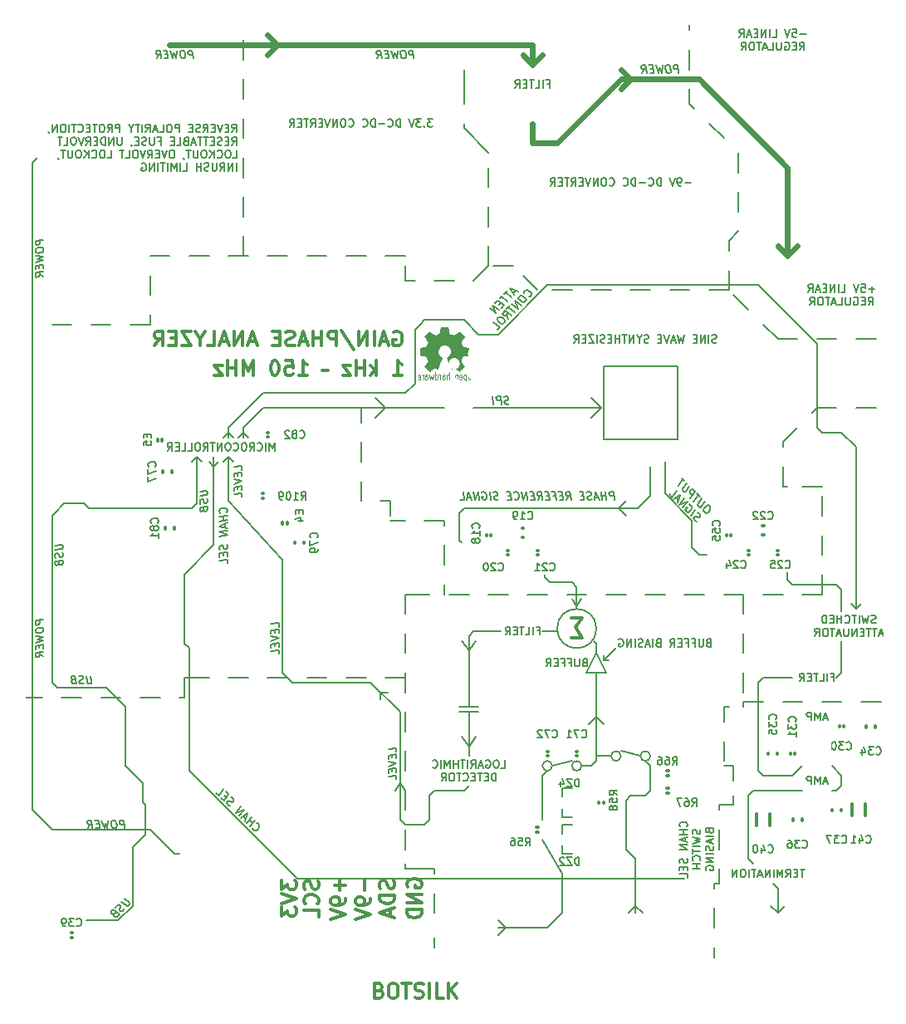
<source format=gbo>
G04 #@! TF.FileFunction,Legend,Bot*
%FSLAX46Y46*%
G04 Gerber Fmt 4.6, Leading zero omitted, Abs format (unit mm)*
G04 Created by KiCad (PCBNEW (2015-03-12 BZR 5508)-product) date Thu 12 Mar 2015 10:43:46 PM EDT*
%MOMM*%
G01*
G04 APERTURE LIST*
%ADD10C,0.100000*%
%ADD11C,0.200000*%
%ADD12C,0.150000*%
%ADD13C,0.300000*%
%ADD14C,0.600000*%
%ADD15C,0.075000*%
%ADD16C,0.002540*%
%ADD17C,0.350000*%
%ADD18C,0.990600*%
%ADD19C,2.374900*%
%ADD20C,1.200000*%
%ADD21R,4.500000X2.000000*%
%ADD22O,5.000000X2.000000*%
%ADD23C,6.000000*%
%ADD24C,1.000000*%
%ADD25R,1.150000X1.450000*%
%ADD26R,1.450000X1.150000*%
%ADD27R,1.800000X1.200000*%
%ADD28R,1.300000X0.900000*%
%ADD29R,1.300000X0.800000*%
%ADD30O,1.550000X1.550000*%
%ADD31O,1.250000X1.250000*%
%ADD32C,2.000000*%
%ADD33C,2.400000*%
%ADD34R,1.524000X2.286000*%
%ADD35O,1.524000X2.286000*%
%ADD36R,0.950000X0.900000*%
%ADD37R,0.900000X0.950000*%
%ADD38R,0.850000X1.000000*%
%ADD39R,1.000000X0.850000*%
%ADD40R,1.000000X0.950000*%
%ADD41C,0.254000*%
G04 APERTURE END LIST*
D10*
D11*
X158000000Y-118500000D02*
X158750000Y-117750000D01*
X158000000Y-118500000D02*
X157250000Y-117750000D01*
X143500000Y-117750000D02*
X144250000Y-118500000D01*
X142750000Y-118500000D02*
X143500000Y-117750000D01*
X130250000Y-120000000D02*
X129500000Y-120750000D01*
X129500000Y-119250000D02*
X130250000Y-120000000D01*
X139500000Y-98500000D02*
X140250000Y-99250000D01*
X139500000Y-98500000D02*
X138750000Y-99250000D01*
X117500000Y-96000000D02*
X118250000Y-96000000D01*
X117500000Y-96000000D02*
X117500000Y-96750000D01*
X119500000Y-105250000D02*
X120000000Y-106000000D01*
X119500000Y-105250000D02*
X119000000Y-106000000D01*
X126500000Y-101500000D02*
X127250000Y-100500000D01*
X125750000Y-100500000D02*
X126500000Y-101500000D01*
X126500000Y-91750000D02*
X127250000Y-90750000D01*
X125750000Y-90750000D02*
X126500000Y-91750000D01*
X137500000Y-87250000D02*
X138000000Y-86500000D01*
X137000000Y-86500000D02*
X137500000Y-87250000D01*
X141750000Y-77250000D02*
X142500000Y-78000000D01*
X141750000Y-77250000D02*
X142500000Y-76500000D01*
X148715714Y-109695238D02*
X148753810Y-109657143D01*
X148791905Y-109542857D01*
X148791905Y-109466667D01*
X148753810Y-109352381D01*
X148677619Y-109276190D01*
X148601429Y-109238095D01*
X148449048Y-109200000D01*
X148334762Y-109200000D01*
X148182381Y-109238095D01*
X148106190Y-109276190D01*
X148030000Y-109352381D01*
X147991905Y-109466667D01*
X147991905Y-109542857D01*
X148030000Y-109657143D01*
X148068095Y-109695238D01*
X148791905Y-110038095D02*
X147991905Y-110038095D01*
X148372857Y-110038095D02*
X148372857Y-110495238D01*
X148791905Y-110495238D02*
X147991905Y-110495238D01*
X148563333Y-110838095D02*
X148563333Y-111219047D01*
X148791905Y-110761904D02*
X147991905Y-111028571D01*
X148791905Y-111295238D01*
X148791905Y-111561904D02*
X147991905Y-111561904D01*
X148791905Y-112019047D01*
X147991905Y-112019047D01*
X148753810Y-112971428D02*
X148791905Y-113085714D01*
X148791905Y-113276190D01*
X148753810Y-113352380D01*
X148715714Y-113390476D01*
X148639524Y-113428571D01*
X148563333Y-113428571D01*
X148487143Y-113390476D01*
X148449048Y-113352380D01*
X148410952Y-113276190D01*
X148372857Y-113123809D01*
X148334762Y-113047618D01*
X148296667Y-113009523D01*
X148220476Y-112971428D01*
X148144286Y-112971428D01*
X148068095Y-113009523D01*
X148030000Y-113047618D01*
X147991905Y-113123809D01*
X147991905Y-113314285D01*
X148030000Y-113428571D01*
X148372857Y-113771428D02*
X148372857Y-114038095D01*
X148791905Y-114152381D02*
X148791905Y-113771428D01*
X147991905Y-113771428D01*
X147991905Y-114152381D01*
X148791905Y-114876191D02*
X148791905Y-114495238D01*
X147991905Y-114495238D01*
X150073810Y-110000000D02*
X150111905Y-110114286D01*
X150111905Y-110304762D01*
X150073810Y-110380952D01*
X150035714Y-110419048D01*
X149959524Y-110457143D01*
X149883333Y-110457143D01*
X149807143Y-110419048D01*
X149769048Y-110380952D01*
X149730952Y-110304762D01*
X149692857Y-110152381D01*
X149654762Y-110076190D01*
X149616667Y-110038095D01*
X149540476Y-110000000D01*
X149464286Y-110000000D01*
X149388095Y-110038095D01*
X149350000Y-110076190D01*
X149311905Y-110152381D01*
X149311905Y-110342857D01*
X149350000Y-110457143D01*
X149311905Y-110723810D02*
X150111905Y-110914286D01*
X149540476Y-111066667D01*
X150111905Y-111219048D01*
X149311905Y-111409524D01*
X150111905Y-111714286D02*
X149311905Y-111714286D01*
X149311905Y-111980952D02*
X149311905Y-112438095D01*
X150111905Y-112209524D02*
X149311905Y-112209524D01*
X150035714Y-113161905D02*
X150073810Y-113123810D01*
X150111905Y-113009524D01*
X150111905Y-112933334D01*
X150073810Y-112819048D01*
X149997619Y-112742857D01*
X149921429Y-112704762D01*
X149769048Y-112666667D01*
X149654762Y-112666667D01*
X149502381Y-112704762D01*
X149426190Y-112742857D01*
X149350000Y-112819048D01*
X149311905Y-112933334D01*
X149311905Y-113009524D01*
X149350000Y-113123810D01*
X149388095Y-113161905D01*
X150111905Y-113504762D02*
X149311905Y-113504762D01*
X149692857Y-113504762D02*
X149692857Y-113961905D01*
X150111905Y-113961905D02*
X149311905Y-113961905D01*
X151012857Y-110133334D02*
X151050952Y-110247620D01*
X151089048Y-110285715D01*
X151165238Y-110323810D01*
X151279524Y-110323810D01*
X151355714Y-110285715D01*
X151393810Y-110247620D01*
X151431905Y-110171429D01*
X151431905Y-109866667D01*
X150631905Y-109866667D01*
X150631905Y-110133334D01*
X150670000Y-110209524D01*
X150708095Y-110247620D01*
X150784286Y-110285715D01*
X150860476Y-110285715D01*
X150936667Y-110247620D01*
X150974762Y-110209524D01*
X151012857Y-110133334D01*
X151012857Y-109866667D01*
X151431905Y-110666667D02*
X150631905Y-110666667D01*
X151203333Y-111009524D02*
X151203333Y-111390476D01*
X151431905Y-110933333D02*
X150631905Y-111200000D01*
X151431905Y-111466667D01*
X151393810Y-111695238D02*
X151431905Y-111809524D01*
X151431905Y-112000000D01*
X151393810Y-112076190D01*
X151355714Y-112114286D01*
X151279524Y-112152381D01*
X151203333Y-112152381D01*
X151127143Y-112114286D01*
X151089048Y-112076190D01*
X151050952Y-112000000D01*
X151012857Y-111847619D01*
X150974762Y-111771428D01*
X150936667Y-111733333D01*
X150860476Y-111695238D01*
X150784286Y-111695238D01*
X150708095Y-111733333D01*
X150670000Y-111771428D01*
X150631905Y-111847619D01*
X150631905Y-112038095D01*
X150670000Y-112152381D01*
X151431905Y-112495238D02*
X150631905Y-112495238D01*
X151431905Y-112876190D02*
X150631905Y-112876190D01*
X151431905Y-113333333D01*
X150631905Y-113333333D01*
X150670000Y-114133333D02*
X150631905Y-114057142D01*
X150631905Y-113942857D01*
X150670000Y-113828571D01*
X150746190Y-113752380D01*
X150822381Y-113714285D01*
X150974762Y-113676190D01*
X151089048Y-113676190D01*
X151241429Y-113714285D01*
X151317619Y-113752380D01*
X151393810Y-113828571D01*
X151431905Y-113942857D01*
X151431905Y-114019047D01*
X151393810Y-114133333D01*
X151355714Y-114171428D01*
X151089048Y-114171428D01*
X151089048Y-114019047D01*
D12*
X104452936Y-109856997D02*
X104456303Y-109914239D01*
X104513545Y-110025356D01*
X104567420Y-110079231D01*
X104671802Y-110129738D01*
X104772818Y-110123004D01*
X104846896Y-110089333D01*
X104968114Y-109995052D01*
X105038824Y-109904137D01*
X105106168Y-109755982D01*
X105126372Y-109668435D01*
X105119637Y-109553951D01*
X105062394Y-109442834D01*
X105008520Y-109388960D01*
X104904137Y-109338452D01*
X104853630Y-109341819D01*
X104163359Y-109675170D02*
X104658334Y-109038774D01*
X104422632Y-109341819D02*
X104099383Y-109018570D01*
X103840110Y-109351921D02*
X104335085Y-108715525D01*
X103739096Y-108927657D02*
X103469722Y-108658283D01*
X103651549Y-109163360D02*
X103957961Y-108338402D01*
X103274425Y-108786236D01*
X103085863Y-108597674D02*
X103580838Y-107961278D01*
X102762614Y-108274425D01*
X103257589Y-107638029D01*
X102112749Y-107570686D02*
X102008367Y-107520178D01*
X101873680Y-107385491D01*
X101843376Y-107301312D01*
X101840008Y-107244069D01*
X101860211Y-107156523D01*
X101907352Y-107095914D01*
X101981430Y-107062242D01*
X102031938Y-107058876D01*
X102109383Y-107082445D01*
X102240702Y-107159890D01*
X102318148Y-107183461D01*
X102368655Y-107180093D01*
X102442733Y-107146421D01*
X102489873Y-107085813D01*
X102510077Y-106998266D01*
X102506710Y-106941024D01*
X102476404Y-106856845D01*
X102341718Y-106722158D01*
X102237335Y-106671650D01*
X101782767Y-106701954D02*
X101594205Y-106513392D01*
X101254119Y-106765930D02*
X101523494Y-107035305D01*
X102018469Y-106398909D01*
X101749094Y-106129534D01*
X100742308Y-106254119D02*
X101011683Y-106523494D01*
X101506658Y-105887098D01*
X119111905Y-102061905D02*
X119111905Y-101680952D01*
X118311905Y-101780952D01*
X118692857Y-102380952D02*
X118692857Y-102647619D01*
X119111905Y-102709524D02*
X119111905Y-102328571D01*
X118311905Y-102428571D01*
X118311905Y-102809524D01*
X118311905Y-103038095D02*
X119111905Y-103204762D01*
X118311905Y-103571429D01*
X118692857Y-103790476D02*
X118692857Y-104057143D01*
X119111905Y-104119048D02*
X119111905Y-103738095D01*
X118311905Y-103838095D01*
X118311905Y-104219048D01*
X119111905Y-104842858D02*
X119111905Y-104461905D01*
X118311905Y-104561905D01*
X107111905Y-89311905D02*
X107111905Y-88930952D01*
X106311905Y-89030952D01*
X106692857Y-89630952D02*
X106692857Y-89897619D01*
X107111905Y-89959524D02*
X107111905Y-89578571D01*
X106311905Y-89678571D01*
X106311905Y-90059524D01*
X106311905Y-90288095D02*
X107111905Y-90454762D01*
X106311905Y-90821429D01*
X106692857Y-91040476D02*
X106692857Y-91307143D01*
X107111905Y-91369048D02*
X107111905Y-90988095D01*
X106311905Y-91088095D01*
X106311905Y-91469048D01*
X107111905Y-92092858D02*
X107111905Y-91711905D01*
X106311905Y-91811905D01*
X103361905Y-73311905D02*
X103361905Y-72930952D01*
X102561905Y-73030952D01*
X102942857Y-73630952D02*
X102942857Y-73897619D01*
X103361905Y-73959524D02*
X103361905Y-73578571D01*
X102561905Y-73678571D01*
X102561905Y-74059524D01*
X102561905Y-74288095D02*
X103361905Y-74454762D01*
X102561905Y-74821429D01*
X102942857Y-75040476D02*
X102942857Y-75307143D01*
X103361905Y-75369048D02*
X103361905Y-74988095D01*
X102561905Y-75088095D01*
X102561905Y-75469048D01*
X103361905Y-76092858D02*
X103361905Y-75711905D01*
X102561905Y-75811905D01*
X101785714Y-77659524D02*
X101823810Y-77616667D01*
X101861905Y-77497619D01*
X101861905Y-77421429D01*
X101823810Y-77311905D01*
X101747619Y-77245238D01*
X101671429Y-77216666D01*
X101519048Y-77197619D01*
X101404762Y-77211905D01*
X101252381Y-77269047D01*
X101176190Y-77316666D01*
X101100000Y-77402381D01*
X101061905Y-77521429D01*
X101061905Y-77597619D01*
X101100000Y-77707143D01*
X101138095Y-77740476D01*
X101861905Y-77992857D02*
X101061905Y-78092857D01*
X101442857Y-78045238D02*
X101442857Y-78502381D01*
X101861905Y-78450000D02*
X101061905Y-78550000D01*
X101633333Y-78821428D02*
X101633333Y-79202380D01*
X101861905Y-78716666D02*
X101061905Y-79083333D01*
X101861905Y-79250000D01*
X101861905Y-79516666D02*
X101061905Y-79616666D01*
X101861905Y-79973809D01*
X101061905Y-80073809D01*
X101823810Y-80930952D02*
X101861905Y-81040476D01*
X101861905Y-81230952D01*
X101823810Y-81311904D01*
X101785714Y-81354762D01*
X101709524Y-81402381D01*
X101633333Y-81411904D01*
X101557143Y-81383333D01*
X101519048Y-81349999D01*
X101480952Y-81278571D01*
X101442857Y-81130952D01*
X101404762Y-81059523D01*
X101366667Y-81026190D01*
X101290476Y-80997619D01*
X101214286Y-81007142D01*
X101138095Y-81054761D01*
X101100000Y-81097618D01*
X101061905Y-81178571D01*
X101061905Y-81369047D01*
X101100000Y-81478571D01*
X101442857Y-81778571D02*
X101442857Y-82045238D01*
X101861905Y-82107143D02*
X101861905Y-81726190D01*
X101061905Y-81826190D01*
X101061905Y-82207143D01*
X101861905Y-82830953D02*
X101861905Y-82450000D01*
X101061905Y-82550000D01*
X99061905Y-75545238D02*
X99709524Y-75464286D01*
X99785714Y-75492857D01*
X99823810Y-75526191D01*
X99861905Y-75597619D01*
X99861905Y-75750000D01*
X99823810Y-75830953D01*
X99785714Y-75873810D01*
X99709524Y-75921429D01*
X99061905Y-76002381D01*
X99823810Y-76250000D02*
X99861905Y-76359524D01*
X99861905Y-76550000D01*
X99823810Y-76630952D01*
X99785714Y-76673810D01*
X99709524Y-76721429D01*
X99633333Y-76730952D01*
X99557143Y-76702381D01*
X99519048Y-76669047D01*
X99480952Y-76597619D01*
X99442857Y-76450000D01*
X99404762Y-76378571D01*
X99366667Y-76345238D01*
X99290476Y-76316667D01*
X99214286Y-76326190D01*
X99138095Y-76373809D01*
X99100000Y-76416666D01*
X99061905Y-76497619D01*
X99061905Y-76688095D01*
X99100000Y-76797619D01*
X99442857Y-77364286D02*
X99480952Y-77473810D01*
X99519048Y-77507143D01*
X99595238Y-77535714D01*
X99709524Y-77521429D01*
X99785714Y-77473810D01*
X99823810Y-77430953D01*
X99861905Y-77350000D01*
X99861905Y-77045238D01*
X99061905Y-77145238D01*
X99061905Y-77411905D01*
X99100000Y-77483333D01*
X99138095Y-77516667D01*
X99214286Y-77545238D01*
X99290476Y-77535715D01*
X99366667Y-77488096D01*
X99404762Y-77445238D01*
X99442857Y-77364286D01*
X99442857Y-77097619D01*
D11*
X100500000Y-73000000D02*
X101000000Y-72500000D01*
X100000000Y-72500000D02*
X100500000Y-73000000D01*
X109000000Y-115000000D02*
X148500000Y-115000000D01*
X98000000Y-104000000D02*
X109000000Y-115000000D01*
X98000000Y-91500000D02*
X98000000Y-104000000D01*
X97500000Y-91000000D02*
X98000000Y-91500000D01*
X97500000Y-84000000D02*
X97500000Y-91000000D01*
X100500000Y-81000000D02*
X97500000Y-84000000D01*
X100500000Y-72000000D02*
X100500000Y-81000000D01*
X102000000Y-69500000D02*
X102500000Y-70000000D01*
X101500000Y-70000000D02*
X102000000Y-69500000D01*
X102000000Y-69000000D02*
X102000000Y-70000000D01*
X105500000Y-65500000D02*
X102000000Y-69000000D01*
X120000000Y-65500000D02*
X105500000Y-65500000D01*
X121000000Y-64500000D02*
X120000000Y-65500000D01*
X121000000Y-59000000D02*
X121000000Y-64500000D01*
X121500000Y-58500000D02*
X121000000Y-59000000D01*
X122000000Y-58000000D02*
X121500000Y-58500000D01*
X126000000Y-58000000D02*
X122000000Y-58000000D01*
X127500000Y-59500000D02*
X126000000Y-58000000D01*
X129500000Y-59500000D02*
X127500000Y-59500000D01*
X118000000Y-67000000D02*
X117000000Y-68000000D01*
X118000000Y-67000000D02*
X117000000Y-66000000D01*
X103500000Y-69500000D02*
X104000000Y-70000000D01*
X103000000Y-70000000D02*
X103500000Y-69500000D01*
X103500000Y-69000000D02*
X103500000Y-70000000D01*
X104000000Y-68500000D02*
X103500000Y-69000000D01*
X105500000Y-67000000D02*
X104000000Y-68500000D01*
X113000000Y-67000000D02*
X105500000Y-67000000D01*
X102000000Y-72000000D02*
X102500000Y-72500000D01*
X102000000Y-72000000D02*
X101500000Y-72500000D01*
X102000000Y-76500000D02*
X102000000Y-72000000D01*
X107500000Y-82500000D02*
X102000000Y-76500000D01*
X98750000Y-72000000D02*
X99250000Y-72500000D01*
X98750000Y-72000000D02*
X98250000Y-72500000D01*
X98750000Y-76750000D02*
X98750000Y-72000000D01*
X98250000Y-77250000D02*
X98750000Y-76750000D01*
X94250000Y-77250000D02*
X98250000Y-77250000D01*
X106697619Y-71361905D02*
X106697619Y-70561905D01*
X106430952Y-71133333D01*
X106164285Y-70561905D01*
X106164285Y-71361905D01*
X105783333Y-71361905D02*
X105783333Y-70561905D01*
X104945238Y-71285714D02*
X104983333Y-71323810D01*
X105097619Y-71361905D01*
X105173809Y-71361905D01*
X105288095Y-71323810D01*
X105364286Y-71247619D01*
X105402381Y-71171429D01*
X105440476Y-71019048D01*
X105440476Y-70904762D01*
X105402381Y-70752381D01*
X105364286Y-70676190D01*
X105288095Y-70600000D01*
X105173809Y-70561905D01*
X105097619Y-70561905D01*
X104983333Y-70600000D01*
X104945238Y-70638095D01*
X104145238Y-71361905D02*
X104411905Y-70980952D01*
X104602381Y-71361905D02*
X104602381Y-70561905D01*
X104297619Y-70561905D01*
X104221428Y-70600000D01*
X104183333Y-70638095D01*
X104145238Y-70714286D01*
X104145238Y-70828571D01*
X104183333Y-70904762D01*
X104221428Y-70942857D01*
X104297619Y-70980952D01*
X104602381Y-70980952D01*
X103650000Y-70561905D02*
X103497619Y-70561905D01*
X103421428Y-70600000D01*
X103345238Y-70676190D01*
X103307143Y-70828571D01*
X103307143Y-71095238D01*
X103345238Y-71247619D01*
X103421428Y-71323810D01*
X103497619Y-71361905D01*
X103650000Y-71361905D01*
X103726190Y-71323810D01*
X103802381Y-71247619D01*
X103840476Y-71095238D01*
X103840476Y-70828571D01*
X103802381Y-70676190D01*
X103726190Y-70600000D01*
X103650000Y-70561905D01*
X102507143Y-71285714D02*
X102545238Y-71323810D01*
X102659524Y-71361905D01*
X102735714Y-71361905D01*
X102850000Y-71323810D01*
X102926191Y-71247619D01*
X102964286Y-71171429D01*
X103002381Y-71019048D01*
X103002381Y-70904762D01*
X102964286Y-70752381D01*
X102926191Y-70676190D01*
X102850000Y-70600000D01*
X102735714Y-70561905D01*
X102659524Y-70561905D01*
X102545238Y-70600000D01*
X102507143Y-70638095D01*
X102011905Y-70561905D02*
X101859524Y-70561905D01*
X101783333Y-70600000D01*
X101707143Y-70676190D01*
X101669048Y-70828571D01*
X101669048Y-71095238D01*
X101707143Y-71247619D01*
X101783333Y-71323810D01*
X101859524Y-71361905D01*
X102011905Y-71361905D01*
X102088095Y-71323810D01*
X102164286Y-71247619D01*
X102202381Y-71095238D01*
X102202381Y-70828571D01*
X102164286Y-70676190D01*
X102088095Y-70600000D01*
X102011905Y-70561905D01*
X101326191Y-71361905D02*
X101326191Y-70561905D01*
X100869048Y-71361905D01*
X100869048Y-70561905D01*
X100602382Y-70561905D02*
X100145239Y-70561905D01*
X100373810Y-71361905D02*
X100373810Y-70561905D01*
X99421429Y-71361905D02*
X99688096Y-70980952D01*
X99878572Y-71361905D02*
X99878572Y-70561905D01*
X99573810Y-70561905D01*
X99497619Y-70600000D01*
X99459524Y-70638095D01*
X99421429Y-70714286D01*
X99421429Y-70828571D01*
X99459524Y-70904762D01*
X99497619Y-70942857D01*
X99573810Y-70980952D01*
X99878572Y-70980952D01*
X98926191Y-70561905D02*
X98773810Y-70561905D01*
X98697619Y-70600000D01*
X98621429Y-70676190D01*
X98583334Y-70828571D01*
X98583334Y-71095238D01*
X98621429Y-71247619D01*
X98697619Y-71323810D01*
X98773810Y-71361905D01*
X98926191Y-71361905D01*
X99002381Y-71323810D01*
X99078572Y-71247619D01*
X99116667Y-71095238D01*
X99116667Y-70828571D01*
X99078572Y-70676190D01*
X99002381Y-70600000D01*
X98926191Y-70561905D01*
X97859524Y-71361905D02*
X98240477Y-71361905D01*
X98240477Y-70561905D01*
X97211905Y-71361905D02*
X97592858Y-71361905D01*
X97592858Y-70561905D01*
X96945239Y-70942857D02*
X96678572Y-70942857D01*
X96564286Y-71361905D02*
X96945239Y-71361905D01*
X96945239Y-70561905D01*
X96564286Y-70561905D01*
X95764286Y-71361905D02*
X96030953Y-70980952D01*
X96221429Y-71361905D02*
X96221429Y-70561905D01*
X95916667Y-70561905D01*
X95840476Y-70600000D01*
X95802381Y-70638095D01*
X95764286Y-70714286D01*
X95764286Y-70828571D01*
X95802381Y-70904762D01*
X95840476Y-70942857D01*
X95916667Y-70980952D01*
X96221429Y-70980952D01*
D12*
X84311905Y-81045238D02*
X84959524Y-80964286D01*
X85035714Y-80992857D01*
X85073810Y-81026191D01*
X85111905Y-81097619D01*
X85111905Y-81250000D01*
X85073810Y-81330953D01*
X85035714Y-81373810D01*
X84959524Y-81421429D01*
X84311905Y-81502381D01*
X85073810Y-81750000D02*
X85111905Y-81859524D01*
X85111905Y-82050000D01*
X85073810Y-82130952D01*
X85035714Y-82173810D01*
X84959524Y-82221429D01*
X84883333Y-82230952D01*
X84807143Y-82202381D01*
X84769048Y-82169047D01*
X84730952Y-82097619D01*
X84692857Y-81950000D01*
X84654762Y-81878571D01*
X84616667Y-81845238D01*
X84540476Y-81816667D01*
X84464286Y-81826190D01*
X84388095Y-81873809D01*
X84350000Y-81916666D01*
X84311905Y-81997619D01*
X84311905Y-82188095D01*
X84350000Y-82297619D01*
X84692857Y-82864286D02*
X84730952Y-82973810D01*
X84769048Y-83007143D01*
X84845238Y-83035714D01*
X84959524Y-83021429D01*
X85035714Y-82973810D01*
X85073810Y-82930953D01*
X85111905Y-82850000D01*
X85111905Y-82545238D01*
X84311905Y-82645238D01*
X84311905Y-82911905D01*
X84350000Y-82983333D01*
X84388095Y-83016667D01*
X84464286Y-83045238D01*
X84540476Y-83035715D01*
X84616667Y-82988096D01*
X84654762Y-82945238D01*
X84692857Y-82864286D01*
X84692857Y-82597619D01*
X87954762Y-94311905D02*
X88035714Y-94959524D01*
X88007143Y-95035714D01*
X87973809Y-95073810D01*
X87902381Y-95111905D01*
X87750000Y-95111905D01*
X87669047Y-95073810D01*
X87626190Y-95035714D01*
X87578571Y-94959524D01*
X87497619Y-94311905D01*
X87250000Y-95073810D02*
X87140476Y-95111905D01*
X86950000Y-95111905D01*
X86869048Y-95073810D01*
X86826190Y-95035714D01*
X86778571Y-94959524D01*
X86769048Y-94883333D01*
X86797619Y-94807143D01*
X86830953Y-94769048D01*
X86902381Y-94730952D01*
X87050000Y-94692857D01*
X87121429Y-94654762D01*
X87154762Y-94616667D01*
X87183333Y-94540476D01*
X87173810Y-94464286D01*
X87126191Y-94388095D01*
X87083334Y-94350000D01*
X87002381Y-94311905D01*
X86811905Y-94311905D01*
X86702381Y-94350000D01*
X86135714Y-94692857D02*
X86026190Y-94730952D01*
X85992857Y-94769048D01*
X85964286Y-94845238D01*
X85978571Y-94959524D01*
X86026190Y-95035714D01*
X86069047Y-95073810D01*
X86150000Y-95111905D01*
X86454762Y-95111905D01*
X86354762Y-94311905D01*
X86088095Y-94311905D01*
X86016667Y-94350000D01*
X85983333Y-94388095D01*
X85954762Y-94464286D01*
X85964285Y-94540476D01*
X86011904Y-94616667D01*
X86054762Y-94654762D01*
X86135714Y-94692857D01*
X86402381Y-94692857D01*
X91365339Y-117015101D02*
X91880516Y-117415795D01*
X91914188Y-117489873D01*
X91917555Y-117540381D01*
X91893985Y-117617826D01*
X91786236Y-117725575D01*
X91702056Y-117755881D01*
X91644814Y-117759247D01*
X91557267Y-117739044D01*
X91042090Y-117338350D01*
X91405745Y-118052192D02*
X91355237Y-118156574D01*
X91220550Y-118291261D01*
X91136371Y-118321565D01*
X91079128Y-118324933D01*
X90991582Y-118304730D01*
X90930973Y-118257588D01*
X90897301Y-118183511D01*
X90893935Y-118133003D01*
X90917504Y-118055558D01*
X90994949Y-117924238D01*
X91018520Y-117846793D01*
X91015153Y-117796286D01*
X90981480Y-117722208D01*
X90920872Y-117675067D01*
X90833325Y-117654864D01*
X90776083Y-117658231D01*
X90691904Y-117688536D01*
X90557217Y-117823223D01*
X90506709Y-117927606D01*
X90348451Y-118570736D02*
X90297943Y-118675119D01*
X90301311Y-118725627D01*
X90334983Y-118799704D01*
X90425896Y-118870415D01*
X90513443Y-118890618D01*
X90570685Y-118887251D01*
X90654865Y-118856946D01*
X90870364Y-118641447D01*
X90233968Y-118146472D01*
X90045406Y-118335034D01*
X90021836Y-118412479D01*
X90025202Y-118462987D01*
X90058875Y-118537065D01*
X90119483Y-118584205D01*
X90207030Y-118604409D01*
X90264272Y-118601041D01*
X90348451Y-118570736D01*
X90537013Y-118382174D01*
D11*
X84250000Y-77750000D02*
X84000000Y-78000000D01*
X84000000Y-95000000D02*
X84000000Y-78000000D01*
X87750000Y-77250000D02*
X94250000Y-77250000D01*
X87250000Y-76750000D02*
X87750000Y-77250000D01*
X85250000Y-76750000D02*
X87250000Y-76750000D01*
X84250000Y-77750000D02*
X85250000Y-76750000D01*
X84500000Y-95500000D02*
X84000000Y-95000000D01*
X89500000Y-95500000D02*
X84500000Y-95500000D01*
X91500000Y-97500000D02*
X89500000Y-95500000D01*
X91500000Y-103500000D02*
X91500000Y-97500000D01*
X93250000Y-105250000D02*
X91500000Y-103500000D01*
X93250000Y-107250000D02*
X93250000Y-105250000D01*
X93500000Y-107500000D02*
X93250000Y-107250000D01*
X93500000Y-110500000D02*
X93500000Y-107500000D01*
X92250000Y-111750000D02*
X93500000Y-110500000D01*
X92250000Y-117750000D02*
X92250000Y-111750000D01*
X90750000Y-119250000D02*
X92250000Y-117750000D01*
X87500000Y-119250000D02*
X90750000Y-119250000D01*
D12*
X83111905Y-49857143D02*
X82311905Y-49957143D01*
X82311905Y-50261905D01*
X82350000Y-50333334D01*
X82388095Y-50366667D01*
X82464286Y-50395238D01*
X82578571Y-50380953D01*
X82654762Y-50333334D01*
X82692857Y-50290477D01*
X82730952Y-50209524D01*
X82730952Y-49904762D01*
X82311905Y-50909524D02*
X82311905Y-51061905D01*
X82350000Y-51133334D01*
X82426190Y-51200000D01*
X82578571Y-51219048D01*
X82845238Y-51185714D01*
X82997619Y-51128572D01*
X83073810Y-51042858D01*
X83111905Y-50961905D01*
X83111905Y-50809524D01*
X83073810Y-50738096D01*
X82997619Y-50671429D01*
X82845238Y-50652381D01*
X82578571Y-50685715D01*
X82426190Y-50742857D01*
X82350000Y-50828572D01*
X82311905Y-50909524D01*
X82311905Y-51519048D02*
X83111905Y-51609524D01*
X82540476Y-51833334D01*
X83111905Y-51914286D01*
X82311905Y-52204762D01*
X82692857Y-52461905D02*
X82692857Y-52728572D01*
X83111905Y-52790477D02*
X83111905Y-52409524D01*
X82311905Y-52509524D01*
X82311905Y-52890477D01*
X83111905Y-53590477D02*
X82730952Y-53371429D01*
X83111905Y-53133334D02*
X82311905Y-53233334D01*
X82311905Y-53538096D01*
X82350000Y-53609525D01*
X82388095Y-53642858D01*
X82464286Y-53671429D01*
X82578571Y-53657144D01*
X82654762Y-53609525D01*
X82692857Y-53566668D01*
X82730952Y-53485715D01*
X82730952Y-53180953D01*
X83111905Y-88607143D02*
X82311905Y-88707143D01*
X82311905Y-89011905D01*
X82350000Y-89083334D01*
X82388095Y-89116667D01*
X82464286Y-89145238D01*
X82578571Y-89130953D01*
X82654762Y-89083334D01*
X82692857Y-89040477D01*
X82730952Y-88959524D01*
X82730952Y-88654762D01*
X82311905Y-89659524D02*
X82311905Y-89811905D01*
X82350000Y-89883334D01*
X82426190Y-89950000D01*
X82578571Y-89969048D01*
X82845238Y-89935714D01*
X82997619Y-89878572D01*
X83073810Y-89792858D01*
X83111905Y-89711905D01*
X83111905Y-89559524D01*
X83073810Y-89488096D01*
X82997619Y-89421429D01*
X82845238Y-89402381D01*
X82578571Y-89435715D01*
X82426190Y-89492857D01*
X82350000Y-89578572D01*
X82311905Y-89659524D01*
X82311905Y-90269048D02*
X83111905Y-90359524D01*
X82540476Y-90583334D01*
X83111905Y-90664286D01*
X82311905Y-90954762D01*
X82692857Y-91211905D02*
X82692857Y-91478572D01*
X83111905Y-91540477D02*
X83111905Y-91159524D01*
X82311905Y-91259524D01*
X82311905Y-91640477D01*
X83111905Y-92340477D02*
X82730952Y-92121429D01*
X83111905Y-91883334D02*
X82311905Y-91983334D01*
X82311905Y-92288096D01*
X82350000Y-92359525D01*
X82388095Y-92392858D01*
X82464286Y-92421429D01*
X82578571Y-92407144D01*
X82654762Y-92359525D01*
X82692857Y-92316668D01*
X82730952Y-92235715D01*
X82730952Y-91930953D01*
X91392857Y-109861905D02*
X91292857Y-109061905D01*
X90988095Y-109061905D01*
X90916666Y-109100000D01*
X90883333Y-109138095D01*
X90854762Y-109214286D01*
X90869047Y-109328571D01*
X90916666Y-109404762D01*
X90959523Y-109442857D01*
X91040476Y-109480952D01*
X91345238Y-109480952D01*
X90340476Y-109061905D02*
X90188095Y-109061905D01*
X90116666Y-109100000D01*
X90050000Y-109176190D01*
X90030952Y-109328571D01*
X90064286Y-109595238D01*
X90121428Y-109747619D01*
X90207142Y-109823810D01*
X90288095Y-109861905D01*
X90440476Y-109861905D01*
X90511904Y-109823810D01*
X90578571Y-109747619D01*
X90597619Y-109595238D01*
X90564285Y-109328571D01*
X90507143Y-109176190D01*
X90421428Y-109100000D01*
X90340476Y-109061905D01*
X89730952Y-109061905D02*
X89640476Y-109861905D01*
X89416666Y-109290476D01*
X89335714Y-109861905D01*
X89045238Y-109061905D01*
X88788095Y-109442857D02*
X88521428Y-109442857D01*
X88459523Y-109861905D02*
X88840476Y-109861905D01*
X88740476Y-109061905D01*
X88359523Y-109061905D01*
X87659523Y-109861905D02*
X87878571Y-109480952D01*
X88116666Y-109861905D02*
X88016666Y-109061905D01*
X87711904Y-109061905D01*
X87640475Y-109100000D01*
X87607142Y-109138095D01*
X87578571Y-109214286D01*
X87592856Y-109328571D01*
X87640475Y-109404762D01*
X87683332Y-109442857D01*
X87764285Y-109480952D01*
X88069047Y-109480952D01*
D11*
X82000000Y-42000000D02*
X82500000Y-41500000D01*
X82000000Y-108000000D02*
X82000000Y-42000000D01*
X84000000Y-110000000D02*
X82000000Y-108000000D01*
X94000000Y-110000000D02*
X84000000Y-110000000D01*
X96500000Y-112500000D02*
X94000000Y-110000000D01*
X97000000Y-112500000D02*
X96500000Y-112500000D01*
X159000000Y-84500000D02*
X159000000Y-83750000D01*
X159500000Y-85000000D02*
X163500000Y-85000000D01*
X159000000Y-84500000D02*
X159500000Y-85000000D01*
X164000000Y-85000000D02*
X163500000Y-85000000D01*
X164500000Y-85500000D02*
X164500000Y-87750000D01*
X164000000Y-85000000D02*
X164500000Y-85500000D01*
X164500000Y-94000000D02*
X164500000Y-90750000D01*
X164000000Y-94500000D02*
X164500000Y-94000000D01*
X145000000Y-103500000D02*
X145000000Y-106000000D01*
X142500000Y-107000000D02*
X142500000Y-112000000D01*
X144500000Y-106500000D02*
X143000000Y-106500000D01*
X143000000Y-106500000D02*
X142500000Y-107000000D01*
X144500000Y-106500000D02*
X145000000Y-106000000D01*
X139000000Y-103500000D02*
X138000000Y-103500000D01*
X139500000Y-103000000D02*
X139500000Y-102500000D01*
X139000000Y-103500000D02*
X139500000Y-103000000D01*
X134250000Y-84250000D02*
X134250000Y-84000000D01*
X134750000Y-84750000D02*
X134250000Y-84250000D01*
X137000000Y-84750000D02*
X134750000Y-84750000D01*
X137500000Y-85250000D02*
X137500000Y-87500000D01*
X137500000Y-85250000D02*
X137000000Y-84750000D01*
X127000000Y-89750000D02*
X129750000Y-89750000D01*
X126500000Y-90250000D02*
X126500000Y-97500000D01*
X127000000Y-89750000D02*
X126500000Y-90250000D01*
X126000000Y-106000000D02*
X126500000Y-105500000D01*
X123000000Y-106000000D02*
X126000000Y-106000000D01*
X122500000Y-106500000D02*
X123000000Y-106000000D01*
X122500000Y-109000000D02*
X122500000Y-106500000D01*
X120000000Y-109500000D02*
X119500000Y-109000000D01*
X122000000Y-109500000D02*
X120000000Y-109500000D01*
X122500000Y-109000000D02*
X122000000Y-109500000D01*
D12*
X131274955Y-55015580D02*
X131005581Y-55284954D01*
X131510658Y-55103127D02*
X130685699Y-54796715D01*
X131133534Y-55480251D01*
X130389389Y-55093026D02*
X130066140Y-55416275D01*
X130864160Y-55749625D02*
X130227764Y-55254650D01*
X129958390Y-55524024D02*
X129635141Y-55847273D01*
X130433161Y-56180624D02*
X129796765Y-55685649D01*
X129749624Y-56271537D02*
X129561062Y-56460099D01*
X129813601Y-56800184D02*
X130082975Y-56530810D01*
X129446579Y-56035835D01*
X129177205Y-56305210D01*
X129571164Y-57042621D02*
X128934768Y-56547646D01*
X129247915Y-57365870D01*
X128611519Y-56870895D01*
X132617448Y-55684639D02*
X132674690Y-55681272D01*
X132785807Y-55624030D01*
X132839681Y-55570155D01*
X132890189Y-55465773D01*
X132883455Y-55364757D01*
X132849784Y-55290679D01*
X132755503Y-55169461D01*
X132664588Y-55098751D01*
X132516433Y-55031407D01*
X132428886Y-55011203D01*
X132314402Y-55017938D01*
X132203285Y-55075181D01*
X132149411Y-55129055D01*
X132098903Y-55233438D01*
X132102270Y-55283945D01*
X131691475Y-55586991D02*
X131583725Y-55694741D01*
X131560155Y-55772186D01*
X131566889Y-55873200D01*
X131661170Y-55994419D01*
X131873303Y-56159410D01*
X132021458Y-56226754D01*
X132135942Y-56220021D01*
X132220122Y-56189715D01*
X132327871Y-56081966D01*
X132351441Y-56004521D01*
X132344707Y-55903505D01*
X132250426Y-55782287D01*
X132038293Y-55617295D01*
X131890138Y-55549951D01*
X131775654Y-55556687D01*
X131691475Y-55586991D01*
X131842998Y-56566839D02*
X131206602Y-56071864D01*
X131519749Y-56890088D01*
X130883353Y-56395113D01*
X130694792Y-56583674D02*
X130371543Y-56906923D01*
X131169563Y-57240274D02*
X130533167Y-56745299D01*
X130496128Y-57913709D02*
X130381644Y-57489444D01*
X130819377Y-57590460D02*
X130182981Y-57095485D01*
X129967482Y-57310984D01*
X129943911Y-57388430D01*
X129947278Y-57438937D01*
X129980951Y-57513015D01*
X130071863Y-57583725D01*
X130159410Y-57603929D01*
X130216652Y-57600562D01*
X130300832Y-57570257D01*
X130516331Y-57354757D01*
X129509546Y-57768920D02*
X129401796Y-57876670D01*
X129378225Y-57954115D01*
X129384960Y-58055130D01*
X129479241Y-58176348D01*
X129691373Y-58341339D01*
X129839529Y-58408684D01*
X129954013Y-58401950D01*
X130038192Y-58371645D01*
X130145942Y-58263895D01*
X130169512Y-58186451D01*
X130162777Y-58085435D01*
X130068497Y-57964216D01*
X129856364Y-57799225D01*
X129708209Y-57731881D01*
X129593725Y-57738616D01*
X129509546Y-57768920D01*
X129391694Y-59018142D02*
X129661069Y-58748768D01*
X129024673Y-58253793D01*
D11*
X134500000Y-54500000D02*
X129500000Y-59500000D01*
X156000000Y-54500000D02*
X134500000Y-54500000D01*
X156500000Y-55000000D02*
X156000000Y-54500000D01*
X162000000Y-60500000D02*
X156500000Y-55000000D01*
X162000000Y-69000000D02*
X162000000Y-60500000D01*
X162500000Y-69500000D02*
X162000000Y-69000000D01*
X164500000Y-69500000D02*
X162500000Y-69500000D01*
X166000000Y-71000000D02*
X164500000Y-69500000D01*
X166000000Y-87500000D02*
X166000000Y-71000000D01*
X166000000Y-87500000D02*
X166500000Y-87000000D01*
X165500000Y-87000000D02*
X166000000Y-87500000D01*
X158000000Y-116000000D02*
X157500000Y-115500000D01*
X155000000Y-113000000D02*
X155500000Y-113500000D01*
X160733333Y-114061905D02*
X160276190Y-114061905D01*
X160504761Y-114861905D02*
X160504761Y-114061905D01*
X160009523Y-114442857D02*
X159742856Y-114442857D01*
X159628570Y-114861905D02*
X160009523Y-114861905D01*
X160009523Y-114061905D01*
X159628570Y-114061905D01*
X158828570Y-114861905D02*
X159095237Y-114480952D01*
X159285713Y-114861905D02*
X159285713Y-114061905D01*
X158980951Y-114061905D01*
X158904760Y-114100000D01*
X158866665Y-114138095D01*
X158828570Y-114214286D01*
X158828570Y-114328571D01*
X158866665Y-114404762D01*
X158904760Y-114442857D01*
X158980951Y-114480952D01*
X159285713Y-114480952D01*
X158485713Y-114861905D02*
X158485713Y-114061905D01*
X158219046Y-114633333D01*
X157952379Y-114061905D01*
X157952379Y-114861905D01*
X157571427Y-114861905D02*
X157571427Y-114061905D01*
X157190475Y-114861905D02*
X157190475Y-114061905D01*
X156733332Y-114861905D01*
X156733332Y-114061905D01*
X156390475Y-114633333D02*
X156009523Y-114633333D01*
X156466666Y-114861905D02*
X156199999Y-114061905D01*
X155933332Y-114861905D01*
X155780952Y-114061905D02*
X155323809Y-114061905D01*
X155552380Y-114861905D02*
X155552380Y-114061905D01*
X155057142Y-114861905D02*
X155057142Y-114061905D01*
X154523809Y-114061905D02*
X154371428Y-114061905D01*
X154295237Y-114100000D01*
X154219047Y-114176190D01*
X154180952Y-114328571D01*
X154180952Y-114595238D01*
X154219047Y-114747619D01*
X154295237Y-114823810D01*
X154371428Y-114861905D01*
X154523809Y-114861905D01*
X154599999Y-114823810D01*
X154676190Y-114747619D01*
X154714285Y-114595238D01*
X154714285Y-114328571D01*
X154676190Y-114176190D01*
X154599999Y-114100000D01*
X154523809Y-114061905D01*
X153838095Y-114861905D02*
X153838095Y-114061905D01*
X153380952Y-114861905D01*
X153380952Y-114061905D01*
X163047619Y-105133333D02*
X162666667Y-105133333D01*
X163123810Y-105361905D02*
X162857143Y-104561905D01*
X162590476Y-105361905D01*
X162323810Y-105361905D02*
X162323810Y-104561905D01*
X162057143Y-105133333D01*
X161790476Y-104561905D01*
X161790476Y-105361905D01*
X161409524Y-105361905D02*
X161409524Y-104561905D01*
X161104762Y-104561905D01*
X161028571Y-104600000D01*
X160990476Y-104638095D01*
X160952381Y-104714286D01*
X160952381Y-104828571D01*
X160990476Y-104904762D01*
X161028571Y-104942857D01*
X161104762Y-104980952D01*
X161409524Y-104980952D01*
X163047619Y-98633333D02*
X162666667Y-98633333D01*
X163123810Y-98861905D02*
X162857143Y-98061905D01*
X162590476Y-98861905D01*
X162323810Y-98861905D02*
X162323810Y-98061905D01*
X162057143Y-98633333D01*
X161790476Y-98061905D01*
X161790476Y-98861905D01*
X161409524Y-98861905D02*
X161409524Y-98061905D01*
X161104762Y-98061905D01*
X161028571Y-98100000D01*
X160990476Y-98138095D01*
X160952381Y-98214286D01*
X160952381Y-98328571D01*
X160990476Y-98404762D01*
X161028571Y-98442857D01*
X161104762Y-98480952D01*
X161409524Y-98480952D01*
X158000000Y-116000000D02*
X158000000Y-118500000D01*
X155000000Y-106500000D02*
X155000000Y-113000000D01*
X155500000Y-106000000D02*
X155000000Y-106500000D01*
X160500000Y-106000000D02*
X155500000Y-106000000D01*
X164000000Y-106000000D02*
X163500000Y-106000000D01*
X164500000Y-105500000D02*
X164000000Y-106000000D01*
X164500000Y-104500000D02*
X164500000Y-105500000D01*
X163500000Y-103500000D02*
X164500000Y-104500000D01*
X159500000Y-104500000D02*
X160500000Y-103500000D01*
X156500000Y-104500000D02*
X159500000Y-104500000D01*
X156000000Y-104000000D02*
X156500000Y-104500000D01*
X156000000Y-95000000D02*
X156000000Y-104000000D01*
X156500000Y-94500000D02*
X156000000Y-95000000D01*
X159500000Y-94500000D02*
X156500000Y-94500000D01*
X163466666Y-94442857D02*
X163733333Y-94442857D01*
X163733333Y-94861905D02*
X163733333Y-94061905D01*
X163352380Y-94061905D01*
X163047619Y-94861905D02*
X163047619Y-94061905D01*
X162285714Y-94861905D02*
X162666667Y-94861905D01*
X162666667Y-94061905D01*
X162133334Y-94061905D02*
X161676191Y-94061905D01*
X161904762Y-94861905D02*
X161904762Y-94061905D01*
X161409524Y-94442857D02*
X161142857Y-94442857D01*
X161028571Y-94861905D02*
X161409524Y-94861905D01*
X161409524Y-94061905D01*
X161028571Y-94061905D01*
X160228571Y-94861905D02*
X160495238Y-94480952D01*
X160685714Y-94861905D02*
X160685714Y-94061905D01*
X160380952Y-94061905D01*
X160304761Y-94100000D01*
X160266666Y-94138095D01*
X160228571Y-94214286D01*
X160228571Y-94328571D01*
X160266666Y-94404762D01*
X160304761Y-94442857D01*
X160380952Y-94480952D01*
X160685714Y-94480952D01*
X168011905Y-88913810D02*
X167897619Y-88951905D01*
X167707143Y-88951905D01*
X167630953Y-88913810D01*
X167592857Y-88875714D01*
X167554762Y-88799524D01*
X167554762Y-88723333D01*
X167592857Y-88647143D01*
X167630953Y-88609048D01*
X167707143Y-88570952D01*
X167859524Y-88532857D01*
X167935715Y-88494762D01*
X167973810Y-88456667D01*
X168011905Y-88380476D01*
X168011905Y-88304286D01*
X167973810Y-88228095D01*
X167935715Y-88190000D01*
X167859524Y-88151905D01*
X167669048Y-88151905D01*
X167554762Y-88190000D01*
X167288095Y-88151905D02*
X167097619Y-88951905D01*
X166945238Y-88380476D01*
X166792857Y-88951905D01*
X166602381Y-88151905D01*
X166297619Y-88951905D02*
X166297619Y-88151905D01*
X166030953Y-88151905D02*
X165573810Y-88151905D01*
X165802381Y-88951905D02*
X165802381Y-88151905D01*
X164850000Y-88875714D02*
X164888095Y-88913810D01*
X165002381Y-88951905D01*
X165078571Y-88951905D01*
X165192857Y-88913810D01*
X165269048Y-88837619D01*
X165307143Y-88761429D01*
X165345238Y-88609048D01*
X165345238Y-88494762D01*
X165307143Y-88342381D01*
X165269048Y-88266190D01*
X165192857Y-88190000D01*
X165078571Y-88151905D01*
X165002381Y-88151905D01*
X164888095Y-88190000D01*
X164850000Y-88228095D01*
X164507143Y-88951905D02*
X164507143Y-88151905D01*
X164507143Y-88532857D02*
X164050000Y-88532857D01*
X164050000Y-88951905D02*
X164050000Y-88151905D01*
X163669048Y-88532857D02*
X163402381Y-88532857D01*
X163288095Y-88951905D02*
X163669048Y-88951905D01*
X163669048Y-88151905D01*
X163288095Y-88151905D01*
X162945238Y-88951905D02*
X162945238Y-88151905D01*
X162754762Y-88151905D01*
X162640476Y-88190000D01*
X162564285Y-88266190D01*
X162526190Y-88342381D01*
X162488095Y-88494762D01*
X162488095Y-88609048D01*
X162526190Y-88761429D01*
X162564285Y-88837619D01*
X162640476Y-88913810D01*
X162754762Y-88951905D01*
X162945238Y-88951905D01*
X168716666Y-90043333D02*
X168335714Y-90043333D01*
X168792857Y-90271905D02*
X168526190Y-89471905D01*
X168259523Y-90271905D01*
X168107143Y-89471905D02*
X167650000Y-89471905D01*
X167878571Y-90271905D02*
X167878571Y-89471905D01*
X167497619Y-89471905D02*
X167040476Y-89471905D01*
X167269047Y-90271905D02*
X167269047Y-89471905D01*
X166773809Y-89852857D02*
X166507142Y-89852857D01*
X166392856Y-90271905D02*
X166773809Y-90271905D01*
X166773809Y-89471905D01*
X166392856Y-89471905D01*
X166049999Y-90271905D02*
X166049999Y-89471905D01*
X165592856Y-90271905D01*
X165592856Y-89471905D01*
X165211904Y-89471905D02*
X165211904Y-90119524D01*
X165173809Y-90195714D01*
X165135713Y-90233810D01*
X165059523Y-90271905D01*
X164907142Y-90271905D01*
X164830951Y-90233810D01*
X164792856Y-90195714D01*
X164754761Y-90119524D01*
X164754761Y-89471905D01*
X164411904Y-90043333D02*
X164030952Y-90043333D01*
X164488095Y-90271905D02*
X164221428Y-89471905D01*
X163954761Y-90271905D01*
X163802381Y-89471905D02*
X163345238Y-89471905D01*
X163573809Y-90271905D02*
X163573809Y-89471905D01*
X162926190Y-89471905D02*
X162773809Y-89471905D01*
X162697618Y-89510000D01*
X162621428Y-89586190D01*
X162583333Y-89738571D01*
X162583333Y-90005238D01*
X162621428Y-90157619D01*
X162697618Y-90233810D01*
X162773809Y-90271905D01*
X162926190Y-90271905D01*
X163002380Y-90233810D01*
X163078571Y-90157619D01*
X163116666Y-90005238D01*
X163116666Y-89738571D01*
X163078571Y-89586190D01*
X163002380Y-89510000D01*
X162926190Y-89471905D01*
X161783333Y-90271905D02*
X162050000Y-89890952D01*
X162240476Y-90271905D02*
X162240476Y-89471905D01*
X161935714Y-89471905D01*
X161859523Y-89510000D01*
X161821428Y-89548095D01*
X161783333Y-89624286D01*
X161783333Y-89738571D01*
X161821428Y-89814762D01*
X161859523Y-89852857D01*
X161935714Y-89890952D01*
X162240476Y-89890952D01*
X140250000Y-70250000D02*
X140250000Y-62750000D01*
X147750000Y-70250000D02*
X140250000Y-70250000D01*
X147750000Y-62750000D02*
X147750000Y-70250000D01*
X140250000Y-62750000D02*
X147750000Y-62750000D01*
D12*
X130609523Y-66573810D02*
X130499999Y-66611905D01*
X130309523Y-66611905D01*
X130228571Y-66573810D01*
X130185713Y-66535714D01*
X130138094Y-66459524D01*
X130128571Y-66383333D01*
X130157142Y-66307143D01*
X130190476Y-66269048D01*
X130261904Y-66230952D01*
X130409523Y-66192857D01*
X130480952Y-66154762D01*
X130514285Y-66116667D01*
X130542856Y-66040476D01*
X130533333Y-65964286D01*
X130485714Y-65888095D01*
X130442857Y-65850000D01*
X130361904Y-65811905D01*
X130171428Y-65811905D01*
X130061904Y-65850000D01*
X129814285Y-66611905D02*
X129714285Y-65811905D01*
X129409523Y-65811905D01*
X129338094Y-65850000D01*
X129304761Y-65888095D01*
X129276190Y-65964286D01*
X129290475Y-66078571D01*
X129338094Y-66154762D01*
X129380951Y-66192857D01*
X129461904Y-66230952D01*
X129766666Y-66230952D01*
X129014285Y-66611905D02*
X128914285Y-65811905D01*
D11*
X140000000Y-67000000D02*
X139000000Y-68000000D01*
X140000000Y-67000000D02*
X139000000Y-66000000D01*
X127000000Y-67000000D02*
X140000000Y-67000000D01*
X113000000Y-67000000D02*
X124000000Y-67000000D01*
X107500000Y-94000000D02*
X107500000Y-82500000D01*
X108500000Y-95000000D02*
X107500000Y-94000000D01*
X116500000Y-95000000D02*
X108500000Y-95000000D01*
X119500000Y-98000000D02*
X116500000Y-95000000D01*
X119500000Y-109000000D02*
X119500000Y-98000000D01*
X151500000Y-122000000D02*
X151500000Y-123000000D01*
X151500000Y-118000000D02*
X151500000Y-120000000D01*
X151500000Y-115500000D02*
X151500000Y-116000000D01*
X152000000Y-114000000D02*
X152000000Y-115500000D01*
X152000000Y-110000000D02*
X152000000Y-112000000D01*
X152000000Y-107500000D02*
X152000000Y-108000000D01*
X153500000Y-106500000D02*
X153500000Y-107500000D01*
X153500000Y-103500000D02*
X153500000Y-105000000D01*
X152500000Y-101000000D02*
X152500000Y-103000000D01*
X152500000Y-97500000D02*
X152500000Y-99000000D01*
X153000000Y-97500000D02*
X152500000Y-97500000D01*
X166500000Y-97000000D02*
X168500000Y-97000000D01*
X162500000Y-97000000D02*
X164500000Y-97000000D01*
X158500000Y-97000000D02*
X160500000Y-97000000D01*
X154500000Y-97000000D02*
X156500000Y-97000000D01*
X154500000Y-97000000D02*
X154500000Y-97500000D01*
X154500000Y-94000000D02*
X154500000Y-96000000D01*
X154500000Y-90000000D02*
X154500000Y-92000000D01*
X154500000Y-86000000D02*
X154500000Y-88000000D01*
X120000000Y-54000000D02*
X120000000Y-52500000D01*
D13*
X118857143Y-59250000D02*
X119000000Y-59178571D01*
X119214286Y-59178571D01*
X119428571Y-59250000D01*
X119571429Y-59392857D01*
X119642857Y-59535714D01*
X119714286Y-59821429D01*
X119714286Y-60035714D01*
X119642857Y-60321429D01*
X119571429Y-60464286D01*
X119428571Y-60607143D01*
X119214286Y-60678571D01*
X119071429Y-60678571D01*
X118857143Y-60607143D01*
X118785714Y-60535714D01*
X118785714Y-60035714D01*
X119071429Y-60035714D01*
X118214286Y-60250000D02*
X117500000Y-60250000D01*
X118357143Y-60678571D02*
X117857143Y-59178571D01*
X117357143Y-60678571D01*
X116857143Y-60678571D02*
X116857143Y-59178571D01*
X116142857Y-60678571D02*
X116142857Y-59178571D01*
X115285714Y-60678571D01*
X115285714Y-59178571D01*
X113500000Y-59107143D02*
X114785714Y-61035714D01*
X112999999Y-60678571D02*
X112999999Y-59178571D01*
X112428571Y-59178571D01*
X112285713Y-59250000D01*
X112214285Y-59321429D01*
X112142856Y-59464286D01*
X112142856Y-59678571D01*
X112214285Y-59821429D01*
X112285713Y-59892857D01*
X112428571Y-59964286D01*
X112999999Y-59964286D01*
X111499999Y-60678571D02*
X111499999Y-59178571D01*
X111499999Y-59892857D02*
X110642856Y-59892857D01*
X110642856Y-60678571D02*
X110642856Y-59178571D01*
X109999999Y-60250000D02*
X109285713Y-60250000D01*
X110142856Y-60678571D02*
X109642856Y-59178571D01*
X109142856Y-60678571D01*
X108714285Y-60607143D02*
X108499999Y-60678571D01*
X108142856Y-60678571D01*
X107999999Y-60607143D01*
X107928570Y-60535714D01*
X107857142Y-60392857D01*
X107857142Y-60250000D01*
X107928570Y-60107143D01*
X107999999Y-60035714D01*
X108142856Y-59964286D01*
X108428570Y-59892857D01*
X108571428Y-59821429D01*
X108642856Y-59750000D01*
X108714285Y-59607143D01*
X108714285Y-59464286D01*
X108642856Y-59321429D01*
X108571428Y-59250000D01*
X108428570Y-59178571D01*
X108071428Y-59178571D01*
X107857142Y-59250000D01*
X107214285Y-59892857D02*
X106714285Y-59892857D01*
X106499999Y-60678571D02*
X107214285Y-60678571D01*
X107214285Y-59178571D01*
X106499999Y-59178571D01*
X104785714Y-60250000D02*
X104071428Y-60250000D01*
X104928571Y-60678571D02*
X104428571Y-59178571D01*
X103928571Y-60678571D01*
X103428571Y-60678571D02*
X103428571Y-59178571D01*
X102571428Y-60678571D01*
X102571428Y-59178571D01*
X101928571Y-60250000D02*
X101214285Y-60250000D01*
X102071428Y-60678571D02*
X101571428Y-59178571D01*
X101071428Y-60678571D01*
X99857142Y-60678571D02*
X100571428Y-60678571D01*
X100571428Y-59178571D01*
X99071428Y-59964286D02*
X99071428Y-60678571D01*
X99571428Y-59178571D02*
X99071428Y-59964286D01*
X98571428Y-59178571D01*
X98214285Y-59178571D02*
X97214285Y-59178571D01*
X98214285Y-60678571D01*
X97214285Y-60678571D01*
X96642857Y-59892857D02*
X96142857Y-59892857D01*
X95928571Y-60678571D02*
X96642857Y-60678571D01*
X96642857Y-59178571D01*
X95928571Y-59178571D01*
X94428571Y-60678571D02*
X94928571Y-59964286D01*
X95285714Y-60678571D02*
X95285714Y-59178571D01*
X94714286Y-59178571D01*
X94571428Y-59250000D01*
X94500000Y-59321429D01*
X94428571Y-59464286D01*
X94428571Y-59678571D01*
X94500000Y-59821429D01*
X94571428Y-59892857D01*
X94714286Y-59964286D01*
X95285714Y-59964286D01*
D11*
X94000000Y-57500000D02*
X94000000Y-58500000D01*
X94000000Y-53500000D02*
X94000000Y-55500000D01*
X96000000Y-51500000D02*
X94000000Y-51500000D01*
X100000000Y-51500000D02*
X98000000Y-51500000D01*
X104000000Y-51500000D02*
X102000000Y-51500000D01*
X108000000Y-51500000D02*
X106000000Y-51500000D01*
X112000000Y-51500000D02*
X110000000Y-51500000D01*
X116000000Y-51500000D02*
X114000000Y-51500000D01*
X120000000Y-51500000D02*
X118000000Y-51500000D01*
X86000000Y-58500000D02*
X84000000Y-58500000D01*
X90000000Y-58500000D02*
X88000000Y-58500000D01*
X94000000Y-58500000D02*
X92000000Y-58500000D01*
X103500000Y-31500000D02*
X103500000Y-29500000D01*
X103500000Y-35500000D02*
X103500000Y-33500000D01*
X103500000Y-39500000D02*
X103500000Y-37500000D01*
X103500000Y-43500000D02*
X103500000Y-41500000D01*
X103500000Y-47500000D02*
X103500000Y-45500000D01*
X103500000Y-51500000D02*
X103500000Y-49500000D01*
X124000000Y-85000000D02*
X124000000Y-86000000D01*
X124000000Y-81000000D02*
X124000000Y-83000000D01*
X124000000Y-78500000D02*
X124000000Y-79000000D01*
X120000000Y-78500000D02*
X118500000Y-78500000D01*
X124000000Y-78500000D02*
X122000000Y-78500000D01*
X118500000Y-76500000D02*
X118500000Y-78000000D01*
X117500000Y-76500000D02*
X118500000Y-76500000D01*
X115500000Y-74500000D02*
X115500000Y-76500000D01*
X115500000Y-70500000D02*
X115500000Y-72500000D01*
X115500000Y-67000000D02*
X115500000Y-68500000D01*
X115000000Y-67000000D02*
X115500000Y-67000000D01*
X113000000Y-67000000D02*
X114000000Y-67000000D01*
X126000000Y-36000000D02*
X126000000Y-32500000D01*
X121000000Y-54000000D02*
X120000000Y-54000000D01*
X125000000Y-54000000D02*
X123000000Y-54000000D01*
X128500000Y-44500000D02*
X128500000Y-42500000D01*
X128500000Y-48500000D02*
X128500000Y-46500000D01*
X128500000Y-52500000D02*
X128500000Y-50500000D01*
X131000000Y-52500000D02*
X129000000Y-52500000D01*
X133500000Y-55000000D02*
X132000000Y-53500000D01*
X137000000Y-55000000D02*
X135000000Y-55000000D01*
X141000000Y-55000000D02*
X139000000Y-55000000D01*
X145000000Y-55000000D02*
X143000000Y-55000000D01*
X149000000Y-55000000D02*
X147000000Y-55000000D01*
X153000000Y-55000000D02*
X151000000Y-55000000D01*
X149000000Y-28500000D02*
X149000000Y-28000000D01*
X149000000Y-32500000D02*
X149000000Y-30500000D01*
X149000000Y-36000000D02*
X149000000Y-34500000D01*
X149500000Y-36500000D02*
X149000000Y-36000000D01*
X152500000Y-39500000D02*
X151000000Y-38000000D01*
X154000000Y-43000000D02*
X154000000Y-41000000D01*
X154000000Y-47000000D02*
X154000000Y-45000000D01*
X153000000Y-51000000D02*
X153000000Y-50000000D01*
X153000000Y-55000000D02*
X153000000Y-53000000D01*
X155000000Y-57000000D02*
X153500000Y-55500000D01*
X158000000Y-60000000D02*
X156500000Y-58500000D01*
X166000000Y-60000000D02*
X168000000Y-60000000D01*
X162000000Y-60000000D02*
X164000000Y-60000000D01*
X158000000Y-60000000D02*
X160000000Y-60000000D01*
X166000000Y-67000000D02*
X168000000Y-67000000D01*
X162000000Y-67000000D02*
X164000000Y-67000000D01*
X161500000Y-67500000D02*
X162000000Y-67000000D01*
X158500000Y-70500000D02*
X160000000Y-69000000D01*
X158500000Y-71000000D02*
X158500000Y-70500000D01*
X158500000Y-75000000D02*
X158500000Y-73000000D01*
X158500000Y-75000000D02*
X159000000Y-75000000D01*
X162500000Y-75000000D02*
X160500000Y-75000000D01*
X162500000Y-78000000D02*
X162500000Y-76000000D01*
X162500000Y-82000000D02*
X162500000Y-80000000D01*
X162500000Y-86000000D02*
X162500000Y-84000000D01*
X160500000Y-86000000D02*
X162500000Y-86000000D01*
X156500000Y-86000000D02*
X158500000Y-86000000D01*
X83000000Y-96500000D02*
X81000000Y-96500000D01*
X87000000Y-96500000D02*
X85000000Y-96500000D01*
X91000000Y-96500000D02*
X89000000Y-96500000D01*
X95000000Y-96500000D02*
X93000000Y-96500000D01*
X97500000Y-96500000D02*
X97000000Y-96500000D01*
X100000000Y-94500000D02*
X97500000Y-94500000D01*
X104000000Y-94500000D02*
X102000000Y-94500000D01*
X108000000Y-94500000D02*
X106000000Y-94500000D01*
X112000000Y-94500000D02*
X110000000Y-94500000D01*
X116000000Y-94500000D02*
X114000000Y-94500000D01*
X120000000Y-94500000D02*
X118000000Y-94500000D01*
X123000000Y-121000000D02*
X123000000Y-122000000D01*
X123000000Y-116500000D02*
X123000000Y-118500000D01*
X123000000Y-114000000D02*
X123000000Y-114500000D01*
X120000000Y-113500000D02*
X120000000Y-114000000D01*
X120000000Y-110000000D02*
X120000000Y-112000000D01*
X120000000Y-106000000D02*
X120000000Y-108000000D01*
X120000000Y-102000000D02*
X120000000Y-104000000D01*
X120000000Y-98000000D02*
X120000000Y-100000000D01*
X120000000Y-94000000D02*
X120000000Y-96000000D01*
X120000000Y-90000000D02*
X120000000Y-92000000D01*
X120000000Y-86000000D02*
X120000000Y-88000000D01*
X120500000Y-86000000D02*
X120000000Y-86000000D01*
X122500000Y-86000000D02*
X120500000Y-86000000D01*
X126500000Y-86000000D02*
X124500000Y-86000000D01*
X130500000Y-86000000D02*
X128500000Y-86000000D01*
X134500000Y-86000000D02*
X132500000Y-86000000D01*
X138500000Y-86000000D02*
X136500000Y-86000000D01*
X142500000Y-86000000D02*
X140500000Y-86000000D01*
X146500000Y-86000000D02*
X144500000Y-86000000D01*
X150500000Y-86000000D02*
X148500000Y-86000000D01*
X154500000Y-86000000D02*
X152500000Y-86000000D01*
X150000000Y-82000000D02*
X150750000Y-82000000D01*
X149250000Y-81250000D02*
X150000000Y-82000000D01*
X149250000Y-78500000D02*
X149250000Y-81250000D01*
X146500000Y-75750000D02*
X149250000Y-78500000D01*
X146500000Y-72500000D02*
X146500000Y-75750000D01*
X125500000Y-80500000D02*
X125750000Y-80750000D01*
X125500000Y-77750000D02*
X125500000Y-80500000D01*
X126000000Y-77250000D02*
X125500000Y-77750000D01*
X143750000Y-77250000D02*
X126000000Y-77250000D01*
X145000000Y-76000000D02*
X143750000Y-77250000D01*
X145000000Y-73000000D02*
X145000000Y-76000000D01*
X126500000Y-101000000D02*
X126500000Y-102500000D01*
X129776189Y-103701905D02*
X130157142Y-103701905D01*
X130157142Y-102901905D01*
X129357142Y-102901905D02*
X129204761Y-102901905D01*
X129128570Y-102940000D01*
X129052380Y-103016190D01*
X129014285Y-103168571D01*
X129014285Y-103435238D01*
X129052380Y-103587619D01*
X129128570Y-103663810D01*
X129204761Y-103701905D01*
X129357142Y-103701905D01*
X129433332Y-103663810D01*
X129509523Y-103587619D01*
X129547618Y-103435238D01*
X129547618Y-103168571D01*
X129509523Y-103016190D01*
X129433332Y-102940000D01*
X129357142Y-102901905D01*
X128252380Y-102940000D02*
X128328571Y-102901905D01*
X128442856Y-102901905D01*
X128557142Y-102940000D01*
X128633333Y-103016190D01*
X128671428Y-103092381D01*
X128709523Y-103244762D01*
X128709523Y-103359048D01*
X128671428Y-103511429D01*
X128633333Y-103587619D01*
X128557142Y-103663810D01*
X128442856Y-103701905D01*
X128366666Y-103701905D01*
X128252380Y-103663810D01*
X128214285Y-103625714D01*
X128214285Y-103359048D01*
X128366666Y-103359048D01*
X127909523Y-103473333D02*
X127528571Y-103473333D01*
X127985714Y-103701905D02*
X127719047Y-102901905D01*
X127452380Y-103701905D01*
X126728571Y-103701905D02*
X126995238Y-103320952D01*
X127185714Y-103701905D02*
X127185714Y-102901905D01*
X126880952Y-102901905D01*
X126804761Y-102940000D01*
X126766666Y-102978095D01*
X126728571Y-103054286D01*
X126728571Y-103168571D01*
X126766666Y-103244762D01*
X126804761Y-103282857D01*
X126880952Y-103320952D01*
X127185714Y-103320952D01*
X126385714Y-103701905D02*
X126385714Y-102901905D01*
X126119048Y-102901905D02*
X125661905Y-102901905D01*
X125890476Y-103701905D02*
X125890476Y-102901905D01*
X125395238Y-103701905D02*
X125395238Y-102901905D01*
X125395238Y-103282857D02*
X124938095Y-103282857D01*
X124938095Y-103701905D02*
X124938095Y-102901905D01*
X124557143Y-103701905D02*
X124557143Y-102901905D01*
X124290476Y-103473333D01*
X124023809Y-102901905D01*
X124023809Y-103701905D01*
X123642857Y-103701905D02*
X123642857Y-102901905D01*
X122804762Y-103625714D02*
X122842857Y-103663810D01*
X122957143Y-103701905D01*
X123033333Y-103701905D01*
X123147619Y-103663810D01*
X123223810Y-103587619D01*
X123261905Y-103511429D01*
X123300000Y-103359048D01*
X123300000Y-103244762D01*
X123261905Y-103092381D01*
X123223810Y-103016190D01*
X123147619Y-102940000D01*
X123033333Y-102901905D01*
X122957143Y-102901905D01*
X122842857Y-102940000D01*
X122804762Y-102978095D01*
X129261905Y-105021905D02*
X129261905Y-104221905D01*
X129071429Y-104221905D01*
X128957143Y-104260000D01*
X128880952Y-104336190D01*
X128842857Y-104412381D01*
X128804762Y-104564762D01*
X128804762Y-104679048D01*
X128842857Y-104831429D01*
X128880952Y-104907619D01*
X128957143Y-104983810D01*
X129071429Y-105021905D01*
X129261905Y-105021905D01*
X128461905Y-104602857D02*
X128195238Y-104602857D01*
X128080952Y-105021905D02*
X128461905Y-105021905D01*
X128461905Y-104221905D01*
X128080952Y-104221905D01*
X127852381Y-104221905D02*
X127395238Y-104221905D01*
X127623809Y-105021905D02*
X127623809Y-104221905D01*
X127128571Y-104602857D02*
X126861904Y-104602857D01*
X126747618Y-105021905D02*
X127128571Y-105021905D01*
X127128571Y-104221905D01*
X126747618Y-104221905D01*
X125947618Y-104945714D02*
X125985713Y-104983810D01*
X126099999Y-105021905D01*
X126176189Y-105021905D01*
X126290475Y-104983810D01*
X126366666Y-104907619D01*
X126404761Y-104831429D01*
X126442856Y-104679048D01*
X126442856Y-104564762D01*
X126404761Y-104412381D01*
X126366666Y-104336190D01*
X126290475Y-104260000D01*
X126176189Y-104221905D01*
X126099999Y-104221905D01*
X125985713Y-104260000D01*
X125947618Y-104298095D01*
X125719047Y-104221905D02*
X125261904Y-104221905D01*
X125490475Y-105021905D02*
X125490475Y-104221905D01*
X124842856Y-104221905D02*
X124690475Y-104221905D01*
X124614284Y-104260000D01*
X124538094Y-104336190D01*
X124499999Y-104488571D01*
X124499999Y-104755238D01*
X124538094Y-104907619D01*
X124614284Y-104983810D01*
X124690475Y-105021905D01*
X124842856Y-105021905D01*
X124919046Y-104983810D01*
X124995237Y-104907619D01*
X125033332Y-104755238D01*
X125033332Y-104488571D01*
X124995237Y-104336190D01*
X124919046Y-104260000D01*
X124842856Y-104221905D01*
X123699999Y-105021905D02*
X123966666Y-104640952D01*
X124157142Y-105021905D02*
X124157142Y-104221905D01*
X123852380Y-104221905D01*
X123776189Y-104260000D01*
X123738094Y-104298095D01*
X123699999Y-104374286D01*
X123699999Y-104488571D01*
X123738094Y-104564762D01*
X123776189Y-104602857D01*
X123852380Y-104640952D01*
X124157142Y-104640952D01*
X126500000Y-98000000D02*
X126500000Y-101000000D01*
X125500000Y-98000000D02*
X127500000Y-98000000D01*
X125500000Y-97500000D02*
X127500000Y-97500000D01*
X135500000Y-89750000D02*
X134000000Y-89750000D01*
X139500000Y-91500000D02*
X139500000Y-91000000D01*
X134500000Y-120000000D02*
X129500000Y-120000000D01*
X136000000Y-118500000D02*
X134500000Y-120000000D01*
X136000000Y-114500000D02*
X136000000Y-118500000D01*
X134000000Y-111000000D02*
X136000000Y-114500000D01*
X134000000Y-104500000D02*
X134000000Y-109000000D01*
X134500000Y-104000000D02*
X134000000Y-104500000D01*
X135000000Y-103500000D02*
X137000000Y-103000000D01*
X135000000Y-103500000D02*
G75*
G03X135000000Y-103500000I-500000J0D01*
G01*
X138000000Y-103500000D02*
G75*
G03X138000000Y-103500000I-500000J0D01*
G01*
X143500000Y-113000000D02*
X143500000Y-118500000D01*
X142500000Y-112000000D02*
X143500000Y-113000000D01*
X144500000Y-103000000D02*
X145000000Y-103500000D01*
X141000000Y-102500000D02*
X139500000Y-102500000D01*
X144000000Y-102500000D02*
X142000000Y-102000000D01*
X145000000Y-102500000D02*
G75*
G03X145000000Y-102500000I-500000J0D01*
G01*
X142000000Y-102500000D02*
G75*
G03X142000000Y-102500000I-500000J0D01*
G01*
X139500000Y-94000000D02*
X139500000Y-102500000D01*
X140250000Y-92750000D02*
X140750000Y-92750000D01*
X140250000Y-92750000D02*
X140250000Y-92250000D01*
X141500000Y-91500000D02*
X140250000Y-92750000D01*
X150938094Y-90942857D02*
X150823808Y-90980952D01*
X150785713Y-91019048D01*
X150747618Y-91095238D01*
X150747618Y-91209524D01*
X150785713Y-91285714D01*
X150823808Y-91323810D01*
X150899999Y-91361905D01*
X151204761Y-91361905D01*
X151204761Y-90561905D01*
X150938094Y-90561905D01*
X150861904Y-90600000D01*
X150823808Y-90638095D01*
X150785713Y-90714286D01*
X150785713Y-90790476D01*
X150823808Y-90866667D01*
X150861904Y-90904762D01*
X150938094Y-90942857D01*
X151204761Y-90942857D01*
X150404761Y-90561905D02*
X150404761Y-91209524D01*
X150366666Y-91285714D01*
X150328570Y-91323810D01*
X150252380Y-91361905D01*
X150099999Y-91361905D01*
X150023808Y-91323810D01*
X149985713Y-91285714D01*
X149947618Y-91209524D01*
X149947618Y-90561905D01*
X149299999Y-90942857D02*
X149566666Y-90942857D01*
X149566666Y-91361905D02*
X149566666Y-90561905D01*
X149185713Y-90561905D01*
X148614285Y-90942857D02*
X148880952Y-90942857D01*
X148880952Y-91361905D02*
X148880952Y-90561905D01*
X148499999Y-90561905D01*
X148195238Y-90942857D02*
X147928571Y-90942857D01*
X147814285Y-91361905D02*
X148195238Y-91361905D01*
X148195238Y-90561905D01*
X147814285Y-90561905D01*
X147014285Y-91361905D02*
X147280952Y-90980952D01*
X147471428Y-91361905D02*
X147471428Y-90561905D01*
X147166666Y-90561905D01*
X147090475Y-90600000D01*
X147052380Y-90638095D01*
X147014285Y-90714286D01*
X147014285Y-90828571D01*
X147052380Y-90904762D01*
X147090475Y-90942857D01*
X147166666Y-90980952D01*
X147471428Y-90980952D01*
X145795237Y-90942857D02*
X145680951Y-90980952D01*
X145642856Y-91019048D01*
X145604761Y-91095238D01*
X145604761Y-91209524D01*
X145642856Y-91285714D01*
X145680951Y-91323810D01*
X145757142Y-91361905D01*
X146061904Y-91361905D01*
X146061904Y-90561905D01*
X145795237Y-90561905D01*
X145719047Y-90600000D01*
X145680951Y-90638095D01*
X145642856Y-90714286D01*
X145642856Y-90790476D01*
X145680951Y-90866667D01*
X145719047Y-90904762D01*
X145795237Y-90942857D01*
X146061904Y-90942857D01*
X145261904Y-91361905D02*
X145261904Y-90561905D01*
X144919047Y-91133333D02*
X144538095Y-91133333D01*
X144995238Y-91361905D02*
X144728571Y-90561905D01*
X144461904Y-91361905D01*
X144233333Y-91323810D02*
X144119047Y-91361905D01*
X143928571Y-91361905D01*
X143852381Y-91323810D01*
X143814285Y-91285714D01*
X143776190Y-91209524D01*
X143776190Y-91133333D01*
X143814285Y-91057143D01*
X143852381Y-91019048D01*
X143928571Y-90980952D01*
X144080952Y-90942857D01*
X144157143Y-90904762D01*
X144195238Y-90866667D01*
X144233333Y-90790476D01*
X144233333Y-90714286D01*
X144195238Y-90638095D01*
X144157143Y-90600000D01*
X144080952Y-90561905D01*
X143890476Y-90561905D01*
X143776190Y-90600000D01*
X143433333Y-91361905D02*
X143433333Y-90561905D01*
X143052381Y-91361905D02*
X143052381Y-90561905D01*
X142595238Y-91361905D01*
X142595238Y-90561905D01*
X141795238Y-90600000D02*
X141871429Y-90561905D01*
X141985714Y-90561905D01*
X142100000Y-90600000D01*
X142176191Y-90676190D01*
X142214286Y-90752381D01*
X142252381Y-90904762D01*
X142252381Y-91019048D01*
X142214286Y-91171429D01*
X142176191Y-91247619D01*
X142100000Y-91323810D01*
X141985714Y-91361905D01*
X141909524Y-91361905D01*
X141795238Y-91323810D01*
X141757143Y-91285714D01*
X141757143Y-91019048D01*
X141909524Y-91019048D01*
X138309523Y-92942857D02*
X138195237Y-92980952D01*
X138157142Y-93019048D01*
X138119047Y-93095238D01*
X138119047Y-93209524D01*
X138157142Y-93285714D01*
X138195237Y-93323810D01*
X138271428Y-93361905D01*
X138576190Y-93361905D01*
X138576190Y-92561905D01*
X138309523Y-92561905D01*
X138233333Y-92600000D01*
X138195237Y-92638095D01*
X138157142Y-92714286D01*
X138157142Y-92790476D01*
X138195237Y-92866667D01*
X138233333Y-92904762D01*
X138309523Y-92942857D01*
X138576190Y-92942857D01*
X137776190Y-92561905D02*
X137776190Y-93209524D01*
X137738095Y-93285714D01*
X137699999Y-93323810D01*
X137623809Y-93361905D01*
X137471428Y-93361905D01*
X137395237Y-93323810D01*
X137357142Y-93285714D01*
X137319047Y-93209524D01*
X137319047Y-92561905D01*
X136671428Y-92942857D02*
X136938095Y-92942857D01*
X136938095Y-93361905D02*
X136938095Y-92561905D01*
X136557142Y-92561905D01*
X135985714Y-92942857D02*
X136252381Y-92942857D01*
X136252381Y-93361905D02*
X136252381Y-92561905D01*
X135871428Y-92561905D01*
X135566667Y-92942857D02*
X135300000Y-92942857D01*
X135185714Y-93361905D02*
X135566667Y-93361905D01*
X135566667Y-92561905D01*
X135185714Y-92561905D01*
X134385714Y-93361905D02*
X134652381Y-92980952D01*
X134842857Y-93361905D02*
X134842857Y-92561905D01*
X134538095Y-92561905D01*
X134461904Y-92600000D01*
X134423809Y-92638095D01*
X134385714Y-92714286D01*
X134385714Y-92828571D01*
X134423809Y-92904762D01*
X134461904Y-92942857D01*
X134538095Y-92980952D01*
X134842857Y-92980952D01*
X139500000Y-91000000D02*
X139250000Y-90750000D01*
X139500000Y-92000000D02*
X139500000Y-91500000D01*
X140500000Y-94000000D02*
X139500000Y-92000000D01*
X138500000Y-94000000D02*
X140500000Y-94000000D01*
X139500000Y-92000000D02*
X138500000Y-94000000D01*
X133466666Y-89692857D02*
X133733333Y-89692857D01*
X133733333Y-90111905D02*
X133733333Y-89311905D01*
X133352380Y-89311905D01*
X133047619Y-90111905D02*
X133047619Y-89311905D01*
X132285714Y-90111905D02*
X132666667Y-90111905D01*
X132666667Y-89311905D01*
X132133334Y-89311905D02*
X131676191Y-89311905D01*
X131904762Y-90111905D02*
X131904762Y-89311905D01*
X131409524Y-89692857D02*
X131142857Y-89692857D01*
X131028571Y-90111905D02*
X131409524Y-90111905D01*
X131409524Y-89311905D01*
X131028571Y-89311905D01*
X130228571Y-90111905D02*
X130495238Y-89730952D01*
X130685714Y-90111905D02*
X130685714Y-89311905D01*
X130380952Y-89311905D01*
X130304761Y-89350000D01*
X130266666Y-89388095D01*
X130228571Y-89464286D01*
X130228571Y-89578571D01*
X130266666Y-89654762D01*
X130304761Y-89692857D01*
X130380952Y-89730952D01*
X130685714Y-89730952D01*
D13*
X136976191Y-90404762D02*
X138023810Y-90404762D01*
X137357143Y-89357143D01*
X138023810Y-88404762D01*
X136976191Y-88404762D01*
D11*
X139500000Y-89500000D02*
G75*
G03X139500000Y-89500000I-2000000J0D01*
G01*
D12*
X151080409Y-77062823D02*
X150972659Y-76955073D01*
X150895214Y-76931503D01*
X150794200Y-76938237D01*
X150672981Y-77032518D01*
X150507990Y-77244650D01*
X150440645Y-77392806D01*
X150447379Y-77507290D01*
X150477684Y-77591469D01*
X150585434Y-77699219D01*
X150662878Y-77722789D01*
X150763894Y-77716054D01*
X150885113Y-77621774D01*
X151050104Y-77409641D01*
X151117448Y-77261486D01*
X151110713Y-77147002D01*
X151080409Y-77062823D01*
X150595536Y-76577950D02*
X150194842Y-77093127D01*
X150120764Y-77126799D01*
X150070256Y-77130166D01*
X149992811Y-77106596D01*
X149885062Y-76998847D01*
X149854757Y-76914667D01*
X149851390Y-76857425D01*
X149871593Y-76769878D01*
X150272287Y-76254701D01*
X150083725Y-76066140D02*
X149760477Y-75742891D01*
X149427126Y-76540911D02*
X149922101Y-75904515D01*
X149076940Y-76190725D02*
X149571915Y-75554329D01*
X149356415Y-75338829D01*
X149278970Y-75315259D01*
X149228463Y-75318626D01*
X149154385Y-75352298D01*
X149083674Y-75443211D01*
X149063471Y-75530758D01*
X149066838Y-75588000D01*
X149097143Y-75672179D01*
X149312643Y-75887679D01*
X149006229Y-74988643D02*
X148605535Y-75503821D01*
X148531458Y-75537492D01*
X148480949Y-75540860D01*
X148403505Y-75517290D01*
X148295755Y-75409540D01*
X148265450Y-75325360D01*
X148262083Y-75268118D01*
X148282286Y-75180572D01*
X148682980Y-74665394D01*
X148494419Y-74476833D02*
X148171170Y-74153584D01*
X147837819Y-74951604D02*
X148332794Y-74315208D01*
X149697509Y-78553472D02*
X149593127Y-78502964D01*
X149458440Y-78368277D01*
X149428135Y-78284098D01*
X149424768Y-78226855D01*
X149444971Y-78139308D01*
X149492112Y-78078700D01*
X149566189Y-78045028D01*
X149616697Y-78041661D01*
X149694142Y-78065231D01*
X149825462Y-78142676D01*
X149902907Y-78166246D01*
X149953415Y-78162879D01*
X150027492Y-78129207D01*
X150074633Y-78068599D01*
X150094837Y-77981052D01*
X150091469Y-77923810D01*
X150061164Y-77839630D01*
X149926477Y-77704943D01*
X149822095Y-77654435D01*
X149108254Y-78018091D02*
X149603228Y-77381694D01*
X149013973Y-76846314D02*
X149091418Y-76869884D01*
X149172230Y-76950696D01*
X149229472Y-77061813D01*
X149236207Y-77176297D01*
X149216004Y-77263844D01*
X149148660Y-77411999D01*
X149077949Y-77502913D01*
X148956731Y-77597194D01*
X148882653Y-77630865D01*
X148781637Y-77637600D01*
X148677255Y-77587092D01*
X148623381Y-77533218D01*
X148566138Y-77422101D01*
X148562772Y-77364858D01*
X148727763Y-77152727D01*
X148835513Y-77260477D01*
X148273194Y-77183031D02*
X148768169Y-76546635D01*
X147949946Y-76859782D01*
X148444920Y-76223386D01*
X147848931Y-76435518D02*
X147579557Y-76166145D01*
X147761384Y-76671221D02*
X148067797Y-75846263D01*
X147384260Y-76294097D01*
X146926324Y-75836161D02*
X147195699Y-76105536D01*
X147690674Y-75469140D01*
X141335715Y-76361905D02*
X141235715Y-75561905D01*
X140930953Y-75561905D01*
X140859524Y-75600000D01*
X140826191Y-75638095D01*
X140797620Y-75714286D01*
X140811905Y-75828571D01*
X140859524Y-75904762D01*
X140902381Y-75942857D01*
X140983334Y-75980952D01*
X141288096Y-75980952D01*
X140535715Y-76361905D02*
X140435715Y-75561905D01*
X140483334Y-75942857D02*
X140026191Y-75942857D01*
X140078572Y-76361905D02*
X139978572Y-75561905D01*
X139707144Y-76133333D02*
X139326192Y-76133333D01*
X139811906Y-76361905D02*
X139445239Y-75561905D01*
X139278572Y-76361905D01*
X139045239Y-76323810D02*
X138935715Y-76361905D01*
X138745239Y-76361905D01*
X138664287Y-76323810D01*
X138621429Y-76285714D01*
X138573810Y-76209524D01*
X138564287Y-76133333D01*
X138592858Y-76057143D01*
X138626192Y-76019048D01*
X138697620Y-75980952D01*
X138845239Y-75942857D01*
X138916668Y-75904762D01*
X138950001Y-75866667D01*
X138978572Y-75790476D01*
X138969049Y-75714286D01*
X138921430Y-75638095D01*
X138878573Y-75600000D01*
X138797620Y-75561905D01*
X138607144Y-75561905D01*
X138497620Y-75600000D01*
X138197620Y-75942857D02*
X137930953Y-75942857D01*
X137869048Y-76361905D02*
X138250001Y-76361905D01*
X138150001Y-75561905D01*
X137769048Y-75561905D01*
X136459524Y-76361905D02*
X136678572Y-75980952D01*
X136916667Y-76361905D02*
X136816667Y-75561905D01*
X136511905Y-75561905D01*
X136440476Y-75600000D01*
X136407143Y-75638095D01*
X136378572Y-75714286D01*
X136392857Y-75828571D01*
X136440476Y-75904762D01*
X136483333Y-75942857D01*
X136564286Y-75980952D01*
X136869048Y-75980952D01*
X136064286Y-75942857D02*
X135797619Y-75942857D01*
X135735714Y-76361905D02*
X136116667Y-76361905D01*
X136016667Y-75561905D01*
X135635714Y-75561905D01*
X135073809Y-75942857D02*
X135340476Y-75942857D01*
X135392857Y-76361905D02*
X135292857Y-75561905D01*
X134911904Y-75561905D01*
X134654762Y-75942857D02*
X134388095Y-75942857D01*
X134326190Y-76361905D02*
X134707143Y-76361905D01*
X134607143Y-75561905D01*
X134226190Y-75561905D01*
X133526190Y-76361905D02*
X133745238Y-75980952D01*
X133983333Y-76361905D02*
X133883333Y-75561905D01*
X133578571Y-75561905D01*
X133507142Y-75600000D01*
X133473809Y-75638095D01*
X133445238Y-75714286D01*
X133459523Y-75828571D01*
X133507142Y-75904762D01*
X133549999Y-75942857D01*
X133630952Y-75980952D01*
X133935714Y-75980952D01*
X133130952Y-75942857D02*
X132864285Y-75942857D01*
X132802380Y-76361905D02*
X133183333Y-76361905D01*
X133083333Y-75561905D01*
X132702380Y-75561905D01*
X132459523Y-76361905D02*
X132359523Y-75561905D01*
X132002380Y-76361905D01*
X131902380Y-75561905D01*
X131154761Y-76285714D02*
X131197618Y-76323810D01*
X131316666Y-76361905D01*
X131392856Y-76361905D01*
X131502380Y-76323810D01*
X131569047Y-76247619D01*
X131597619Y-76171429D01*
X131616666Y-76019048D01*
X131602380Y-75904762D01*
X131545238Y-75752381D01*
X131497619Y-75676190D01*
X131411904Y-75600000D01*
X131292856Y-75561905D01*
X131216666Y-75561905D01*
X131107142Y-75600000D01*
X131073809Y-75638095D01*
X130769047Y-75942857D02*
X130502380Y-75942857D01*
X130440475Y-76361905D02*
X130821428Y-76361905D01*
X130721428Y-75561905D01*
X130340475Y-75561905D01*
X129521427Y-76323810D02*
X129411903Y-76361905D01*
X129221427Y-76361905D01*
X129140475Y-76323810D01*
X129097617Y-76285714D01*
X129049998Y-76209524D01*
X129040475Y-76133333D01*
X129069046Y-76057143D01*
X129102380Y-76019048D01*
X129173808Y-75980952D01*
X129321427Y-75942857D01*
X129392856Y-75904762D01*
X129426189Y-75866667D01*
X129454760Y-75790476D01*
X129445237Y-75714286D01*
X129397618Y-75638095D01*
X129354761Y-75600000D01*
X129273808Y-75561905D01*
X129083332Y-75561905D01*
X128973808Y-75600000D01*
X128726189Y-76361905D02*
X128626189Y-75561905D01*
X127830951Y-75600000D02*
X127902380Y-75561905D01*
X128016665Y-75561905D01*
X128135713Y-75600000D01*
X128221428Y-75676190D01*
X128269047Y-75752381D01*
X128326189Y-75904762D01*
X128340475Y-76019048D01*
X128321428Y-76171429D01*
X128292856Y-76247619D01*
X128226189Y-76323810D01*
X128116665Y-76361905D01*
X128040475Y-76361905D01*
X127921427Y-76323810D01*
X127878570Y-76285714D01*
X127845237Y-76019048D01*
X127997618Y-76019048D01*
X127545237Y-76361905D02*
X127445237Y-75561905D01*
X127088094Y-76361905D01*
X126988094Y-75561905D01*
X126716666Y-76133333D02*
X126335714Y-76133333D01*
X126821428Y-76361905D02*
X126454761Y-75561905D01*
X126288094Y-76361905D01*
X125640475Y-76361905D02*
X126021428Y-76361905D01*
X125921428Y-75561905D01*
D11*
X151757143Y-60323810D02*
X151642857Y-60361905D01*
X151452381Y-60361905D01*
X151376191Y-60323810D01*
X151338095Y-60285714D01*
X151300000Y-60209524D01*
X151300000Y-60133333D01*
X151338095Y-60057143D01*
X151376191Y-60019048D01*
X151452381Y-59980952D01*
X151604762Y-59942857D01*
X151680953Y-59904762D01*
X151719048Y-59866667D01*
X151757143Y-59790476D01*
X151757143Y-59714286D01*
X151719048Y-59638095D01*
X151680953Y-59600000D01*
X151604762Y-59561905D01*
X151414286Y-59561905D01*
X151300000Y-59600000D01*
X150957143Y-60361905D02*
X150957143Y-59561905D01*
X150576191Y-60361905D02*
X150576191Y-59561905D01*
X150119048Y-60361905D01*
X150119048Y-59561905D01*
X149738096Y-59942857D02*
X149471429Y-59942857D01*
X149357143Y-60361905D02*
X149738096Y-60361905D01*
X149738096Y-59561905D01*
X149357143Y-59561905D01*
X148480952Y-59561905D02*
X148290476Y-60361905D01*
X148138095Y-59790476D01*
X147985714Y-60361905D01*
X147795238Y-59561905D01*
X147528571Y-60133333D02*
X147147619Y-60133333D01*
X147604762Y-60361905D02*
X147338095Y-59561905D01*
X147071428Y-60361905D01*
X146919048Y-59561905D02*
X146652381Y-60361905D01*
X146385714Y-59561905D01*
X146119048Y-59942857D02*
X145852381Y-59942857D01*
X145738095Y-60361905D02*
X146119048Y-60361905D01*
X146119048Y-59561905D01*
X145738095Y-59561905D01*
X144823809Y-60323810D02*
X144709523Y-60361905D01*
X144519047Y-60361905D01*
X144442857Y-60323810D01*
X144404761Y-60285714D01*
X144366666Y-60209524D01*
X144366666Y-60133333D01*
X144404761Y-60057143D01*
X144442857Y-60019048D01*
X144519047Y-59980952D01*
X144671428Y-59942857D01*
X144747619Y-59904762D01*
X144785714Y-59866667D01*
X144823809Y-59790476D01*
X144823809Y-59714286D01*
X144785714Y-59638095D01*
X144747619Y-59600000D01*
X144671428Y-59561905D01*
X144480952Y-59561905D01*
X144366666Y-59600000D01*
X143871428Y-59980952D02*
X143871428Y-60361905D01*
X144138095Y-59561905D02*
X143871428Y-59980952D01*
X143604761Y-59561905D01*
X143338095Y-60361905D02*
X143338095Y-59561905D01*
X142880952Y-60361905D01*
X142880952Y-59561905D01*
X142614286Y-59561905D02*
X142157143Y-59561905D01*
X142385714Y-60361905D02*
X142385714Y-59561905D01*
X141890476Y-60361905D02*
X141890476Y-59561905D01*
X141890476Y-59942857D02*
X141433333Y-59942857D01*
X141433333Y-60361905D02*
X141433333Y-59561905D01*
X141052381Y-59942857D02*
X140785714Y-59942857D01*
X140671428Y-60361905D02*
X141052381Y-60361905D01*
X141052381Y-59561905D01*
X140671428Y-59561905D01*
X140366666Y-60323810D02*
X140252380Y-60361905D01*
X140061904Y-60361905D01*
X139985714Y-60323810D01*
X139947618Y-60285714D01*
X139909523Y-60209524D01*
X139909523Y-60133333D01*
X139947618Y-60057143D01*
X139985714Y-60019048D01*
X140061904Y-59980952D01*
X140214285Y-59942857D01*
X140290476Y-59904762D01*
X140328571Y-59866667D01*
X140366666Y-59790476D01*
X140366666Y-59714286D01*
X140328571Y-59638095D01*
X140290476Y-59600000D01*
X140214285Y-59561905D01*
X140023809Y-59561905D01*
X139909523Y-59600000D01*
X139566666Y-60361905D02*
X139566666Y-59561905D01*
X139261904Y-59561905D02*
X138728571Y-59561905D01*
X139261904Y-60361905D01*
X138728571Y-60361905D01*
X138423809Y-59942857D02*
X138157142Y-59942857D01*
X138042856Y-60361905D02*
X138423809Y-60361905D01*
X138423809Y-59561905D01*
X138042856Y-59561905D01*
X137242856Y-60361905D02*
X137509523Y-59980952D01*
X137699999Y-60361905D02*
X137699999Y-59561905D01*
X137395237Y-59561905D01*
X137319046Y-59600000D01*
X137280951Y-59638095D01*
X137242856Y-59714286D01*
X137242856Y-59828571D01*
X137280951Y-59904762D01*
X137319046Y-59942857D01*
X137395237Y-59980952D01*
X137699999Y-59980952D01*
X167871428Y-54897143D02*
X167261904Y-54897143D01*
X167566666Y-55201905D02*
X167566666Y-54592381D01*
X166499999Y-54401905D02*
X166880952Y-54401905D01*
X166919047Y-54782857D01*
X166880952Y-54744762D01*
X166804761Y-54706667D01*
X166614285Y-54706667D01*
X166538095Y-54744762D01*
X166499999Y-54782857D01*
X166461904Y-54859048D01*
X166461904Y-55049524D01*
X166499999Y-55125714D01*
X166538095Y-55163810D01*
X166614285Y-55201905D01*
X166804761Y-55201905D01*
X166880952Y-55163810D01*
X166919047Y-55125714D01*
X166233333Y-54401905D02*
X165966666Y-55201905D01*
X165699999Y-54401905D01*
X164442856Y-55201905D02*
X164823809Y-55201905D01*
X164823809Y-54401905D01*
X164176190Y-55201905D02*
X164176190Y-54401905D01*
X163795238Y-55201905D02*
X163795238Y-54401905D01*
X163338095Y-55201905D01*
X163338095Y-54401905D01*
X162957143Y-54782857D02*
X162690476Y-54782857D01*
X162576190Y-55201905D02*
X162957143Y-55201905D01*
X162957143Y-54401905D01*
X162576190Y-54401905D01*
X162271428Y-54973333D02*
X161890476Y-54973333D01*
X162347619Y-55201905D02*
X162080952Y-54401905D01*
X161814285Y-55201905D01*
X161090476Y-55201905D02*
X161357143Y-54820952D01*
X161547619Y-55201905D02*
X161547619Y-54401905D01*
X161242857Y-54401905D01*
X161166666Y-54440000D01*
X161128571Y-54478095D01*
X161090476Y-54554286D01*
X161090476Y-54668571D01*
X161128571Y-54744762D01*
X161166666Y-54782857D01*
X161242857Y-54820952D01*
X161547619Y-54820952D01*
X167223809Y-56521905D02*
X167490476Y-56140952D01*
X167680952Y-56521905D02*
X167680952Y-55721905D01*
X167376190Y-55721905D01*
X167299999Y-55760000D01*
X167261904Y-55798095D01*
X167223809Y-55874286D01*
X167223809Y-55988571D01*
X167261904Y-56064762D01*
X167299999Y-56102857D01*
X167376190Y-56140952D01*
X167680952Y-56140952D01*
X166880952Y-56102857D02*
X166614285Y-56102857D01*
X166499999Y-56521905D02*
X166880952Y-56521905D01*
X166880952Y-55721905D01*
X166499999Y-55721905D01*
X165738094Y-55760000D02*
X165814285Y-55721905D01*
X165928570Y-55721905D01*
X166042856Y-55760000D01*
X166119047Y-55836190D01*
X166157142Y-55912381D01*
X166195237Y-56064762D01*
X166195237Y-56179048D01*
X166157142Y-56331429D01*
X166119047Y-56407619D01*
X166042856Y-56483810D01*
X165928570Y-56521905D01*
X165852380Y-56521905D01*
X165738094Y-56483810D01*
X165699999Y-56445714D01*
X165699999Y-56179048D01*
X165852380Y-56179048D01*
X165357142Y-55721905D02*
X165357142Y-56369524D01*
X165319047Y-56445714D01*
X165280951Y-56483810D01*
X165204761Y-56521905D01*
X165052380Y-56521905D01*
X164976189Y-56483810D01*
X164938094Y-56445714D01*
X164899999Y-56369524D01*
X164899999Y-55721905D01*
X164138094Y-56521905D02*
X164519047Y-56521905D01*
X164519047Y-55721905D01*
X163909523Y-56293333D02*
X163528571Y-56293333D01*
X163985714Y-56521905D02*
X163719047Y-55721905D01*
X163452380Y-56521905D01*
X163300000Y-55721905D02*
X162842857Y-55721905D01*
X163071428Y-56521905D02*
X163071428Y-55721905D01*
X162423809Y-55721905D02*
X162271428Y-55721905D01*
X162195237Y-55760000D01*
X162119047Y-55836190D01*
X162080952Y-55988571D01*
X162080952Y-56255238D01*
X162119047Y-56407619D01*
X162195237Y-56483810D01*
X162271428Y-56521905D01*
X162423809Y-56521905D01*
X162499999Y-56483810D01*
X162576190Y-56407619D01*
X162614285Y-56255238D01*
X162614285Y-55988571D01*
X162576190Y-55836190D01*
X162499999Y-55760000D01*
X162423809Y-55721905D01*
X161280952Y-56521905D02*
X161547619Y-56140952D01*
X161738095Y-56521905D02*
X161738095Y-55721905D01*
X161433333Y-55721905D01*
X161357142Y-55760000D01*
X161319047Y-55798095D01*
X161280952Y-55874286D01*
X161280952Y-55988571D01*
X161319047Y-56064762D01*
X161357142Y-56102857D01*
X161433333Y-56140952D01*
X161738095Y-56140952D01*
X160871428Y-28897143D02*
X160261904Y-28897143D01*
X159499999Y-28401905D02*
X159880952Y-28401905D01*
X159919047Y-28782857D01*
X159880952Y-28744762D01*
X159804761Y-28706667D01*
X159614285Y-28706667D01*
X159538095Y-28744762D01*
X159499999Y-28782857D01*
X159461904Y-28859048D01*
X159461904Y-29049524D01*
X159499999Y-29125714D01*
X159538095Y-29163810D01*
X159614285Y-29201905D01*
X159804761Y-29201905D01*
X159880952Y-29163810D01*
X159919047Y-29125714D01*
X159233333Y-28401905D02*
X158966666Y-29201905D01*
X158699999Y-28401905D01*
X157442856Y-29201905D02*
X157823809Y-29201905D01*
X157823809Y-28401905D01*
X157176190Y-29201905D02*
X157176190Y-28401905D01*
X156795238Y-29201905D02*
X156795238Y-28401905D01*
X156338095Y-29201905D01*
X156338095Y-28401905D01*
X155957143Y-28782857D02*
X155690476Y-28782857D01*
X155576190Y-29201905D02*
X155957143Y-29201905D01*
X155957143Y-28401905D01*
X155576190Y-28401905D01*
X155271428Y-28973333D02*
X154890476Y-28973333D01*
X155347619Y-29201905D02*
X155080952Y-28401905D01*
X154814285Y-29201905D01*
X154090476Y-29201905D02*
X154357143Y-28820952D01*
X154547619Y-29201905D02*
X154547619Y-28401905D01*
X154242857Y-28401905D01*
X154166666Y-28440000D01*
X154128571Y-28478095D01*
X154090476Y-28554286D01*
X154090476Y-28668571D01*
X154128571Y-28744762D01*
X154166666Y-28782857D01*
X154242857Y-28820952D01*
X154547619Y-28820952D01*
X160223809Y-30521905D02*
X160490476Y-30140952D01*
X160680952Y-30521905D02*
X160680952Y-29721905D01*
X160376190Y-29721905D01*
X160299999Y-29760000D01*
X160261904Y-29798095D01*
X160223809Y-29874286D01*
X160223809Y-29988571D01*
X160261904Y-30064762D01*
X160299999Y-30102857D01*
X160376190Y-30140952D01*
X160680952Y-30140952D01*
X159880952Y-30102857D02*
X159614285Y-30102857D01*
X159499999Y-30521905D02*
X159880952Y-30521905D01*
X159880952Y-29721905D01*
X159499999Y-29721905D01*
X158738094Y-29760000D02*
X158814285Y-29721905D01*
X158928570Y-29721905D01*
X159042856Y-29760000D01*
X159119047Y-29836190D01*
X159157142Y-29912381D01*
X159195237Y-30064762D01*
X159195237Y-30179048D01*
X159157142Y-30331429D01*
X159119047Y-30407619D01*
X159042856Y-30483810D01*
X158928570Y-30521905D01*
X158852380Y-30521905D01*
X158738094Y-30483810D01*
X158699999Y-30445714D01*
X158699999Y-30179048D01*
X158852380Y-30179048D01*
X158357142Y-29721905D02*
X158357142Y-30369524D01*
X158319047Y-30445714D01*
X158280951Y-30483810D01*
X158204761Y-30521905D01*
X158052380Y-30521905D01*
X157976189Y-30483810D01*
X157938094Y-30445714D01*
X157899999Y-30369524D01*
X157899999Y-29721905D01*
X157138094Y-30521905D02*
X157519047Y-30521905D01*
X157519047Y-29721905D01*
X156909523Y-30293333D02*
X156528571Y-30293333D01*
X156985714Y-30521905D02*
X156719047Y-29721905D01*
X156452380Y-30521905D01*
X156300000Y-29721905D02*
X155842857Y-29721905D01*
X156071428Y-30521905D02*
X156071428Y-29721905D01*
X155423809Y-29721905D02*
X155271428Y-29721905D01*
X155195237Y-29760000D01*
X155119047Y-29836190D01*
X155080952Y-29988571D01*
X155080952Y-30255238D01*
X155119047Y-30407619D01*
X155195237Y-30483810D01*
X155271428Y-30521905D01*
X155423809Y-30521905D01*
X155499999Y-30483810D01*
X155576190Y-30407619D01*
X155614285Y-30255238D01*
X155614285Y-29988571D01*
X155576190Y-29836190D01*
X155499999Y-29760000D01*
X155423809Y-29721905D01*
X154280952Y-30521905D02*
X154547619Y-30140952D01*
X154738095Y-30521905D02*
X154738095Y-29721905D01*
X154433333Y-29721905D01*
X154357142Y-29760000D01*
X154319047Y-29798095D01*
X154280952Y-29874286D01*
X154280952Y-29988571D01*
X154319047Y-30064762D01*
X154357142Y-30102857D01*
X154433333Y-30140952D01*
X154738095Y-30140952D01*
X149142857Y-44057143D02*
X148533333Y-44057143D01*
X148114286Y-44361905D02*
X147961905Y-44361905D01*
X147885714Y-44323810D01*
X147847619Y-44285714D01*
X147771428Y-44171429D01*
X147733333Y-44019048D01*
X147733333Y-43714286D01*
X147771428Y-43638095D01*
X147809524Y-43600000D01*
X147885714Y-43561905D01*
X148038095Y-43561905D01*
X148114286Y-43600000D01*
X148152381Y-43638095D01*
X148190476Y-43714286D01*
X148190476Y-43904762D01*
X148152381Y-43980952D01*
X148114286Y-44019048D01*
X148038095Y-44057143D01*
X147885714Y-44057143D01*
X147809524Y-44019048D01*
X147771428Y-43980952D01*
X147733333Y-43904762D01*
X147504762Y-43561905D02*
X147238095Y-44361905D01*
X146971428Y-43561905D01*
X146095238Y-44361905D02*
X146095238Y-43561905D01*
X145904762Y-43561905D01*
X145790476Y-43600000D01*
X145714285Y-43676190D01*
X145676190Y-43752381D01*
X145638095Y-43904762D01*
X145638095Y-44019048D01*
X145676190Y-44171429D01*
X145714285Y-44247619D01*
X145790476Y-44323810D01*
X145904762Y-44361905D01*
X146095238Y-44361905D01*
X144838095Y-44285714D02*
X144876190Y-44323810D01*
X144990476Y-44361905D01*
X145066666Y-44361905D01*
X145180952Y-44323810D01*
X145257143Y-44247619D01*
X145295238Y-44171429D01*
X145333333Y-44019048D01*
X145333333Y-43904762D01*
X145295238Y-43752381D01*
X145257143Y-43676190D01*
X145180952Y-43600000D01*
X145066666Y-43561905D01*
X144990476Y-43561905D01*
X144876190Y-43600000D01*
X144838095Y-43638095D01*
X144495238Y-44057143D02*
X143885714Y-44057143D01*
X143504762Y-44361905D02*
X143504762Y-43561905D01*
X143314286Y-43561905D01*
X143200000Y-43600000D01*
X143123809Y-43676190D01*
X143085714Y-43752381D01*
X143047619Y-43904762D01*
X143047619Y-44019048D01*
X143085714Y-44171429D01*
X143123809Y-44247619D01*
X143200000Y-44323810D01*
X143314286Y-44361905D01*
X143504762Y-44361905D01*
X142247619Y-44285714D02*
X142285714Y-44323810D01*
X142400000Y-44361905D01*
X142476190Y-44361905D01*
X142590476Y-44323810D01*
X142666667Y-44247619D01*
X142704762Y-44171429D01*
X142742857Y-44019048D01*
X142742857Y-43904762D01*
X142704762Y-43752381D01*
X142666667Y-43676190D01*
X142590476Y-43600000D01*
X142476190Y-43561905D01*
X142400000Y-43561905D01*
X142285714Y-43600000D01*
X142247619Y-43638095D01*
X140838095Y-44285714D02*
X140876190Y-44323810D01*
X140990476Y-44361905D01*
X141066666Y-44361905D01*
X141180952Y-44323810D01*
X141257143Y-44247619D01*
X141295238Y-44171429D01*
X141333333Y-44019048D01*
X141333333Y-43904762D01*
X141295238Y-43752381D01*
X141257143Y-43676190D01*
X141180952Y-43600000D01*
X141066666Y-43561905D01*
X140990476Y-43561905D01*
X140876190Y-43600000D01*
X140838095Y-43638095D01*
X140342857Y-43561905D02*
X140190476Y-43561905D01*
X140114285Y-43600000D01*
X140038095Y-43676190D01*
X140000000Y-43828571D01*
X140000000Y-44095238D01*
X140038095Y-44247619D01*
X140114285Y-44323810D01*
X140190476Y-44361905D01*
X140342857Y-44361905D01*
X140419047Y-44323810D01*
X140495238Y-44247619D01*
X140533333Y-44095238D01*
X140533333Y-43828571D01*
X140495238Y-43676190D01*
X140419047Y-43600000D01*
X140342857Y-43561905D01*
X139657143Y-44361905D02*
X139657143Y-43561905D01*
X139200000Y-44361905D01*
X139200000Y-43561905D01*
X138933334Y-43561905D02*
X138666667Y-44361905D01*
X138400000Y-43561905D01*
X138133334Y-43942857D02*
X137866667Y-43942857D01*
X137752381Y-44361905D02*
X138133334Y-44361905D01*
X138133334Y-43561905D01*
X137752381Y-43561905D01*
X136952381Y-44361905D02*
X137219048Y-43980952D01*
X137409524Y-44361905D02*
X137409524Y-43561905D01*
X137104762Y-43561905D01*
X137028571Y-43600000D01*
X136990476Y-43638095D01*
X136952381Y-43714286D01*
X136952381Y-43828571D01*
X136990476Y-43904762D01*
X137028571Y-43942857D01*
X137104762Y-43980952D01*
X137409524Y-43980952D01*
X136723810Y-43561905D02*
X136266667Y-43561905D01*
X136495238Y-44361905D02*
X136495238Y-43561905D01*
X136000000Y-43942857D02*
X135733333Y-43942857D01*
X135619047Y-44361905D02*
X136000000Y-44361905D01*
X136000000Y-43561905D01*
X135619047Y-43561905D01*
X134819047Y-44361905D02*
X135085714Y-43980952D01*
X135276190Y-44361905D02*
X135276190Y-43561905D01*
X134971428Y-43561905D01*
X134895237Y-43600000D01*
X134857142Y-43638095D01*
X134819047Y-43714286D01*
X134819047Y-43828571D01*
X134857142Y-43904762D01*
X134895237Y-43942857D01*
X134971428Y-43980952D01*
X135276190Y-43980952D01*
X126000000Y-38500000D02*
X126000000Y-38000000D01*
X122795238Y-37561905D02*
X122300000Y-37561905D01*
X122566667Y-37866667D01*
X122452381Y-37866667D01*
X122376191Y-37904762D01*
X122338095Y-37942857D01*
X122300000Y-38019048D01*
X122300000Y-38209524D01*
X122338095Y-38285714D01*
X122376191Y-38323810D01*
X122452381Y-38361905D01*
X122680953Y-38361905D01*
X122757143Y-38323810D01*
X122795238Y-38285714D01*
X121957143Y-38285714D02*
X121919048Y-38323810D01*
X121957143Y-38361905D01*
X121995238Y-38323810D01*
X121957143Y-38285714D01*
X121957143Y-38361905D01*
X121652381Y-37561905D02*
X121157143Y-37561905D01*
X121423810Y-37866667D01*
X121309524Y-37866667D01*
X121233334Y-37904762D01*
X121195238Y-37942857D01*
X121157143Y-38019048D01*
X121157143Y-38209524D01*
X121195238Y-38285714D01*
X121233334Y-38323810D01*
X121309524Y-38361905D01*
X121538096Y-38361905D01*
X121614286Y-38323810D01*
X121652381Y-38285714D01*
X120928572Y-37561905D02*
X120661905Y-38361905D01*
X120395238Y-37561905D01*
X119519048Y-38361905D02*
X119519048Y-37561905D01*
X119328572Y-37561905D01*
X119214286Y-37600000D01*
X119138095Y-37676190D01*
X119100000Y-37752381D01*
X119061905Y-37904762D01*
X119061905Y-38019048D01*
X119100000Y-38171429D01*
X119138095Y-38247619D01*
X119214286Y-38323810D01*
X119328572Y-38361905D01*
X119519048Y-38361905D01*
X118261905Y-38285714D02*
X118300000Y-38323810D01*
X118414286Y-38361905D01*
X118490476Y-38361905D01*
X118604762Y-38323810D01*
X118680953Y-38247619D01*
X118719048Y-38171429D01*
X118757143Y-38019048D01*
X118757143Y-37904762D01*
X118719048Y-37752381D01*
X118680953Y-37676190D01*
X118604762Y-37600000D01*
X118490476Y-37561905D01*
X118414286Y-37561905D01*
X118300000Y-37600000D01*
X118261905Y-37638095D01*
X117919048Y-38057143D02*
X117309524Y-38057143D01*
X116928572Y-38361905D02*
X116928572Y-37561905D01*
X116738096Y-37561905D01*
X116623810Y-37600000D01*
X116547619Y-37676190D01*
X116509524Y-37752381D01*
X116471429Y-37904762D01*
X116471429Y-38019048D01*
X116509524Y-38171429D01*
X116547619Y-38247619D01*
X116623810Y-38323810D01*
X116738096Y-38361905D01*
X116928572Y-38361905D01*
X115671429Y-38285714D02*
X115709524Y-38323810D01*
X115823810Y-38361905D01*
X115900000Y-38361905D01*
X116014286Y-38323810D01*
X116090477Y-38247619D01*
X116128572Y-38171429D01*
X116166667Y-38019048D01*
X116166667Y-37904762D01*
X116128572Y-37752381D01*
X116090477Y-37676190D01*
X116014286Y-37600000D01*
X115900000Y-37561905D01*
X115823810Y-37561905D01*
X115709524Y-37600000D01*
X115671429Y-37638095D01*
X114261905Y-38285714D02*
X114300000Y-38323810D01*
X114414286Y-38361905D01*
X114490476Y-38361905D01*
X114604762Y-38323810D01*
X114680953Y-38247619D01*
X114719048Y-38171429D01*
X114757143Y-38019048D01*
X114757143Y-37904762D01*
X114719048Y-37752381D01*
X114680953Y-37676190D01*
X114604762Y-37600000D01*
X114490476Y-37561905D01*
X114414286Y-37561905D01*
X114300000Y-37600000D01*
X114261905Y-37638095D01*
X113766667Y-37561905D02*
X113614286Y-37561905D01*
X113538095Y-37600000D01*
X113461905Y-37676190D01*
X113423810Y-37828571D01*
X113423810Y-38095238D01*
X113461905Y-38247619D01*
X113538095Y-38323810D01*
X113614286Y-38361905D01*
X113766667Y-38361905D01*
X113842857Y-38323810D01*
X113919048Y-38247619D01*
X113957143Y-38095238D01*
X113957143Y-37828571D01*
X113919048Y-37676190D01*
X113842857Y-37600000D01*
X113766667Y-37561905D01*
X113080953Y-38361905D02*
X113080953Y-37561905D01*
X112623810Y-38361905D01*
X112623810Y-37561905D01*
X112357144Y-37561905D02*
X112090477Y-38361905D01*
X111823810Y-37561905D01*
X111557144Y-37942857D02*
X111290477Y-37942857D01*
X111176191Y-38361905D02*
X111557144Y-38361905D01*
X111557144Y-37561905D01*
X111176191Y-37561905D01*
X110376191Y-38361905D02*
X110642858Y-37980952D01*
X110833334Y-38361905D02*
X110833334Y-37561905D01*
X110528572Y-37561905D01*
X110452381Y-37600000D01*
X110414286Y-37638095D01*
X110376191Y-37714286D01*
X110376191Y-37828571D01*
X110414286Y-37904762D01*
X110452381Y-37942857D01*
X110528572Y-37980952D01*
X110833334Y-37980952D01*
X110147620Y-37561905D02*
X109690477Y-37561905D01*
X109919048Y-38361905D02*
X109919048Y-37561905D01*
X109423810Y-37942857D02*
X109157143Y-37942857D01*
X109042857Y-38361905D02*
X109423810Y-38361905D01*
X109423810Y-37561905D01*
X109042857Y-37561905D01*
X108242857Y-38361905D02*
X108509524Y-37980952D01*
X108700000Y-38361905D02*
X108700000Y-37561905D01*
X108395238Y-37561905D01*
X108319047Y-37600000D01*
X108280952Y-37638095D01*
X108242857Y-37714286D01*
X108242857Y-37828571D01*
X108280952Y-37904762D01*
X108319047Y-37942857D01*
X108395238Y-37980952D01*
X108700000Y-37980952D01*
X102352381Y-38881905D02*
X102619048Y-38500952D01*
X102809524Y-38881905D02*
X102809524Y-38081905D01*
X102504762Y-38081905D01*
X102428571Y-38120000D01*
X102390476Y-38158095D01*
X102352381Y-38234286D01*
X102352381Y-38348571D01*
X102390476Y-38424762D01*
X102428571Y-38462857D01*
X102504762Y-38500952D01*
X102809524Y-38500952D01*
X102009524Y-38462857D02*
X101742857Y-38462857D01*
X101628571Y-38881905D02*
X102009524Y-38881905D01*
X102009524Y-38081905D01*
X101628571Y-38081905D01*
X101400000Y-38081905D02*
X101133333Y-38881905D01*
X100866666Y-38081905D01*
X100600000Y-38462857D02*
X100333333Y-38462857D01*
X100219047Y-38881905D02*
X100600000Y-38881905D01*
X100600000Y-38081905D01*
X100219047Y-38081905D01*
X99419047Y-38881905D02*
X99685714Y-38500952D01*
X99876190Y-38881905D02*
X99876190Y-38081905D01*
X99571428Y-38081905D01*
X99495237Y-38120000D01*
X99457142Y-38158095D01*
X99419047Y-38234286D01*
X99419047Y-38348571D01*
X99457142Y-38424762D01*
X99495237Y-38462857D01*
X99571428Y-38500952D01*
X99876190Y-38500952D01*
X99114285Y-38843810D02*
X98999999Y-38881905D01*
X98809523Y-38881905D01*
X98733333Y-38843810D01*
X98695237Y-38805714D01*
X98657142Y-38729524D01*
X98657142Y-38653333D01*
X98695237Y-38577143D01*
X98733333Y-38539048D01*
X98809523Y-38500952D01*
X98961904Y-38462857D01*
X99038095Y-38424762D01*
X99076190Y-38386667D01*
X99114285Y-38310476D01*
X99114285Y-38234286D01*
X99076190Y-38158095D01*
X99038095Y-38120000D01*
X98961904Y-38081905D01*
X98771428Y-38081905D01*
X98657142Y-38120000D01*
X98314285Y-38462857D02*
X98047618Y-38462857D01*
X97933332Y-38881905D02*
X98314285Y-38881905D01*
X98314285Y-38081905D01*
X97933332Y-38081905D01*
X96980951Y-38881905D02*
X96980951Y-38081905D01*
X96676189Y-38081905D01*
X96599998Y-38120000D01*
X96561903Y-38158095D01*
X96523808Y-38234286D01*
X96523808Y-38348571D01*
X96561903Y-38424762D01*
X96599998Y-38462857D01*
X96676189Y-38500952D01*
X96980951Y-38500952D01*
X96028570Y-38081905D02*
X95876189Y-38081905D01*
X95799998Y-38120000D01*
X95723808Y-38196190D01*
X95685713Y-38348571D01*
X95685713Y-38615238D01*
X95723808Y-38767619D01*
X95799998Y-38843810D01*
X95876189Y-38881905D01*
X96028570Y-38881905D01*
X96104760Y-38843810D01*
X96180951Y-38767619D01*
X96219046Y-38615238D01*
X96219046Y-38348571D01*
X96180951Y-38196190D01*
X96104760Y-38120000D01*
X96028570Y-38081905D01*
X94961903Y-38881905D02*
X95342856Y-38881905D01*
X95342856Y-38081905D01*
X94733332Y-38653333D02*
X94352380Y-38653333D01*
X94809523Y-38881905D02*
X94542856Y-38081905D01*
X94276189Y-38881905D01*
X93552380Y-38881905D02*
X93819047Y-38500952D01*
X94009523Y-38881905D02*
X94009523Y-38081905D01*
X93704761Y-38081905D01*
X93628570Y-38120000D01*
X93590475Y-38158095D01*
X93552380Y-38234286D01*
X93552380Y-38348571D01*
X93590475Y-38424762D01*
X93628570Y-38462857D01*
X93704761Y-38500952D01*
X94009523Y-38500952D01*
X93209523Y-38881905D02*
X93209523Y-38081905D01*
X92942857Y-38081905D02*
X92485714Y-38081905D01*
X92714285Y-38881905D02*
X92714285Y-38081905D01*
X92066666Y-38500952D02*
X92066666Y-38881905D01*
X92333333Y-38081905D02*
X92066666Y-38500952D01*
X91799999Y-38081905D01*
X90923809Y-38881905D02*
X90923809Y-38081905D01*
X90619047Y-38081905D01*
X90542856Y-38120000D01*
X90504761Y-38158095D01*
X90466666Y-38234286D01*
X90466666Y-38348571D01*
X90504761Y-38424762D01*
X90542856Y-38462857D01*
X90619047Y-38500952D01*
X90923809Y-38500952D01*
X89666666Y-38881905D02*
X89933333Y-38500952D01*
X90123809Y-38881905D02*
X90123809Y-38081905D01*
X89819047Y-38081905D01*
X89742856Y-38120000D01*
X89704761Y-38158095D01*
X89666666Y-38234286D01*
X89666666Y-38348571D01*
X89704761Y-38424762D01*
X89742856Y-38462857D01*
X89819047Y-38500952D01*
X90123809Y-38500952D01*
X89171428Y-38081905D02*
X89019047Y-38081905D01*
X88942856Y-38120000D01*
X88866666Y-38196190D01*
X88828571Y-38348571D01*
X88828571Y-38615238D01*
X88866666Y-38767619D01*
X88942856Y-38843810D01*
X89019047Y-38881905D01*
X89171428Y-38881905D01*
X89247618Y-38843810D01*
X89323809Y-38767619D01*
X89361904Y-38615238D01*
X89361904Y-38348571D01*
X89323809Y-38196190D01*
X89247618Y-38120000D01*
X89171428Y-38081905D01*
X88600000Y-38081905D02*
X88142857Y-38081905D01*
X88371428Y-38881905D02*
X88371428Y-38081905D01*
X87876190Y-38462857D02*
X87609523Y-38462857D01*
X87495237Y-38881905D02*
X87876190Y-38881905D01*
X87876190Y-38081905D01*
X87495237Y-38081905D01*
X86695237Y-38805714D02*
X86733332Y-38843810D01*
X86847618Y-38881905D01*
X86923808Y-38881905D01*
X87038094Y-38843810D01*
X87114285Y-38767619D01*
X87152380Y-38691429D01*
X87190475Y-38539048D01*
X87190475Y-38424762D01*
X87152380Y-38272381D01*
X87114285Y-38196190D01*
X87038094Y-38120000D01*
X86923808Y-38081905D01*
X86847618Y-38081905D01*
X86733332Y-38120000D01*
X86695237Y-38158095D01*
X86466666Y-38081905D02*
X86009523Y-38081905D01*
X86238094Y-38881905D02*
X86238094Y-38081905D01*
X85742856Y-38881905D02*
X85742856Y-38081905D01*
X85209523Y-38081905D02*
X85057142Y-38081905D01*
X84980951Y-38120000D01*
X84904761Y-38196190D01*
X84866666Y-38348571D01*
X84866666Y-38615238D01*
X84904761Y-38767619D01*
X84980951Y-38843810D01*
X85057142Y-38881905D01*
X85209523Y-38881905D01*
X85285713Y-38843810D01*
X85361904Y-38767619D01*
X85399999Y-38615238D01*
X85399999Y-38348571D01*
X85361904Y-38196190D01*
X85285713Y-38120000D01*
X85209523Y-38081905D01*
X84523809Y-38881905D02*
X84523809Y-38081905D01*
X84066666Y-38881905D01*
X84066666Y-38081905D01*
X83647619Y-38843810D02*
X83647619Y-38881905D01*
X83685714Y-38958095D01*
X83723809Y-38996190D01*
X102352381Y-40201905D02*
X102619048Y-39820952D01*
X102809524Y-40201905D02*
X102809524Y-39401905D01*
X102504762Y-39401905D01*
X102428571Y-39440000D01*
X102390476Y-39478095D01*
X102352381Y-39554286D01*
X102352381Y-39668571D01*
X102390476Y-39744762D01*
X102428571Y-39782857D01*
X102504762Y-39820952D01*
X102809524Y-39820952D01*
X102009524Y-39782857D02*
X101742857Y-39782857D01*
X101628571Y-40201905D02*
X102009524Y-40201905D01*
X102009524Y-39401905D01*
X101628571Y-39401905D01*
X101323809Y-40163810D02*
X101209523Y-40201905D01*
X101019047Y-40201905D01*
X100942857Y-40163810D01*
X100904761Y-40125714D01*
X100866666Y-40049524D01*
X100866666Y-39973333D01*
X100904761Y-39897143D01*
X100942857Y-39859048D01*
X101019047Y-39820952D01*
X101171428Y-39782857D01*
X101247619Y-39744762D01*
X101285714Y-39706667D01*
X101323809Y-39630476D01*
X101323809Y-39554286D01*
X101285714Y-39478095D01*
X101247619Y-39440000D01*
X101171428Y-39401905D01*
X100980952Y-39401905D01*
X100866666Y-39440000D01*
X100523809Y-39782857D02*
X100257142Y-39782857D01*
X100142856Y-40201905D02*
X100523809Y-40201905D01*
X100523809Y-39401905D01*
X100142856Y-39401905D01*
X99914285Y-39401905D02*
X99457142Y-39401905D01*
X99685713Y-40201905D02*
X99685713Y-39401905D01*
X99304761Y-39401905D02*
X98847618Y-39401905D01*
X99076189Y-40201905D02*
X99076189Y-39401905D01*
X98619046Y-39973333D02*
X98238094Y-39973333D01*
X98695237Y-40201905D02*
X98428570Y-39401905D01*
X98161903Y-40201905D01*
X97628570Y-39782857D02*
X97514284Y-39820952D01*
X97476189Y-39859048D01*
X97438094Y-39935238D01*
X97438094Y-40049524D01*
X97476189Y-40125714D01*
X97514284Y-40163810D01*
X97590475Y-40201905D01*
X97895237Y-40201905D01*
X97895237Y-39401905D01*
X97628570Y-39401905D01*
X97552380Y-39440000D01*
X97514284Y-39478095D01*
X97476189Y-39554286D01*
X97476189Y-39630476D01*
X97514284Y-39706667D01*
X97552380Y-39744762D01*
X97628570Y-39782857D01*
X97895237Y-39782857D01*
X96714284Y-40201905D02*
X97095237Y-40201905D01*
X97095237Y-39401905D01*
X96447618Y-39782857D02*
X96180951Y-39782857D01*
X96066665Y-40201905D02*
X96447618Y-40201905D01*
X96447618Y-39401905D01*
X96066665Y-39401905D01*
X94847617Y-39782857D02*
X95114284Y-39782857D01*
X95114284Y-40201905D02*
X95114284Y-39401905D01*
X94733331Y-39401905D01*
X94428570Y-39401905D02*
X94428570Y-40049524D01*
X94390475Y-40125714D01*
X94352379Y-40163810D01*
X94276189Y-40201905D01*
X94123808Y-40201905D01*
X94047617Y-40163810D01*
X94009522Y-40125714D01*
X93971427Y-40049524D01*
X93971427Y-39401905D01*
X93628570Y-40163810D02*
X93514284Y-40201905D01*
X93323808Y-40201905D01*
X93247618Y-40163810D01*
X93209522Y-40125714D01*
X93171427Y-40049524D01*
X93171427Y-39973333D01*
X93209522Y-39897143D01*
X93247618Y-39859048D01*
X93323808Y-39820952D01*
X93476189Y-39782857D01*
X93552380Y-39744762D01*
X93590475Y-39706667D01*
X93628570Y-39630476D01*
X93628570Y-39554286D01*
X93590475Y-39478095D01*
X93552380Y-39440000D01*
X93476189Y-39401905D01*
X93285713Y-39401905D01*
X93171427Y-39440000D01*
X92828570Y-39782857D02*
X92561903Y-39782857D01*
X92447617Y-40201905D02*
X92828570Y-40201905D01*
X92828570Y-39401905D01*
X92447617Y-39401905D01*
X92066665Y-40163810D02*
X92066665Y-40201905D01*
X92104760Y-40278095D01*
X92142855Y-40316190D01*
X91114284Y-39401905D02*
X91114284Y-40049524D01*
X91076189Y-40125714D01*
X91038093Y-40163810D01*
X90961903Y-40201905D01*
X90809522Y-40201905D01*
X90733331Y-40163810D01*
X90695236Y-40125714D01*
X90657141Y-40049524D01*
X90657141Y-39401905D01*
X90276189Y-40201905D02*
X90276189Y-39401905D01*
X89819046Y-40201905D01*
X89819046Y-39401905D01*
X89438094Y-40201905D02*
X89438094Y-39401905D01*
X89247618Y-39401905D01*
X89133332Y-39440000D01*
X89057141Y-39516190D01*
X89019046Y-39592381D01*
X88980951Y-39744762D01*
X88980951Y-39859048D01*
X89019046Y-40011429D01*
X89057141Y-40087619D01*
X89133332Y-40163810D01*
X89247618Y-40201905D01*
X89438094Y-40201905D01*
X88638094Y-39782857D02*
X88371427Y-39782857D01*
X88257141Y-40201905D02*
X88638094Y-40201905D01*
X88638094Y-39401905D01*
X88257141Y-39401905D01*
X87457141Y-40201905D02*
X87723808Y-39820952D01*
X87914284Y-40201905D02*
X87914284Y-39401905D01*
X87609522Y-39401905D01*
X87533331Y-39440000D01*
X87495236Y-39478095D01*
X87457141Y-39554286D01*
X87457141Y-39668571D01*
X87495236Y-39744762D01*
X87533331Y-39782857D01*
X87609522Y-39820952D01*
X87914284Y-39820952D01*
X87228570Y-39401905D02*
X86961903Y-40201905D01*
X86695236Y-39401905D01*
X86276189Y-39401905D02*
X86123808Y-39401905D01*
X86047617Y-39440000D01*
X85971427Y-39516190D01*
X85933332Y-39668571D01*
X85933332Y-39935238D01*
X85971427Y-40087619D01*
X86047617Y-40163810D01*
X86123808Y-40201905D01*
X86276189Y-40201905D01*
X86352379Y-40163810D01*
X86428570Y-40087619D01*
X86466665Y-39935238D01*
X86466665Y-39668571D01*
X86428570Y-39516190D01*
X86352379Y-39440000D01*
X86276189Y-39401905D01*
X85209522Y-40201905D02*
X85590475Y-40201905D01*
X85590475Y-39401905D01*
X85057142Y-39401905D02*
X84599999Y-39401905D01*
X84828570Y-40201905D02*
X84828570Y-39401905D01*
X102428571Y-41521905D02*
X102809524Y-41521905D01*
X102809524Y-40721905D01*
X102009524Y-40721905D02*
X101857143Y-40721905D01*
X101780952Y-40760000D01*
X101704762Y-40836190D01*
X101666667Y-40988571D01*
X101666667Y-41255238D01*
X101704762Y-41407619D01*
X101780952Y-41483810D01*
X101857143Y-41521905D01*
X102009524Y-41521905D01*
X102085714Y-41483810D01*
X102161905Y-41407619D01*
X102200000Y-41255238D01*
X102200000Y-40988571D01*
X102161905Y-40836190D01*
X102085714Y-40760000D01*
X102009524Y-40721905D01*
X100866667Y-41445714D02*
X100904762Y-41483810D01*
X101019048Y-41521905D01*
X101095238Y-41521905D01*
X101209524Y-41483810D01*
X101285715Y-41407619D01*
X101323810Y-41331429D01*
X101361905Y-41179048D01*
X101361905Y-41064762D01*
X101323810Y-40912381D01*
X101285715Y-40836190D01*
X101209524Y-40760000D01*
X101095238Y-40721905D01*
X101019048Y-40721905D01*
X100904762Y-40760000D01*
X100866667Y-40798095D01*
X100523810Y-41521905D02*
X100523810Y-40721905D01*
X100066667Y-41521905D02*
X100409524Y-41064762D01*
X100066667Y-40721905D02*
X100523810Y-41179048D01*
X99571429Y-40721905D02*
X99419048Y-40721905D01*
X99342857Y-40760000D01*
X99266667Y-40836190D01*
X99228572Y-40988571D01*
X99228572Y-41255238D01*
X99266667Y-41407619D01*
X99342857Y-41483810D01*
X99419048Y-41521905D01*
X99571429Y-41521905D01*
X99647619Y-41483810D01*
X99723810Y-41407619D01*
X99761905Y-41255238D01*
X99761905Y-40988571D01*
X99723810Y-40836190D01*
X99647619Y-40760000D01*
X99571429Y-40721905D01*
X98885715Y-40721905D02*
X98885715Y-41369524D01*
X98847620Y-41445714D01*
X98809524Y-41483810D01*
X98733334Y-41521905D01*
X98580953Y-41521905D01*
X98504762Y-41483810D01*
X98466667Y-41445714D01*
X98428572Y-41369524D01*
X98428572Y-40721905D01*
X98161906Y-40721905D02*
X97704763Y-40721905D01*
X97933334Y-41521905D02*
X97933334Y-40721905D01*
X97400001Y-41483810D02*
X97400001Y-41521905D01*
X97438096Y-41598095D01*
X97476191Y-41636190D01*
X96295239Y-40721905D02*
X96142858Y-40721905D01*
X96066667Y-40760000D01*
X95990477Y-40836190D01*
X95952382Y-40988571D01*
X95952382Y-41255238D01*
X95990477Y-41407619D01*
X96066667Y-41483810D01*
X96142858Y-41521905D01*
X96295239Y-41521905D01*
X96371429Y-41483810D01*
X96447620Y-41407619D01*
X96485715Y-41255238D01*
X96485715Y-40988571D01*
X96447620Y-40836190D01*
X96371429Y-40760000D01*
X96295239Y-40721905D01*
X95723811Y-40721905D02*
X95457144Y-41521905D01*
X95190477Y-40721905D01*
X94923811Y-41102857D02*
X94657144Y-41102857D01*
X94542858Y-41521905D02*
X94923811Y-41521905D01*
X94923811Y-40721905D01*
X94542858Y-40721905D01*
X93742858Y-41521905D02*
X94009525Y-41140952D01*
X94200001Y-41521905D02*
X94200001Y-40721905D01*
X93895239Y-40721905D01*
X93819048Y-40760000D01*
X93780953Y-40798095D01*
X93742858Y-40874286D01*
X93742858Y-40988571D01*
X93780953Y-41064762D01*
X93819048Y-41102857D01*
X93895239Y-41140952D01*
X94200001Y-41140952D01*
X93514287Y-40721905D02*
X93247620Y-41521905D01*
X92980953Y-40721905D01*
X92561906Y-40721905D02*
X92409525Y-40721905D01*
X92333334Y-40760000D01*
X92257144Y-40836190D01*
X92219049Y-40988571D01*
X92219049Y-41255238D01*
X92257144Y-41407619D01*
X92333334Y-41483810D01*
X92409525Y-41521905D01*
X92561906Y-41521905D01*
X92638096Y-41483810D01*
X92714287Y-41407619D01*
X92752382Y-41255238D01*
X92752382Y-40988571D01*
X92714287Y-40836190D01*
X92638096Y-40760000D01*
X92561906Y-40721905D01*
X91495239Y-41521905D02*
X91876192Y-41521905D01*
X91876192Y-40721905D01*
X91342859Y-40721905D02*
X90885716Y-40721905D01*
X91114287Y-41521905D02*
X91114287Y-40721905D01*
X89628572Y-41521905D02*
X90009525Y-41521905D01*
X90009525Y-40721905D01*
X89209525Y-40721905D02*
X89057144Y-40721905D01*
X88980953Y-40760000D01*
X88904763Y-40836190D01*
X88866668Y-40988571D01*
X88866668Y-41255238D01*
X88904763Y-41407619D01*
X88980953Y-41483810D01*
X89057144Y-41521905D01*
X89209525Y-41521905D01*
X89285715Y-41483810D01*
X89361906Y-41407619D01*
X89400001Y-41255238D01*
X89400001Y-40988571D01*
X89361906Y-40836190D01*
X89285715Y-40760000D01*
X89209525Y-40721905D01*
X88066668Y-41445714D02*
X88104763Y-41483810D01*
X88219049Y-41521905D01*
X88295239Y-41521905D01*
X88409525Y-41483810D01*
X88485716Y-41407619D01*
X88523811Y-41331429D01*
X88561906Y-41179048D01*
X88561906Y-41064762D01*
X88523811Y-40912381D01*
X88485716Y-40836190D01*
X88409525Y-40760000D01*
X88295239Y-40721905D01*
X88219049Y-40721905D01*
X88104763Y-40760000D01*
X88066668Y-40798095D01*
X87723811Y-41521905D02*
X87723811Y-40721905D01*
X87266668Y-41521905D02*
X87609525Y-41064762D01*
X87266668Y-40721905D02*
X87723811Y-41179048D01*
X86771430Y-40721905D02*
X86619049Y-40721905D01*
X86542858Y-40760000D01*
X86466668Y-40836190D01*
X86428573Y-40988571D01*
X86428573Y-41255238D01*
X86466668Y-41407619D01*
X86542858Y-41483810D01*
X86619049Y-41521905D01*
X86771430Y-41521905D01*
X86847620Y-41483810D01*
X86923811Y-41407619D01*
X86961906Y-41255238D01*
X86961906Y-40988571D01*
X86923811Y-40836190D01*
X86847620Y-40760000D01*
X86771430Y-40721905D01*
X86085716Y-40721905D02*
X86085716Y-41369524D01*
X86047621Y-41445714D01*
X86009525Y-41483810D01*
X85933335Y-41521905D01*
X85780954Y-41521905D01*
X85704763Y-41483810D01*
X85666668Y-41445714D01*
X85628573Y-41369524D01*
X85628573Y-40721905D01*
X85361907Y-40721905D02*
X84904764Y-40721905D01*
X85133335Y-41521905D02*
X85133335Y-40721905D01*
X84600002Y-41483810D02*
X84600002Y-41521905D01*
X84638097Y-41598095D01*
X84676192Y-41636190D01*
X102809524Y-42841905D02*
X102809524Y-42041905D01*
X102428572Y-42841905D02*
X102428572Y-42041905D01*
X101971429Y-42841905D01*
X101971429Y-42041905D01*
X101133334Y-42841905D02*
X101400001Y-42460952D01*
X101590477Y-42841905D02*
X101590477Y-42041905D01*
X101285715Y-42041905D01*
X101209524Y-42080000D01*
X101171429Y-42118095D01*
X101133334Y-42194286D01*
X101133334Y-42308571D01*
X101171429Y-42384762D01*
X101209524Y-42422857D01*
X101285715Y-42460952D01*
X101590477Y-42460952D01*
X100790477Y-42041905D02*
X100790477Y-42689524D01*
X100752382Y-42765714D01*
X100714286Y-42803810D01*
X100638096Y-42841905D01*
X100485715Y-42841905D01*
X100409524Y-42803810D01*
X100371429Y-42765714D01*
X100333334Y-42689524D01*
X100333334Y-42041905D01*
X99990477Y-42803810D02*
X99876191Y-42841905D01*
X99685715Y-42841905D01*
X99609525Y-42803810D01*
X99571429Y-42765714D01*
X99533334Y-42689524D01*
X99533334Y-42613333D01*
X99571429Y-42537143D01*
X99609525Y-42499048D01*
X99685715Y-42460952D01*
X99838096Y-42422857D01*
X99914287Y-42384762D01*
X99952382Y-42346667D01*
X99990477Y-42270476D01*
X99990477Y-42194286D01*
X99952382Y-42118095D01*
X99914287Y-42080000D01*
X99838096Y-42041905D01*
X99647620Y-42041905D01*
X99533334Y-42080000D01*
X99190477Y-42841905D02*
X99190477Y-42041905D01*
X99190477Y-42422857D02*
X98733334Y-42422857D01*
X98733334Y-42841905D02*
X98733334Y-42041905D01*
X97361905Y-42841905D02*
X97742858Y-42841905D01*
X97742858Y-42041905D01*
X97095239Y-42841905D02*
X97095239Y-42041905D01*
X96714287Y-42841905D02*
X96714287Y-42041905D01*
X96447620Y-42613333D01*
X96180953Y-42041905D01*
X96180953Y-42841905D01*
X95800001Y-42841905D02*
X95800001Y-42041905D01*
X95533335Y-42041905D02*
X95076192Y-42041905D01*
X95304763Y-42841905D02*
X95304763Y-42041905D01*
X94809525Y-42841905D02*
X94809525Y-42041905D01*
X94428573Y-42841905D02*
X94428573Y-42041905D01*
X93971430Y-42841905D01*
X93971430Y-42041905D01*
X93171430Y-42080000D02*
X93247621Y-42041905D01*
X93361906Y-42041905D01*
X93476192Y-42080000D01*
X93552383Y-42156190D01*
X93590478Y-42232381D01*
X93628573Y-42384762D01*
X93628573Y-42499048D01*
X93590478Y-42651429D01*
X93552383Y-42727619D01*
X93476192Y-42803810D01*
X93361906Y-42841905D01*
X93285716Y-42841905D01*
X93171430Y-42803810D01*
X93133335Y-42765714D01*
X93133335Y-42499048D01*
X93285716Y-42499048D01*
D12*
X147892857Y-32861905D02*
X147792857Y-32061905D01*
X147488095Y-32061905D01*
X147416666Y-32100000D01*
X147383333Y-32138095D01*
X147354762Y-32214286D01*
X147369047Y-32328571D01*
X147416666Y-32404762D01*
X147459523Y-32442857D01*
X147540476Y-32480952D01*
X147845238Y-32480952D01*
X146840476Y-32061905D02*
X146688095Y-32061905D01*
X146616666Y-32100000D01*
X146550000Y-32176190D01*
X146530952Y-32328571D01*
X146564286Y-32595238D01*
X146621428Y-32747619D01*
X146707142Y-32823810D01*
X146788095Y-32861905D01*
X146940476Y-32861905D01*
X147011904Y-32823810D01*
X147078571Y-32747619D01*
X147097619Y-32595238D01*
X147064285Y-32328571D01*
X147007143Y-32176190D01*
X146921428Y-32100000D01*
X146840476Y-32061905D01*
X146230952Y-32061905D02*
X146140476Y-32861905D01*
X145916666Y-32290476D01*
X145835714Y-32861905D01*
X145545238Y-32061905D01*
X145288095Y-32442857D02*
X145021428Y-32442857D01*
X144959523Y-32861905D02*
X145340476Y-32861905D01*
X145240476Y-32061905D01*
X144859523Y-32061905D01*
X144159523Y-32861905D02*
X144378571Y-32480952D01*
X144616666Y-32861905D02*
X144516666Y-32061905D01*
X144211904Y-32061905D01*
X144140475Y-32100000D01*
X144107142Y-32138095D01*
X144078571Y-32214286D01*
X144092856Y-32328571D01*
X144140475Y-32404762D01*
X144183332Y-32442857D01*
X144264285Y-32480952D01*
X144569047Y-32480952D01*
D11*
X134466666Y-33942857D02*
X134733333Y-33942857D01*
X134733333Y-34361905D02*
X134733333Y-33561905D01*
X134352380Y-33561905D01*
X134047619Y-34361905D02*
X134047619Y-33561905D01*
X133285714Y-34361905D02*
X133666667Y-34361905D01*
X133666667Y-33561905D01*
X133133334Y-33561905D02*
X132676191Y-33561905D01*
X132904762Y-34361905D02*
X132904762Y-33561905D01*
X132409524Y-33942857D02*
X132142857Y-33942857D01*
X132028571Y-34361905D02*
X132409524Y-34361905D01*
X132409524Y-33561905D01*
X132028571Y-33561905D01*
X131228571Y-34361905D02*
X131495238Y-33980952D01*
X131685714Y-34361905D02*
X131685714Y-33561905D01*
X131380952Y-33561905D01*
X131304761Y-33600000D01*
X131266666Y-33638095D01*
X131228571Y-33714286D01*
X131228571Y-33828571D01*
X131266666Y-33904762D01*
X131304761Y-33942857D01*
X131380952Y-33980952D01*
X131685714Y-33980952D01*
D12*
X120892857Y-31361905D02*
X120792857Y-30561905D01*
X120488095Y-30561905D01*
X120416666Y-30600000D01*
X120383333Y-30638095D01*
X120354762Y-30714286D01*
X120369047Y-30828571D01*
X120416666Y-30904762D01*
X120459523Y-30942857D01*
X120540476Y-30980952D01*
X120845238Y-30980952D01*
X119840476Y-30561905D02*
X119688095Y-30561905D01*
X119616666Y-30600000D01*
X119550000Y-30676190D01*
X119530952Y-30828571D01*
X119564286Y-31095238D01*
X119621428Y-31247619D01*
X119707142Y-31323810D01*
X119788095Y-31361905D01*
X119940476Y-31361905D01*
X120011904Y-31323810D01*
X120078571Y-31247619D01*
X120097619Y-31095238D01*
X120064285Y-30828571D01*
X120007143Y-30676190D01*
X119921428Y-30600000D01*
X119840476Y-30561905D01*
X119230952Y-30561905D02*
X119140476Y-31361905D01*
X118916666Y-30790476D01*
X118835714Y-31361905D01*
X118545238Y-30561905D01*
X118288095Y-30942857D02*
X118021428Y-30942857D01*
X117959523Y-31361905D02*
X118340476Y-31361905D01*
X118240476Y-30561905D01*
X117859523Y-30561905D01*
X117159523Y-31361905D02*
X117378571Y-30980952D01*
X117616666Y-31361905D02*
X117516666Y-30561905D01*
X117211904Y-30561905D01*
X117140475Y-30600000D01*
X117107142Y-30638095D01*
X117078571Y-30714286D01*
X117092856Y-30828571D01*
X117140475Y-30904762D01*
X117183332Y-30942857D01*
X117264285Y-30980952D01*
X117569047Y-30980952D01*
X98392857Y-31361905D02*
X98292857Y-30561905D01*
X97988095Y-30561905D01*
X97916666Y-30600000D01*
X97883333Y-30638095D01*
X97854762Y-30714286D01*
X97869047Y-30828571D01*
X97916666Y-30904762D01*
X97959523Y-30942857D01*
X98040476Y-30980952D01*
X98345238Y-30980952D01*
X97340476Y-30561905D02*
X97188095Y-30561905D01*
X97116666Y-30600000D01*
X97050000Y-30676190D01*
X97030952Y-30828571D01*
X97064286Y-31095238D01*
X97121428Y-31247619D01*
X97207142Y-31323810D01*
X97288095Y-31361905D01*
X97440476Y-31361905D01*
X97511904Y-31323810D01*
X97578571Y-31247619D01*
X97597619Y-31095238D01*
X97564285Y-30828571D01*
X97507143Y-30676190D01*
X97421428Y-30600000D01*
X97340476Y-30561905D01*
X96730952Y-30561905D02*
X96640476Y-31361905D01*
X96416666Y-30790476D01*
X96335714Y-31361905D01*
X96045238Y-30561905D01*
X95788095Y-30942857D02*
X95521428Y-30942857D01*
X95459523Y-31361905D02*
X95840476Y-31361905D01*
X95740476Y-30561905D01*
X95359523Y-30561905D01*
X94659523Y-31361905D02*
X94878571Y-30980952D01*
X95116666Y-31361905D02*
X95016666Y-30561905D01*
X94711904Y-30561905D01*
X94640475Y-30600000D01*
X94607142Y-30638095D01*
X94578571Y-30714286D01*
X94592856Y-30828571D01*
X94640475Y-30904762D01*
X94683332Y-30942857D01*
X94764285Y-30980952D01*
X95069047Y-30980952D01*
D14*
X143000000Y-33500000D02*
X142000000Y-34500000D01*
X143000000Y-33500000D02*
X142000000Y-32500000D01*
X159000000Y-51500000D02*
X160000000Y-50500000D01*
X159000000Y-51500000D02*
X158000000Y-50500000D01*
X159000000Y-42500000D02*
X159000000Y-51500000D01*
X150000000Y-33500000D02*
X159000000Y-42500000D01*
X142000000Y-33500000D02*
X150000000Y-33500000D01*
X135500000Y-40000000D02*
X142000000Y-33500000D01*
X133000000Y-40000000D02*
X135500000Y-40000000D01*
X133000000Y-38000000D02*
X133000000Y-40000000D01*
X107000000Y-30000000D02*
X106000000Y-31000000D01*
X107000000Y-30000000D02*
X106000000Y-29000000D01*
X133000000Y-32000000D02*
X134000000Y-31000000D01*
X132000000Y-31000000D02*
X133000000Y-32000000D01*
X133000000Y-30000000D02*
X133000000Y-32000000D01*
X96000000Y-30000000D02*
X133000000Y-30000000D01*
D11*
X97500000Y-96500000D02*
X97500000Y-94500000D01*
X153500000Y-103500000D02*
X152500000Y-103500000D01*
X152000000Y-107500000D02*
X153500000Y-107500000D01*
X151500000Y-115500000D02*
X152000000Y-115500000D01*
X120000000Y-114000000D02*
X123000000Y-114000000D01*
X153000000Y-50000000D02*
X154000000Y-49000000D01*
X128500000Y-41000000D02*
X126000000Y-38500000D01*
X127000000Y-54000000D02*
X128500000Y-52500000D01*
D13*
X118857143Y-63678571D02*
X119714286Y-63678571D01*
X119285714Y-63678571D02*
X119285714Y-62178571D01*
X119428571Y-62392857D01*
X119571429Y-62535714D01*
X119714286Y-62607143D01*
X117071429Y-63678571D02*
X117071429Y-62178571D01*
X116928572Y-63107143D02*
X116500001Y-63678571D01*
X116500001Y-62678571D02*
X117071429Y-63250000D01*
X115857143Y-63678571D02*
X115857143Y-62178571D01*
X115857143Y-62892857D02*
X115000000Y-62892857D01*
X115000000Y-63678571D02*
X115000000Y-62178571D01*
X114428571Y-62678571D02*
X113642857Y-62678571D01*
X114428571Y-63678571D01*
X113642857Y-63678571D01*
X111571428Y-63178571D02*
X112142857Y-63178571D01*
X109142857Y-63678571D02*
X110000000Y-63678571D01*
X109571428Y-63678571D02*
X109571428Y-62178571D01*
X109714285Y-62392857D01*
X109857143Y-62535714D01*
X110000000Y-62607143D01*
X107785714Y-62178571D02*
X108500000Y-62178571D01*
X108571429Y-62892857D01*
X108500000Y-62821429D01*
X108357143Y-62750000D01*
X108000000Y-62750000D01*
X107857143Y-62821429D01*
X107785714Y-62892857D01*
X107714286Y-63035714D01*
X107714286Y-63392857D01*
X107785714Y-63535714D01*
X107857143Y-63607143D01*
X108000000Y-63678571D01*
X108357143Y-63678571D01*
X108500000Y-63607143D01*
X108571429Y-63535714D01*
X106785715Y-62178571D02*
X106642858Y-62178571D01*
X106500001Y-62250000D01*
X106428572Y-62321429D01*
X106357143Y-62464286D01*
X106285715Y-62750000D01*
X106285715Y-63107143D01*
X106357143Y-63392857D01*
X106428572Y-63535714D01*
X106500001Y-63607143D01*
X106642858Y-63678571D01*
X106785715Y-63678571D01*
X106928572Y-63607143D01*
X107000001Y-63535714D01*
X107071429Y-63392857D01*
X107142858Y-63107143D01*
X107142858Y-62750000D01*
X107071429Y-62464286D01*
X107000001Y-62321429D01*
X106928572Y-62250000D01*
X106785715Y-62178571D01*
X104500001Y-63678571D02*
X104500001Y-62178571D01*
X104000001Y-63250000D01*
X103500001Y-62178571D01*
X103500001Y-63678571D01*
X102785715Y-63678571D02*
X102785715Y-62178571D01*
X102785715Y-62892857D02*
X101928572Y-62892857D01*
X101928572Y-63678571D02*
X101928572Y-62178571D01*
X101357143Y-62678571D02*
X100571429Y-62678571D01*
X101357143Y-63678571D01*
X100571429Y-63678571D01*
X117357143Y-126392857D02*
X117571429Y-126464286D01*
X117642857Y-126535714D01*
X117714286Y-126678571D01*
X117714286Y-126892857D01*
X117642857Y-127035714D01*
X117571429Y-127107143D01*
X117428571Y-127178571D01*
X116857143Y-127178571D01*
X116857143Y-125678571D01*
X117357143Y-125678571D01*
X117500000Y-125750000D01*
X117571429Y-125821429D01*
X117642857Y-125964286D01*
X117642857Y-126107143D01*
X117571429Y-126250000D01*
X117500000Y-126321429D01*
X117357143Y-126392857D01*
X116857143Y-126392857D01*
X118642857Y-125678571D02*
X118928571Y-125678571D01*
X119071429Y-125750000D01*
X119214286Y-125892857D01*
X119285714Y-126178571D01*
X119285714Y-126678571D01*
X119214286Y-126964286D01*
X119071429Y-127107143D01*
X118928571Y-127178571D01*
X118642857Y-127178571D01*
X118500000Y-127107143D01*
X118357143Y-126964286D01*
X118285714Y-126678571D01*
X118285714Y-126178571D01*
X118357143Y-125892857D01*
X118500000Y-125750000D01*
X118642857Y-125678571D01*
X119714286Y-125678571D02*
X120571429Y-125678571D01*
X120142858Y-127178571D02*
X120142858Y-125678571D01*
X121000000Y-127107143D02*
X121214286Y-127178571D01*
X121571429Y-127178571D01*
X121714286Y-127107143D01*
X121785715Y-127035714D01*
X121857143Y-126892857D01*
X121857143Y-126750000D01*
X121785715Y-126607143D01*
X121714286Y-126535714D01*
X121571429Y-126464286D01*
X121285715Y-126392857D01*
X121142857Y-126321429D01*
X121071429Y-126250000D01*
X121000000Y-126107143D01*
X121000000Y-125964286D01*
X121071429Y-125821429D01*
X121142857Y-125750000D01*
X121285715Y-125678571D01*
X121642857Y-125678571D01*
X121857143Y-125750000D01*
X122500000Y-127178571D02*
X122500000Y-125678571D01*
X123928572Y-127178571D02*
X123214286Y-127178571D01*
X123214286Y-125678571D01*
X124428572Y-127178571D02*
X124428572Y-125678571D01*
X125285715Y-127178571D02*
X124642858Y-126321429D01*
X125285715Y-125678571D02*
X124428572Y-126535714D01*
X107428571Y-115142858D02*
X107428571Y-116071429D01*
X108000000Y-115571429D01*
X108000000Y-115785715D01*
X108071429Y-115928572D01*
X108142857Y-116000001D01*
X108285714Y-116071429D01*
X108642857Y-116071429D01*
X108785714Y-116000001D01*
X108857143Y-115928572D01*
X108928571Y-115785715D01*
X108928571Y-115357143D01*
X108857143Y-115214286D01*
X108785714Y-115142858D01*
X107428571Y-116500000D02*
X108928571Y-117000000D01*
X107428571Y-117500000D01*
X107428571Y-117857143D02*
X107428571Y-118785714D01*
X108000000Y-118285714D01*
X108000000Y-118500000D01*
X108071429Y-118642857D01*
X108142857Y-118714286D01*
X108285714Y-118785714D01*
X108642857Y-118785714D01*
X108785714Y-118714286D01*
X108857143Y-118642857D01*
X108928571Y-118500000D01*
X108928571Y-118071428D01*
X108857143Y-117928571D01*
X108785714Y-117857143D01*
X111107143Y-115214286D02*
X111178571Y-115428572D01*
X111178571Y-115785715D01*
X111107143Y-115928572D01*
X111035714Y-116000001D01*
X110892857Y-116071429D01*
X110750000Y-116071429D01*
X110607143Y-116000001D01*
X110535714Y-115928572D01*
X110464286Y-115785715D01*
X110392857Y-115500001D01*
X110321429Y-115357143D01*
X110250000Y-115285715D01*
X110107143Y-115214286D01*
X109964286Y-115214286D01*
X109821429Y-115285715D01*
X109750000Y-115357143D01*
X109678571Y-115500001D01*
X109678571Y-115857143D01*
X109750000Y-116071429D01*
X111035714Y-117571429D02*
X111107143Y-117500000D01*
X111178571Y-117285714D01*
X111178571Y-117142857D01*
X111107143Y-116928572D01*
X110964286Y-116785714D01*
X110821429Y-116714286D01*
X110535714Y-116642857D01*
X110321429Y-116642857D01*
X110035714Y-116714286D01*
X109892857Y-116785714D01*
X109750000Y-116928572D01*
X109678571Y-117142857D01*
X109678571Y-117285714D01*
X109750000Y-117500000D01*
X109821429Y-117571429D01*
X111178571Y-118928572D02*
X111178571Y-118214286D01*
X109678571Y-118214286D01*
X113357143Y-115071429D02*
X113357143Y-116214286D01*
X113928571Y-115642857D02*
X112785714Y-115642857D01*
X113928571Y-117000000D02*
X113928571Y-117285715D01*
X113857143Y-117428572D01*
X113785714Y-117500000D01*
X113571429Y-117642858D01*
X113285714Y-117714286D01*
X112714286Y-117714286D01*
X112571429Y-117642858D01*
X112500000Y-117571429D01*
X112428571Y-117428572D01*
X112428571Y-117142858D01*
X112500000Y-117000000D01*
X112571429Y-116928572D01*
X112714286Y-116857143D01*
X113071429Y-116857143D01*
X113214286Y-116928572D01*
X113285714Y-117000000D01*
X113357143Y-117142858D01*
X113357143Y-117428572D01*
X113285714Y-117571429D01*
X113214286Y-117642858D01*
X113071429Y-117714286D01*
X112428571Y-118142857D02*
X113928571Y-118642857D01*
X112428571Y-119142857D01*
X115857143Y-115071429D02*
X115857143Y-116214286D01*
X116428571Y-117000000D02*
X116428571Y-117285715D01*
X116357143Y-117428572D01*
X116285714Y-117500000D01*
X116071429Y-117642858D01*
X115785714Y-117714286D01*
X115214286Y-117714286D01*
X115071429Y-117642858D01*
X115000000Y-117571429D01*
X114928571Y-117428572D01*
X114928571Y-117142858D01*
X115000000Y-117000000D01*
X115071429Y-116928572D01*
X115214286Y-116857143D01*
X115571429Y-116857143D01*
X115714286Y-116928572D01*
X115785714Y-117000000D01*
X115857143Y-117142858D01*
X115857143Y-117428572D01*
X115785714Y-117571429D01*
X115714286Y-117642858D01*
X115571429Y-117714286D01*
X114928571Y-118142857D02*
X116428571Y-118642857D01*
X114928571Y-119142857D01*
X118857143Y-115178572D02*
X118928571Y-115392858D01*
X118928571Y-115750001D01*
X118857143Y-115892858D01*
X118785714Y-115964287D01*
X118642857Y-116035715D01*
X118500000Y-116035715D01*
X118357143Y-115964287D01*
X118285714Y-115892858D01*
X118214286Y-115750001D01*
X118142857Y-115464287D01*
X118071429Y-115321429D01*
X118000000Y-115250001D01*
X117857143Y-115178572D01*
X117714286Y-115178572D01*
X117571429Y-115250001D01*
X117500000Y-115321429D01*
X117428571Y-115464287D01*
X117428571Y-115821429D01*
X117500000Y-116035715D01*
X118928571Y-116678572D02*
X117428571Y-116678572D01*
X117428571Y-117035715D01*
X117500000Y-117250000D01*
X117642857Y-117392858D01*
X117785714Y-117464286D01*
X118071429Y-117535715D01*
X118285714Y-117535715D01*
X118571429Y-117464286D01*
X118714286Y-117392858D01*
X118857143Y-117250000D01*
X118928571Y-117035715D01*
X118928571Y-116678572D01*
X118500000Y-118107143D02*
X118500000Y-118821429D01*
X118928571Y-117964286D02*
X117428571Y-118464286D01*
X118928571Y-118964286D01*
X120250000Y-115857143D02*
X120178571Y-115714286D01*
X120178571Y-115500000D01*
X120250000Y-115285715D01*
X120392857Y-115142857D01*
X120535714Y-115071429D01*
X120821429Y-115000000D01*
X121035714Y-115000000D01*
X121321429Y-115071429D01*
X121464286Y-115142857D01*
X121607143Y-115285715D01*
X121678571Y-115500000D01*
X121678571Y-115642857D01*
X121607143Y-115857143D01*
X121535714Y-115928572D01*
X121035714Y-115928572D01*
X121035714Y-115642857D01*
X121678571Y-116571429D02*
X120178571Y-116571429D01*
X121678571Y-117428572D01*
X120178571Y-117428572D01*
X121678571Y-118142858D02*
X120178571Y-118142858D01*
X120178571Y-118500001D01*
X120250000Y-118714286D01*
X120392857Y-118857144D01*
X120535714Y-118928572D01*
X120821429Y-119000001D01*
X121035714Y-119000001D01*
X121321429Y-118928572D01*
X121464286Y-118857144D01*
X121607143Y-118714286D01*
X121678571Y-118500001D01*
X121678571Y-118142858D01*
D15*
X121840000Y-63620000D02*
X121840000Y-64080000D01*
X121750000Y-63620000D02*
X121700000Y-63620000D01*
X121800000Y-63650000D02*
X121750000Y-63620000D01*
X121820000Y-63670000D02*
X121800000Y-63650000D01*
X121840000Y-63740000D02*
X121820000Y-63670000D01*
X121400000Y-64080000D02*
X121350000Y-64050000D01*
X121500000Y-64080000D02*
X121400000Y-64080000D01*
X121540000Y-64050000D02*
X121500000Y-64080000D01*
X121560000Y-63980000D02*
X121540000Y-64050000D01*
X121560000Y-63710000D02*
X121560000Y-63980000D01*
X121530000Y-63650000D02*
X121560000Y-63710000D01*
X121490000Y-63620000D02*
X121530000Y-63650000D01*
X121390000Y-63620000D02*
X121490000Y-63620000D01*
X121350000Y-63660000D02*
X121390000Y-63620000D01*
X121330000Y-63730000D02*
X121350000Y-63660000D01*
X121330000Y-63850000D02*
X121330000Y-63730000D01*
X121330000Y-63850000D02*
X121560000Y-63850000D01*
X122080000Y-63710000D02*
X122080000Y-64080000D01*
X122110000Y-63650000D02*
X122080000Y-63710000D01*
X122150000Y-63620000D02*
X122110000Y-63650000D01*
X122250000Y-63620000D02*
X122150000Y-63620000D01*
X122300000Y-63650000D02*
X122250000Y-63620000D01*
X122240000Y-63810000D02*
X122290000Y-63840000D01*
X122120000Y-63810000D02*
X122240000Y-63810000D01*
X122080000Y-63780000D02*
X122120000Y-63810000D01*
X122130000Y-64080000D02*
X122080000Y-64040000D01*
X122250000Y-64080000D02*
X122130000Y-64080000D01*
X122300000Y-64040000D02*
X122250000Y-64080000D01*
X122320000Y-63980000D02*
X122300000Y-64040000D01*
X122320000Y-63910000D02*
X122320000Y-63980000D01*
X122290000Y-63840000D02*
X122320000Y-63910000D01*
X122870000Y-63620000D02*
X122770000Y-64080000D01*
X122770000Y-64080000D02*
X122680000Y-63740000D01*
X122680000Y-63740000D02*
X122580000Y-64080000D01*
X122580000Y-64080000D02*
X122480000Y-63620000D01*
X123060000Y-64050000D02*
X123100000Y-64080000D01*
X123100000Y-64080000D02*
X123210000Y-64080000D01*
X123210000Y-64080000D02*
X123250000Y-64050000D01*
X123250000Y-64050000D02*
X123270000Y-64020000D01*
X123270000Y-64020000D02*
X123300000Y-63950000D01*
X123300000Y-63950000D02*
X123300000Y-63750000D01*
X123300000Y-63750000D02*
X123270000Y-63680000D01*
X123270000Y-63680000D02*
X123250000Y-63650000D01*
X123250000Y-63650000D02*
X123190000Y-63610000D01*
X123190000Y-63610000D02*
X123120000Y-63610000D01*
X123120000Y-63610000D02*
X123060000Y-63650000D01*
X123060000Y-63380000D02*
X123060000Y-64080000D01*
X123580000Y-63740000D02*
X123560000Y-63670000D01*
X123560000Y-63670000D02*
X123540000Y-63650000D01*
X123540000Y-63650000D02*
X123490000Y-63620000D01*
X123490000Y-63620000D02*
X123440000Y-63620000D01*
X123580000Y-63620000D02*
X123580000Y-64080000D01*
X124030000Y-63840000D02*
X124060000Y-63910000D01*
X124060000Y-63910000D02*
X124060000Y-63980000D01*
X124060000Y-63980000D02*
X124040000Y-64040000D01*
X124040000Y-64040000D02*
X123990000Y-64080000D01*
X123990000Y-64080000D02*
X123870000Y-64080000D01*
X123870000Y-64080000D02*
X123820000Y-64040000D01*
X123820000Y-63780000D02*
X123860000Y-63810000D01*
X123860000Y-63810000D02*
X123980000Y-63810000D01*
X123980000Y-63810000D02*
X124030000Y-63840000D01*
X124040000Y-63650000D02*
X123990000Y-63620000D01*
X123990000Y-63620000D02*
X123890000Y-63620000D01*
X123890000Y-63620000D02*
X123850000Y-63650000D01*
X123850000Y-63650000D02*
X123820000Y-63710000D01*
X123820000Y-63710000D02*
X123820000Y-64080000D01*
X124490000Y-63690000D02*
X124470000Y-63650000D01*
X124470000Y-63650000D02*
X124420000Y-63620000D01*
X124420000Y-63620000D02*
X124340000Y-63620000D01*
X124340000Y-63620000D02*
X124300000Y-63650000D01*
X124300000Y-63650000D02*
X124280000Y-63710000D01*
X124280000Y-63710000D02*
X124280000Y-64080000D01*
X124490000Y-63380000D02*
X124490000Y-64080000D01*
X125540000Y-63850000D02*
X125770000Y-63850000D01*
X125320000Y-63680000D02*
X125300000Y-63650000D01*
X125300000Y-63650000D02*
X125260000Y-63620000D01*
X125260000Y-63620000D02*
X125170000Y-63620000D01*
X125170000Y-63620000D02*
X125130000Y-63650000D01*
X125130000Y-63650000D02*
X125110000Y-63710000D01*
X125110000Y-63710000D02*
X125110000Y-64080000D01*
X125320000Y-63620000D02*
X125320000Y-64080000D01*
X125540000Y-63850000D02*
X125540000Y-63730000D01*
X125540000Y-63730000D02*
X125560000Y-63660000D01*
X125560000Y-63660000D02*
X125600000Y-63620000D01*
X125600000Y-63620000D02*
X125700000Y-63620000D01*
X125700000Y-63620000D02*
X125740000Y-63650000D01*
X125740000Y-63650000D02*
X125770000Y-63710000D01*
X125770000Y-63710000D02*
X125770000Y-63980000D01*
X125770000Y-63980000D02*
X125750000Y-64050000D01*
X125750000Y-64050000D02*
X125710000Y-64080000D01*
X125710000Y-64080000D02*
X125610000Y-64080000D01*
X125610000Y-64080000D02*
X125560000Y-64050000D01*
X126200000Y-63650000D02*
X126160000Y-63620000D01*
X126160000Y-63620000D02*
X126060000Y-63620000D01*
X126060000Y-63620000D02*
X126020000Y-63650000D01*
X126020000Y-63650000D02*
X125990000Y-63680000D01*
X125990000Y-63680000D02*
X125970000Y-63740000D01*
X125970000Y-63740000D02*
X125970000Y-63960000D01*
X125970000Y-63960000D02*
X125990000Y-64020000D01*
X125990000Y-64020000D02*
X126010000Y-64050000D01*
X126010000Y-64050000D02*
X126050000Y-64080000D01*
X126050000Y-64080000D02*
X126150000Y-64080000D01*
X126150000Y-64080000D02*
X126200000Y-64050000D01*
X126200000Y-64320000D02*
X126200000Y-63620000D01*
X126510000Y-63620000D02*
X126590000Y-63620000D01*
X126590000Y-63620000D02*
X126630000Y-63650000D01*
X126630000Y-63650000D02*
X126650000Y-63680000D01*
X126650000Y-63680000D02*
X126680000Y-63750000D01*
X126590000Y-64080000D02*
X126510000Y-64080000D01*
X126510000Y-64080000D02*
X126460000Y-64050000D01*
X126460000Y-64050000D02*
X126440000Y-64020000D01*
X126440000Y-64020000D02*
X126420000Y-63950000D01*
X126420000Y-63950000D02*
X126420000Y-63750000D01*
X126420000Y-63750000D02*
X126440000Y-63690000D01*
X126440000Y-63690000D02*
X126460000Y-63660000D01*
X126460000Y-63660000D02*
X126510000Y-63620000D01*
X126680000Y-63750000D02*
X126680000Y-63950000D01*
X126680000Y-63950000D02*
X126660000Y-64010000D01*
X126660000Y-64010000D02*
X126640000Y-64040000D01*
X126640000Y-64040000D02*
X126590000Y-64080000D01*
D16*
G36*
X125513840Y-63245360D02*
X125488440Y-63230120D01*
X125430020Y-63194560D01*
X125346200Y-63138680D01*
X125247140Y-63072640D01*
X125148080Y-63006600D01*
X125066800Y-62953260D01*
X125010920Y-62915160D01*
X124985520Y-62902460D01*
X124972820Y-62907540D01*
X124927100Y-62930400D01*
X124858520Y-62965960D01*
X124817880Y-62986280D01*
X124756920Y-63011680D01*
X124723900Y-63019300D01*
X124718820Y-63009140D01*
X124695960Y-62960880D01*
X124660400Y-62879600D01*
X124614680Y-62770380D01*
X124558800Y-62643380D01*
X124502920Y-62508760D01*
X124444500Y-62369060D01*
X124388620Y-62234440D01*
X124340360Y-62115060D01*
X124299720Y-62018540D01*
X124274320Y-61949960D01*
X124264160Y-61922020D01*
X124266700Y-61914400D01*
X124299720Y-61883920D01*
X124353060Y-61843280D01*
X124472440Y-61746760D01*
X124589280Y-61601980D01*
X124660400Y-61436880D01*
X124683260Y-61251460D01*
X124662940Y-61081280D01*
X124596900Y-60918720D01*
X124482600Y-60771400D01*
X124342900Y-60662180D01*
X124180340Y-60593600D01*
X124000000Y-60570740D01*
X123827280Y-60591060D01*
X123659640Y-60657100D01*
X123512320Y-60768860D01*
X123448820Y-60839980D01*
X123362460Y-60989840D01*
X123314200Y-61147320D01*
X123309120Y-61187960D01*
X123316740Y-61363220D01*
X123367540Y-61533400D01*
X123461520Y-61683260D01*
X123591060Y-61807720D01*
X123606300Y-61817880D01*
X123664720Y-61863600D01*
X123705360Y-61894080D01*
X123735840Y-61919480D01*
X123512320Y-62457960D01*
X123476760Y-62541780D01*
X123415800Y-62689100D01*
X123362460Y-62816100D01*
X123319280Y-62917700D01*
X123288800Y-62983740D01*
X123276100Y-63011680D01*
X123276100Y-63014220D01*
X123255780Y-63016760D01*
X123215140Y-63001520D01*
X123138940Y-62965960D01*
X123090680Y-62940560D01*
X123032260Y-62912620D01*
X123006860Y-62902460D01*
X122984000Y-62915160D01*
X122930660Y-62950720D01*
X122849380Y-63004060D01*
X122752860Y-63067560D01*
X122661420Y-63131060D01*
X122577600Y-63186940D01*
X122516640Y-63225040D01*
X122486160Y-63242820D01*
X122481080Y-63242820D01*
X122455680Y-63227580D01*
X122407420Y-63186940D01*
X122333760Y-63118360D01*
X122229620Y-63014220D01*
X122214380Y-62998980D01*
X122128020Y-62912620D01*
X122059440Y-62838960D01*
X122013720Y-62788160D01*
X121995940Y-62765300D01*
X121995940Y-62765300D01*
X122011180Y-62734820D01*
X122049280Y-62673860D01*
X122105160Y-62587500D01*
X122173740Y-62488440D01*
X122351540Y-62229360D01*
X122255020Y-61985520D01*
X122224540Y-61909320D01*
X122186440Y-61820420D01*
X122158500Y-61754380D01*
X122143260Y-61726440D01*
X122117860Y-61716280D01*
X122049280Y-61701040D01*
X121952760Y-61680720D01*
X121838460Y-61660400D01*
X121726700Y-61640080D01*
X121627640Y-61619760D01*
X121556520Y-61607060D01*
X121523500Y-61599440D01*
X121515880Y-61594360D01*
X121508260Y-61579120D01*
X121505720Y-61546100D01*
X121503180Y-61485140D01*
X121500640Y-61391160D01*
X121500640Y-61251460D01*
X121500640Y-61236220D01*
X121503180Y-61106680D01*
X121505720Y-61000000D01*
X121508260Y-60933960D01*
X121513340Y-60906020D01*
X121513340Y-60906020D01*
X121543820Y-60898400D01*
X121614940Y-60883160D01*
X121714000Y-60865380D01*
X121833380Y-60842520D01*
X121841000Y-60839980D01*
X121957840Y-60817120D01*
X122056900Y-60796800D01*
X122128020Y-60781560D01*
X122155960Y-60771400D01*
X122163580Y-60763780D01*
X122186440Y-60718060D01*
X122219460Y-60644400D01*
X122260100Y-60555500D01*
X122298200Y-60461520D01*
X122331220Y-60377700D01*
X122354080Y-60316740D01*
X122361700Y-60288800D01*
X122359160Y-60286260D01*
X122341380Y-60258320D01*
X122300740Y-60197360D01*
X122244860Y-60113540D01*
X122176280Y-60011940D01*
X122171200Y-60004320D01*
X122102620Y-59905260D01*
X122046740Y-59818900D01*
X122011180Y-59760480D01*
X121995940Y-59732540D01*
X121995940Y-59730000D01*
X122018800Y-59699520D01*
X122069600Y-59643640D01*
X122143260Y-59567440D01*
X122229620Y-59478540D01*
X122257560Y-59453140D01*
X122356620Y-59356620D01*
X122422660Y-59295660D01*
X122465840Y-59262640D01*
X122486160Y-59255020D01*
X122486160Y-59255020D01*
X122516640Y-59272800D01*
X122580140Y-59313440D01*
X122663960Y-59371860D01*
X122765560Y-59440440D01*
X122773180Y-59445520D01*
X122872240Y-59514100D01*
X122956060Y-59569980D01*
X123014480Y-59610620D01*
X123042420Y-59625860D01*
X123044960Y-59625860D01*
X123085600Y-59613160D01*
X123156720Y-59587760D01*
X123245620Y-59554740D01*
X123337060Y-59516640D01*
X123420880Y-59481080D01*
X123484380Y-59453140D01*
X123514860Y-59435360D01*
X123514860Y-59435360D01*
X123525020Y-59399800D01*
X123542800Y-59323600D01*
X123563120Y-59222000D01*
X123588520Y-59100080D01*
X123591060Y-59079760D01*
X123613920Y-58960380D01*
X123631700Y-58861320D01*
X123646940Y-58792740D01*
X123654560Y-58764800D01*
X123669800Y-58762260D01*
X123728220Y-58757180D01*
X123817120Y-58754640D01*
X123926340Y-58754640D01*
X124038100Y-58754640D01*
X124147320Y-58757180D01*
X124241300Y-58759720D01*
X124309880Y-58764800D01*
X124337820Y-58769880D01*
X124337820Y-58772420D01*
X124347980Y-58810520D01*
X124365760Y-58884180D01*
X124386080Y-58988320D01*
X124408940Y-59110240D01*
X124414020Y-59133100D01*
X124436880Y-59249940D01*
X124457200Y-59349000D01*
X124469900Y-59415040D01*
X124477520Y-59442980D01*
X124490220Y-59448060D01*
X124538480Y-59468380D01*
X124617220Y-59501400D01*
X124716280Y-59542040D01*
X124944880Y-59633480D01*
X125226820Y-59442980D01*
X125252220Y-59425200D01*
X125353820Y-59356620D01*
X125435100Y-59300740D01*
X125493520Y-59262640D01*
X125516380Y-59249940D01*
X125518920Y-59249940D01*
X125546860Y-59275340D01*
X125602740Y-59328680D01*
X125678940Y-59402340D01*
X125767840Y-59488700D01*
X125831340Y-59554740D01*
X125910080Y-59633480D01*
X125958340Y-59686820D01*
X125986280Y-59719840D01*
X125993900Y-59740160D01*
X125991360Y-59755400D01*
X125973580Y-59783340D01*
X125932940Y-59844300D01*
X125874520Y-59930660D01*
X125805940Y-60029720D01*
X125750060Y-60113540D01*
X125689100Y-60207520D01*
X125651000Y-60273560D01*
X125635760Y-60306580D01*
X125640840Y-60319280D01*
X125658620Y-60375160D01*
X125694180Y-60458980D01*
X125734820Y-60558040D01*
X125833880Y-60779020D01*
X125978660Y-60806960D01*
X126067560Y-60824740D01*
X126189480Y-60847600D01*
X126308860Y-60870460D01*
X126491740Y-60906020D01*
X126499360Y-61581660D01*
X126471420Y-61594360D01*
X126443480Y-61601980D01*
X126374900Y-61617220D01*
X126278380Y-61637540D01*
X126161540Y-61657860D01*
X126065020Y-61675640D01*
X125965960Y-61695960D01*
X125894840Y-61708660D01*
X125864360Y-61716280D01*
X125854200Y-61726440D01*
X125831340Y-61774700D01*
X125795780Y-61850900D01*
X125755140Y-61942340D01*
X125717040Y-62036320D01*
X125681480Y-62125220D01*
X125658620Y-62191260D01*
X125648460Y-62224280D01*
X125661160Y-62252220D01*
X125699260Y-62310640D01*
X125752600Y-62391920D01*
X125821180Y-62490980D01*
X125887220Y-62587500D01*
X125945640Y-62671320D01*
X125983740Y-62732280D01*
X126001520Y-62760220D01*
X125991360Y-62778000D01*
X125953260Y-62826260D01*
X125879600Y-62902460D01*
X125767840Y-63011680D01*
X125750060Y-63029460D01*
X125663700Y-63113280D01*
X125590040Y-63181860D01*
X125536700Y-63227580D01*
X125513840Y-63245360D01*
X125513840Y-63245360D01*
G37*
X125513840Y-63245360D02*
X125488440Y-63230120D01*
X125430020Y-63194560D01*
X125346200Y-63138680D01*
X125247140Y-63072640D01*
X125148080Y-63006600D01*
X125066800Y-62953260D01*
X125010920Y-62915160D01*
X124985520Y-62902460D01*
X124972820Y-62907540D01*
X124927100Y-62930400D01*
X124858520Y-62965960D01*
X124817880Y-62986280D01*
X124756920Y-63011680D01*
X124723900Y-63019300D01*
X124718820Y-63009140D01*
X124695960Y-62960880D01*
X124660400Y-62879600D01*
X124614680Y-62770380D01*
X124558800Y-62643380D01*
X124502920Y-62508760D01*
X124444500Y-62369060D01*
X124388620Y-62234440D01*
X124340360Y-62115060D01*
X124299720Y-62018540D01*
X124274320Y-61949960D01*
X124264160Y-61922020D01*
X124266700Y-61914400D01*
X124299720Y-61883920D01*
X124353060Y-61843280D01*
X124472440Y-61746760D01*
X124589280Y-61601980D01*
X124660400Y-61436880D01*
X124683260Y-61251460D01*
X124662940Y-61081280D01*
X124596900Y-60918720D01*
X124482600Y-60771400D01*
X124342900Y-60662180D01*
X124180340Y-60593600D01*
X124000000Y-60570740D01*
X123827280Y-60591060D01*
X123659640Y-60657100D01*
X123512320Y-60768860D01*
X123448820Y-60839980D01*
X123362460Y-60989840D01*
X123314200Y-61147320D01*
X123309120Y-61187960D01*
X123316740Y-61363220D01*
X123367540Y-61533400D01*
X123461520Y-61683260D01*
X123591060Y-61807720D01*
X123606300Y-61817880D01*
X123664720Y-61863600D01*
X123705360Y-61894080D01*
X123735840Y-61919480D01*
X123512320Y-62457960D01*
X123476760Y-62541780D01*
X123415800Y-62689100D01*
X123362460Y-62816100D01*
X123319280Y-62917700D01*
X123288800Y-62983740D01*
X123276100Y-63011680D01*
X123276100Y-63014220D01*
X123255780Y-63016760D01*
X123215140Y-63001520D01*
X123138940Y-62965960D01*
X123090680Y-62940560D01*
X123032260Y-62912620D01*
X123006860Y-62902460D01*
X122984000Y-62915160D01*
X122930660Y-62950720D01*
X122849380Y-63004060D01*
X122752860Y-63067560D01*
X122661420Y-63131060D01*
X122577600Y-63186940D01*
X122516640Y-63225040D01*
X122486160Y-63242820D01*
X122481080Y-63242820D01*
X122455680Y-63227580D01*
X122407420Y-63186940D01*
X122333760Y-63118360D01*
X122229620Y-63014220D01*
X122214380Y-62998980D01*
X122128020Y-62912620D01*
X122059440Y-62838960D01*
X122013720Y-62788160D01*
X121995940Y-62765300D01*
X121995940Y-62765300D01*
X122011180Y-62734820D01*
X122049280Y-62673860D01*
X122105160Y-62587500D01*
X122173740Y-62488440D01*
X122351540Y-62229360D01*
X122255020Y-61985520D01*
X122224540Y-61909320D01*
X122186440Y-61820420D01*
X122158500Y-61754380D01*
X122143260Y-61726440D01*
X122117860Y-61716280D01*
X122049280Y-61701040D01*
X121952760Y-61680720D01*
X121838460Y-61660400D01*
X121726700Y-61640080D01*
X121627640Y-61619760D01*
X121556520Y-61607060D01*
X121523500Y-61599440D01*
X121515880Y-61594360D01*
X121508260Y-61579120D01*
X121505720Y-61546100D01*
X121503180Y-61485140D01*
X121500640Y-61391160D01*
X121500640Y-61251460D01*
X121500640Y-61236220D01*
X121503180Y-61106680D01*
X121505720Y-61000000D01*
X121508260Y-60933960D01*
X121513340Y-60906020D01*
X121513340Y-60906020D01*
X121543820Y-60898400D01*
X121614940Y-60883160D01*
X121714000Y-60865380D01*
X121833380Y-60842520D01*
X121841000Y-60839980D01*
X121957840Y-60817120D01*
X122056900Y-60796800D01*
X122128020Y-60781560D01*
X122155960Y-60771400D01*
X122163580Y-60763780D01*
X122186440Y-60718060D01*
X122219460Y-60644400D01*
X122260100Y-60555500D01*
X122298200Y-60461520D01*
X122331220Y-60377700D01*
X122354080Y-60316740D01*
X122361700Y-60288800D01*
X122359160Y-60286260D01*
X122341380Y-60258320D01*
X122300740Y-60197360D01*
X122244860Y-60113540D01*
X122176280Y-60011940D01*
X122171200Y-60004320D01*
X122102620Y-59905260D01*
X122046740Y-59818900D01*
X122011180Y-59760480D01*
X121995940Y-59732540D01*
X121995940Y-59730000D01*
X122018800Y-59699520D01*
X122069600Y-59643640D01*
X122143260Y-59567440D01*
X122229620Y-59478540D01*
X122257560Y-59453140D01*
X122356620Y-59356620D01*
X122422660Y-59295660D01*
X122465840Y-59262640D01*
X122486160Y-59255020D01*
X122486160Y-59255020D01*
X122516640Y-59272800D01*
X122580140Y-59313440D01*
X122663960Y-59371860D01*
X122765560Y-59440440D01*
X122773180Y-59445520D01*
X122872240Y-59514100D01*
X122956060Y-59569980D01*
X123014480Y-59610620D01*
X123042420Y-59625860D01*
X123044960Y-59625860D01*
X123085600Y-59613160D01*
X123156720Y-59587760D01*
X123245620Y-59554740D01*
X123337060Y-59516640D01*
X123420880Y-59481080D01*
X123484380Y-59453140D01*
X123514860Y-59435360D01*
X123514860Y-59435360D01*
X123525020Y-59399800D01*
X123542800Y-59323600D01*
X123563120Y-59222000D01*
X123588520Y-59100080D01*
X123591060Y-59079760D01*
X123613920Y-58960380D01*
X123631700Y-58861320D01*
X123646940Y-58792740D01*
X123654560Y-58764800D01*
X123669800Y-58762260D01*
X123728220Y-58757180D01*
X123817120Y-58754640D01*
X123926340Y-58754640D01*
X124038100Y-58754640D01*
X124147320Y-58757180D01*
X124241300Y-58759720D01*
X124309880Y-58764800D01*
X124337820Y-58769880D01*
X124337820Y-58772420D01*
X124347980Y-58810520D01*
X124365760Y-58884180D01*
X124386080Y-58988320D01*
X124408940Y-59110240D01*
X124414020Y-59133100D01*
X124436880Y-59249940D01*
X124457200Y-59349000D01*
X124469900Y-59415040D01*
X124477520Y-59442980D01*
X124490220Y-59448060D01*
X124538480Y-59468380D01*
X124617220Y-59501400D01*
X124716280Y-59542040D01*
X124944880Y-59633480D01*
X125226820Y-59442980D01*
X125252220Y-59425200D01*
X125353820Y-59356620D01*
X125435100Y-59300740D01*
X125493520Y-59262640D01*
X125516380Y-59249940D01*
X125518920Y-59249940D01*
X125546860Y-59275340D01*
X125602740Y-59328680D01*
X125678940Y-59402340D01*
X125767840Y-59488700D01*
X125831340Y-59554740D01*
X125910080Y-59633480D01*
X125958340Y-59686820D01*
X125986280Y-59719840D01*
X125993900Y-59740160D01*
X125991360Y-59755400D01*
X125973580Y-59783340D01*
X125932940Y-59844300D01*
X125874520Y-59930660D01*
X125805940Y-60029720D01*
X125750060Y-60113540D01*
X125689100Y-60207520D01*
X125651000Y-60273560D01*
X125635760Y-60306580D01*
X125640840Y-60319280D01*
X125658620Y-60375160D01*
X125694180Y-60458980D01*
X125734820Y-60558040D01*
X125833880Y-60779020D01*
X125978660Y-60806960D01*
X126067560Y-60824740D01*
X126189480Y-60847600D01*
X126308860Y-60870460D01*
X126491740Y-60906020D01*
X126499360Y-61581660D01*
X126471420Y-61594360D01*
X126443480Y-61601980D01*
X126374900Y-61617220D01*
X126278380Y-61637540D01*
X126161540Y-61657860D01*
X126065020Y-61675640D01*
X125965960Y-61695960D01*
X125894840Y-61708660D01*
X125864360Y-61716280D01*
X125854200Y-61726440D01*
X125831340Y-61774700D01*
X125795780Y-61850900D01*
X125755140Y-61942340D01*
X125717040Y-62036320D01*
X125681480Y-62125220D01*
X125658620Y-62191260D01*
X125648460Y-62224280D01*
X125661160Y-62252220D01*
X125699260Y-62310640D01*
X125752600Y-62391920D01*
X125821180Y-62490980D01*
X125887220Y-62587500D01*
X125945640Y-62671320D01*
X125983740Y-62732280D01*
X126001520Y-62760220D01*
X125991360Y-62778000D01*
X125953260Y-62826260D01*
X125879600Y-62902460D01*
X125767840Y-63011680D01*
X125750060Y-63029460D01*
X125663700Y-63113280D01*
X125590040Y-63181860D01*
X125536700Y-63227580D01*
X125513840Y-63245360D01*
D17*
X131929000Y-79279000D02*
X132071000Y-79279000D01*
X132071000Y-79279000D02*
X131929000Y-79279000D01*
X131929000Y-80221000D02*
X132071000Y-80221000D01*
X132071000Y-80221000D02*
X131929000Y-80221000D01*
X156429000Y-79029000D02*
X156571000Y-79029000D01*
X156571000Y-79029000D02*
X156429000Y-79029000D01*
X156429000Y-79971000D02*
X156571000Y-79971000D01*
X156571000Y-79971000D02*
X156429000Y-79971000D01*
X160471000Y-108929000D02*
X160471000Y-109071000D01*
X160471000Y-109071000D02*
X160471000Y-108929000D01*
X159529000Y-108929000D02*
X159529000Y-109071000D01*
X159529000Y-109071000D02*
X159529000Y-108929000D01*
X163529000Y-108071000D02*
X163529000Y-107929000D01*
X163529000Y-107929000D02*
X163529000Y-108071000D01*
X164471000Y-108071000D02*
X164471000Y-107929000D01*
X164471000Y-107929000D02*
X164471000Y-108071000D01*
X157146000Y-108404000D02*
X157146000Y-109596000D01*
X157146000Y-109596000D02*
X157146000Y-108404000D01*
X155854000Y-108404000D02*
X155854000Y-109596000D01*
X155854000Y-109596000D02*
X155854000Y-108404000D01*
X165604000Y-108596000D02*
X165604000Y-107404000D01*
X165604000Y-107404000D02*
X165604000Y-108596000D01*
X166896000Y-108596000D02*
X166896000Y-107404000D01*
X166896000Y-107404000D02*
X166896000Y-108596000D01*
D12*
X136050000Y-111600000D02*
X136050000Y-112500000D01*
X136050000Y-112500000D02*
X137050000Y-112500000D01*
X137050000Y-109500000D02*
X136050000Y-109500000D01*
X136050000Y-109500000D02*
X136050000Y-110400000D01*
X136050000Y-107850000D02*
X136050000Y-108750000D01*
X136050000Y-108750000D02*
X137050000Y-108750000D01*
X137050000Y-105750000D02*
X136050000Y-105750000D01*
X136050000Y-105750000D02*
X136050000Y-106650000D01*
D17*
X128279000Y-80046000D02*
X128279000Y-79954000D01*
X128279000Y-79954000D02*
X128279000Y-80046000D01*
X128721000Y-80046000D02*
X128721000Y-79954000D01*
X128721000Y-79954000D02*
X128721000Y-80046000D01*
X152779000Y-80046000D02*
X152779000Y-79954000D01*
X152779000Y-79954000D02*
X152779000Y-80046000D01*
X153221000Y-80046000D02*
X153221000Y-79954000D01*
X153221000Y-79954000D02*
X153221000Y-80046000D01*
X130454000Y-81529000D02*
X130546000Y-81529000D01*
X130546000Y-81529000D02*
X130454000Y-81529000D01*
X130454000Y-81971000D02*
X130546000Y-81971000D01*
X130546000Y-81971000D02*
X130454000Y-81971000D01*
X133454000Y-81529000D02*
X133546000Y-81529000D01*
X133546000Y-81529000D02*
X133454000Y-81529000D01*
X133454000Y-81971000D02*
X133546000Y-81971000D01*
X133546000Y-81971000D02*
X133454000Y-81971000D01*
X154954000Y-81529000D02*
X155046000Y-81529000D01*
X155046000Y-81529000D02*
X154954000Y-81529000D01*
X154954000Y-81971000D02*
X155046000Y-81971000D01*
X155046000Y-81971000D02*
X154954000Y-81971000D01*
X157954000Y-81529000D02*
X158046000Y-81529000D01*
X158046000Y-81529000D02*
X157954000Y-81529000D01*
X157954000Y-81971000D02*
X158046000Y-81971000D01*
X158046000Y-81971000D02*
X157954000Y-81971000D01*
X164279000Y-99546000D02*
X164279000Y-99454000D01*
X164279000Y-99454000D02*
X164279000Y-99546000D01*
X164721000Y-99546000D02*
X164721000Y-99454000D01*
X164721000Y-99454000D02*
X164721000Y-99546000D01*
X167029000Y-99571000D02*
X167029000Y-99429000D01*
X167029000Y-99429000D02*
X167029000Y-99571000D01*
X167971000Y-99571000D02*
X167971000Y-99429000D01*
X167971000Y-99429000D02*
X167971000Y-99571000D01*
X159721000Y-102204000D02*
X159721000Y-102296000D01*
X159721000Y-102296000D02*
X159721000Y-102204000D01*
X159279000Y-102204000D02*
X159279000Y-102296000D01*
X159279000Y-102296000D02*
X159279000Y-102204000D01*
X157971000Y-102179000D02*
X157971000Y-102321000D01*
X157971000Y-102321000D02*
X157971000Y-102179000D01*
X157029000Y-102179000D02*
X157029000Y-102321000D01*
X157029000Y-102321000D02*
X157029000Y-102179000D01*
X85954000Y-120529000D02*
X86046000Y-120529000D01*
X86046000Y-120529000D02*
X85954000Y-120529000D01*
X85954000Y-120971000D02*
X86046000Y-120971000D01*
X86046000Y-120971000D02*
X85954000Y-120971000D01*
X146821000Y-104496000D02*
X146679000Y-104496000D01*
X146679000Y-104496000D02*
X146821000Y-104496000D01*
X146821000Y-104004000D02*
X146679000Y-104004000D01*
X146679000Y-104004000D02*
X146821000Y-104004000D01*
X146821000Y-106246000D02*
X146679000Y-106246000D01*
X146679000Y-106246000D02*
X146821000Y-106246000D01*
X146821000Y-105754000D02*
X146679000Y-105754000D01*
X146679000Y-105754000D02*
X146821000Y-105754000D01*
X137454000Y-102029000D02*
X137546000Y-102029000D01*
X137546000Y-102029000D02*
X137454000Y-102029000D01*
X137454000Y-102471000D02*
X137546000Y-102471000D01*
X137546000Y-102471000D02*
X137454000Y-102471000D01*
X134546000Y-102471000D02*
X134454000Y-102471000D01*
X134454000Y-102471000D02*
X134546000Y-102471000D01*
X134546000Y-102029000D02*
X134454000Y-102029000D01*
X134454000Y-102029000D02*
X134546000Y-102029000D01*
X133571000Y-110246000D02*
X133429000Y-110246000D01*
X133429000Y-110246000D02*
X133571000Y-110246000D01*
X133571000Y-109754000D02*
X133429000Y-109754000D01*
X133429000Y-109754000D02*
X133571000Y-109754000D01*
X139754000Y-107321000D02*
X139754000Y-107179000D01*
X139754000Y-107179000D02*
X139754000Y-107321000D01*
X140246000Y-107321000D02*
X140246000Y-107179000D01*
X140246000Y-107179000D02*
X140246000Y-107321000D01*
X96221000Y-73429000D02*
X96221000Y-73571000D01*
X96221000Y-73571000D02*
X96221000Y-73429000D01*
X95279000Y-73429000D02*
X95279000Y-73571000D01*
X95279000Y-73571000D02*
X95279000Y-73429000D01*
X109721000Y-80679000D02*
X109721000Y-80821000D01*
X109721000Y-80821000D02*
X109721000Y-80679000D01*
X108779000Y-80679000D02*
X108779000Y-80821000D01*
X108779000Y-80821000D02*
X108779000Y-80679000D01*
X96471000Y-79179000D02*
X96471000Y-79321000D01*
X96471000Y-79321000D02*
X96471000Y-79179000D01*
X95529000Y-79179000D02*
X95529000Y-79321000D01*
X95529000Y-79321000D02*
X95529000Y-79179000D01*
X107996000Y-78679000D02*
X107996000Y-78821000D01*
X107996000Y-78821000D02*
X107996000Y-78679000D01*
X107504000Y-78679000D02*
X107504000Y-78821000D01*
X107504000Y-78821000D02*
X107504000Y-78679000D01*
X95246000Y-70229000D02*
X95246000Y-70371000D01*
X95246000Y-70371000D02*
X95246000Y-70229000D01*
X94754000Y-70229000D02*
X94754000Y-70371000D01*
X94754000Y-70371000D02*
X94754000Y-70229000D01*
X105571000Y-76246000D02*
X105429000Y-76246000D01*
X105429000Y-76246000D02*
X105571000Y-76246000D01*
X105571000Y-75754000D02*
X105429000Y-75754000D01*
X105429000Y-75754000D02*
X105571000Y-75754000D01*
X106046000Y-69971000D02*
X105954000Y-69971000D01*
X105954000Y-69971000D02*
X106046000Y-69971000D01*
X106046000Y-69529000D02*
X105954000Y-69529000D01*
X105954000Y-69529000D02*
X106046000Y-69529000D01*
D12*
X132514286Y-78285714D02*
X132552381Y-78323810D01*
X132666667Y-78361905D01*
X132742857Y-78361905D01*
X132857143Y-78323810D01*
X132933334Y-78247619D01*
X132971429Y-78171429D01*
X133009524Y-78019048D01*
X133009524Y-77904762D01*
X132971429Y-77752381D01*
X132933334Y-77676190D01*
X132857143Y-77600000D01*
X132742857Y-77561905D01*
X132666667Y-77561905D01*
X132552381Y-77600000D01*
X132514286Y-77638095D01*
X131752381Y-78361905D02*
X132209524Y-78361905D01*
X131980953Y-78361905D02*
X131980953Y-77561905D01*
X132057143Y-77676190D01*
X132133334Y-77752381D01*
X132209524Y-77790476D01*
X131371429Y-78361905D02*
X131219048Y-78361905D01*
X131142857Y-78323810D01*
X131104762Y-78285714D01*
X131028571Y-78171429D01*
X130990476Y-78019048D01*
X130990476Y-77714286D01*
X131028571Y-77638095D01*
X131066667Y-77600000D01*
X131142857Y-77561905D01*
X131295238Y-77561905D01*
X131371429Y-77600000D01*
X131409524Y-77638095D01*
X131447619Y-77714286D01*
X131447619Y-77904762D01*
X131409524Y-77980952D01*
X131371429Y-78019048D01*
X131295238Y-78057143D01*
X131142857Y-78057143D01*
X131066667Y-78019048D01*
X131028571Y-77980952D01*
X130990476Y-77904762D01*
X157014286Y-78285714D02*
X157052381Y-78323810D01*
X157166667Y-78361905D01*
X157242857Y-78361905D01*
X157357143Y-78323810D01*
X157433334Y-78247619D01*
X157471429Y-78171429D01*
X157509524Y-78019048D01*
X157509524Y-77904762D01*
X157471429Y-77752381D01*
X157433334Y-77676190D01*
X157357143Y-77600000D01*
X157242857Y-77561905D01*
X157166667Y-77561905D01*
X157052381Y-77600000D01*
X157014286Y-77638095D01*
X156709524Y-77638095D02*
X156671429Y-77600000D01*
X156595238Y-77561905D01*
X156404762Y-77561905D01*
X156328572Y-77600000D01*
X156290476Y-77638095D01*
X156252381Y-77714286D01*
X156252381Y-77790476D01*
X156290476Y-77904762D01*
X156747619Y-78361905D01*
X156252381Y-78361905D01*
X155947619Y-77638095D02*
X155909524Y-77600000D01*
X155833333Y-77561905D01*
X155642857Y-77561905D01*
X155566667Y-77600000D01*
X155528571Y-77638095D01*
X155490476Y-77714286D01*
X155490476Y-77790476D01*
X155528571Y-77904762D01*
X155985714Y-78361905D01*
X155490476Y-78361905D01*
X160514286Y-111785714D02*
X160552381Y-111823810D01*
X160666667Y-111861905D01*
X160742857Y-111861905D01*
X160857143Y-111823810D01*
X160933334Y-111747619D01*
X160971429Y-111671429D01*
X161009524Y-111519048D01*
X161009524Y-111404762D01*
X160971429Y-111252381D01*
X160933334Y-111176190D01*
X160857143Y-111100000D01*
X160742857Y-111061905D01*
X160666667Y-111061905D01*
X160552381Y-111100000D01*
X160514286Y-111138095D01*
X160247619Y-111061905D02*
X159752381Y-111061905D01*
X160019048Y-111366667D01*
X159904762Y-111366667D01*
X159828572Y-111404762D01*
X159790476Y-111442857D01*
X159752381Y-111519048D01*
X159752381Y-111709524D01*
X159790476Y-111785714D01*
X159828572Y-111823810D01*
X159904762Y-111861905D01*
X160133334Y-111861905D01*
X160209524Y-111823810D01*
X160247619Y-111785714D01*
X159066667Y-111061905D02*
X159219048Y-111061905D01*
X159295238Y-111100000D01*
X159333333Y-111138095D01*
X159409524Y-111252381D01*
X159447619Y-111404762D01*
X159447619Y-111709524D01*
X159409524Y-111785714D01*
X159371429Y-111823810D01*
X159295238Y-111861905D01*
X159142857Y-111861905D01*
X159066667Y-111823810D01*
X159028571Y-111785714D01*
X158990476Y-111709524D01*
X158990476Y-111519048D01*
X159028571Y-111442857D01*
X159066667Y-111404762D01*
X159142857Y-111366667D01*
X159295238Y-111366667D01*
X159371429Y-111404762D01*
X159409524Y-111442857D01*
X159447619Y-111519048D01*
X164514286Y-111285714D02*
X164552381Y-111323810D01*
X164666667Y-111361905D01*
X164742857Y-111361905D01*
X164857143Y-111323810D01*
X164933334Y-111247619D01*
X164971429Y-111171429D01*
X165009524Y-111019048D01*
X165009524Y-110904762D01*
X164971429Y-110752381D01*
X164933334Y-110676190D01*
X164857143Y-110600000D01*
X164742857Y-110561905D01*
X164666667Y-110561905D01*
X164552381Y-110600000D01*
X164514286Y-110638095D01*
X164247619Y-110561905D02*
X163752381Y-110561905D01*
X164019048Y-110866667D01*
X163904762Y-110866667D01*
X163828572Y-110904762D01*
X163790476Y-110942857D01*
X163752381Y-111019048D01*
X163752381Y-111209524D01*
X163790476Y-111285714D01*
X163828572Y-111323810D01*
X163904762Y-111361905D01*
X164133334Y-111361905D01*
X164209524Y-111323810D01*
X164247619Y-111285714D01*
X163485714Y-110561905D02*
X162952381Y-110561905D01*
X163295238Y-111361905D01*
X157014286Y-112285714D02*
X157052381Y-112323810D01*
X157166667Y-112361905D01*
X157242857Y-112361905D01*
X157357143Y-112323810D01*
X157433334Y-112247619D01*
X157471429Y-112171429D01*
X157509524Y-112019048D01*
X157509524Y-111904762D01*
X157471429Y-111752381D01*
X157433334Y-111676190D01*
X157357143Y-111600000D01*
X157242857Y-111561905D01*
X157166667Y-111561905D01*
X157052381Y-111600000D01*
X157014286Y-111638095D01*
X156328572Y-111828571D02*
X156328572Y-112361905D01*
X156519048Y-111523810D02*
X156709524Y-112095238D01*
X156214286Y-112095238D01*
X155757143Y-111561905D02*
X155680952Y-111561905D01*
X155604762Y-111600000D01*
X155566667Y-111638095D01*
X155528571Y-111714286D01*
X155490476Y-111866667D01*
X155490476Y-112057143D01*
X155528571Y-112209524D01*
X155566667Y-112285714D01*
X155604762Y-112323810D01*
X155680952Y-112361905D01*
X155757143Y-112361905D01*
X155833333Y-112323810D01*
X155871429Y-112285714D01*
X155909524Y-112209524D01*
X155947619Y-112057143D01*
X155947619Y-111866667D01*
X155909524Y-111714286D01*
X155871429Y-111638095D01*
X155833333Y-111600000D01*
X155757143Y-111561905D01*
X167014286Y-111285714D02*
X167052381Y-111323810D01*
X167166667Y-111361905D01*
X167242857Y-111361905D01*
X167357143Y-111323810D01*
X167433334Y-111247619D01*
X167471429Y-111171429D01*
X167509524Y-111019048D01*
X167509524Y-110904762D01*
X167471429Y-110752381D01*
X167433334Y-110676190D01*
X167357143Y-110600000D01*
X167242857Y-110561905D01*
X167166667Y-110561905D01*
X167052381Y-110600000D01*
X167014286Y-110638095D01*
X166328572Y-110828571D02*
X166328572Y-111361905D01*
X166519048Y-110523810D02*
X166709524Y-111095238D01*
X166214286Y-111095238D01*
X165490476Y-111361905D02*
X165947619Y-111361905D01*
X165719048Y-111361905D02*
X165719048Y-110561905D01*
X165795238Y-110676190D01*
X165871429Y-110752381D01*
X165947619Y-110790476D01*
X137721429Y-113611905D02*
X137721429Y-112811905D01*
X137530953Y-112811905D01*
X137416667Y-112850000D01*
X137340476Y-112926190D01*
X137302381Y-113002381D01*
X137264286Y-113154762D01*
X137264286Y-113269048D01*
X137302381Y-113421429D01*
X137340476Y-113497619D01*
X137416667Y-113573810D01*
X137530953Y-113611905D01*
X137721429Y-113611905D01*
X136997619Y-112811905D02*
X136464286Y-112811905D01*
X136997619Y-113611905D01*
X136464286Y-113611905D01*
X136197619Y-112888095D02*
X136159524Y-112850000D01*
X136083333Y-112811905D01*
X135892857Y-112811905D01*
X135816667Y-112850000D01*
X135778571Y-112888095D01*
X135740476Y-112964286D01*
X135740476Y-113040476D01*
X135778571Y-113154762D01*
X136235714Y-113611905D01*
X135740476Y-113611905D01*
X137721429Y-105611905D02*
X137721429Y-104811905D01*
X137530953Y-104811905D01*
X137416667Y-104850000D01*
X137340476Y-104926190D01*
X137302381Y-105002381D01*
X137264286Y-105154762D01*
X137264286Y-105269048D01*
X137302381Y-105421429D01*
X137340476Y-105497619D01*
X137416667Y-105573810D01*
X137530953Y-105611905D01*
X137721429Y-105611905D01*
X136997619Y-104811905D02*
X136464286Y-104811905D01*
X136997619Y-105611905D01*
X136464286Y-105611905D01*
X135816667Y-105078571D02*
X135816667Y-105611905D01*
X136007143Y-104773810D02*
X136197619Y-105345238D01*
X135702381Y-105345238D01*
X127535714Y-79235714D02*
X127573810Y-79197619D01*
X127611905Y-79083333D01*
X127611905Y-79007143D01*
X127573810Y-78892857D01*
X127497619Y-78816666D01*
X127421429Y-78778571D01*
X127269048Y-78740476D01*
X127154762Y-78740476D01*
X127002381Y-78778571D01*
X126926190Y-78816666D01*
X126850000Y-78892857D01*
X126811905Y-79007143D01*
X126811905Y-79083333D01*
X126850000Y-79197619D01*
X126888095Y-79235714D01*
X127611905Y-79997619D02*
X127611905Y-79540476D01*
X127611905Y-79769047D02*
X126811905Y-79769047D01*
X126926190Y-79692857D01*
X127002381Y-79616666D01*
X127040476Y-79540476D01*
X127154762Y-80454762D02*
X127116667Y-80378571D01*
X127078571Y-80340476D01*
X127002381Y-80302381D01*
X126964286Y-80302381D01*
X126888095Y-80340476D01*
X126850000Y-80378571D01*
X126811905Y-80454762D01*
X126811905Y-80607143D01*
X126850000Y-80683333D01*
X126888095Y-80721429D01*
X126964286Y-80759524D01*
X127002381Y-80759524D01*
X127078571Y-80721429D01*
X127116667Y-80683333D01*
X127154762Y-80607143D01*
X127154762Y-80454762D01*
X127192857Y-80378571D01*
X127230952Y-80340476D01*
X127307143Y-80302381D01*
X127459524Y-80302381D01*
X127535714Y-80340476D01*
X127573810Y-80378571D01*
X127611905Y-80454762D01*
X127611905Y-80607143D01*
X127573810Y-80683333D01*
X127535714Y-80721429D01*
X127459524Y-80759524D01*
X127307143Y-80759524D01*
X127230952Y-80721429D01*
X127192857Y-80683333D01*
X127154762Y-80607143D01*
X152035714Y-78985714D02*
X152073810Y-78947619D01*
X152111905Y-78833333D01*
X152111905Y-78757143D01*
X152073810Y-78642857D01*
X151997619Y-78566666D01*
X151921429Y-78528571D01*
X151769048Y-78490476D01*
X151654762Y-78490476D01*
X151502381Y-78528571D01*
X151426190Y-78566666D01*
X151350000Y-78642857D01*
X151311905Y-78757143D01*
X151311905Y-78833333D01*
X151350000Y-78947619D01*
X151388095Y-78985714D01*
X151311905Y-79709524D02*
X151311905Y-79328571D01*
X151692857Y-79290476D01*
X151654762Y-79328571D01*
X151616667Y-79404762D01*
X151616667Y-79595238D01*
X151654762Y-79671428D01*
X151692857Y-79709524D01*
X151769048Y-79747619D01*
X151959524Y-79747619D01*
X152035714Y-79709524D01*
X152073810Y-79671428D01*
X152111905Y-79595238D01*
X152111905Y-79404762D01*
X152073810Y-79328571D01*
X152035714Y-79290476D01*
X151311905Y-80471429D02*
X151311905Y-80090476D01*
X151692857Y-80052381D01*
X151654762Y-80090476D01*
X151616667Y-80166667D01*
X151616667Y-80357143D01*
X151654762Y-80433333D01*
X151692857Y-80471429D01*
X151769048Y-80509524D01*
X151959524Y-80509524D01*
X152035714Y-80471429D01*
X152073810Y-80433333D01*
X152111905Y-80357143D01*
X152111905Y-80166667D01*
X152073810Y-80090476D01*
X152035714Y-80052381D01*
X129514286Y-83535714D02*
X129552381Y-83573810D01*
X129666667Y-83611905D01*
X129742857Y-83611905D01*
X129857143Y-83573810D01*
X129933334Y-83497619D01*
X129971429Y-83421429D01*
X130009524Y-83269048D01*
X130009524Y-83154762D01*
X129971429Y-83002381D01*
X129933334Y-82926190D01*
X129857143Y-82850000D01*
X129742857Y-82811905D01*
X129666667Y-82811905D01*
X129552381Y-82850000D01*
X129514286Y-82888095D01*
X129209524Y-82888095D02*
X129171429Y-82850000D01*
X129095238Y-82811905D01*
X128904762Y-82811905D01*
X128828572Y-82850000D01*
X128790476Y-82888095D01*
X128752381Y-82964286D01*
X128752381Y-83040476D01*
X128790476Y-83154762D01*
X129247619Y-83611905D01*
X128752381Y-83611905D01*
X128257143Y-82811905D02*
X128180952Y-82811905D01*
X128104762Y-82850000D01*
X128066667Y-82888095D01*
X128028571Y-82964286D01*
X127990476Y-83116667D01*
X127990476Y-83307143D01*
X128028571Y-83459524D01*
X128066667Y-83535714D01*
X128104762Y-83573810D01*
X128180952Y-83611905D01*
X128257143Y-83611905D01*
X128333333Y-83573810D01*
X128371429Y-83535714D01*
X128409524Y-83459524D01*
X128447619Y-83307143D01*
X128447619Y-83116667D01*
X128409524Y-82964286D01*
X128371429Y-82888095D01*
X128333333Y-82850000D01*
X128257143Y-82811905D01*
X134764286Y-83535714D02*
X134802381Y-83573810D01*
X134916667Y-83611905D01*
X134992857Y-83611905D01*
X135107143Y-83573810D01*
X135183334Y-83497619D01*
X135221429Y-83421429D01*
X135259524Y-83269048D01*
X135259524Y-83154762D01*
X135221429Y-83002381D01*
X135183334Y-82926190D01*
X135107143Y-82850000D01*
X134992857Y-82811905D01*
X134916667Y-82811905D01*
X134802381Y-82850000D01*
X134764286Y-82888095D01*
X134459524Y-82888095D02*
X134421429Y-82850000D01*
X134345238Y-82811905D01*
X134154762Y-82811905D01*
X134078572Y-82850000D01*
X134040476Y-82888095D01*
X134002381Y-82964286D01*
X134002381Y-83040476D01*
X134040476Y-83154762D01*
X134497619Y-83611905D01*
X134002381Y-83611905D01*
X133240476Y-83611905D02*
X133697619Y-83611905D01*
X133469048Y-83611905D02*
X133469048Y-82811905D01*
X133545238Y-82926190D01*
X133621429Y-83002381D01*
X133697619Y-83040476D01*
X154264286Y-83285714D02*
X154302381Y-83323810D01*
X154416667Y-83361905D01*
X154492857Y-83361905D01*
X154607143Y-83323810D01*
X154683334Y-83247619D01*
X154721429Y-83171429D01*
X154759524Y-83019048D01*
X154759524Y-82904762D01*
X154721429Y-82752381D01*
X154683334Y-82676190D01*
X154607143Y-82600000D01*
X154492857Y-82561905D01*
X154416667Y-82561905D01*
X154302381Y-82600000D01*
X154264286Y-82638095D01*
X153959524Y-82638095D02*
X153921429Y-82600000D01*
X153845238Y-82561905D01*
X153654762Y-82561905D01*
X153578572Y-82600000D01*
X153540476Y-82638095D01*
X153502381Y-82714286D01*
X153502381Y-82790476D01*
X153540476Y-82904762D01*
X153997619Y-83361905D01*
X153502381Y-83361905D01*
X152816667Y-82828571D02*
X152816667Y-83361905D01*
X153007143Y-82523810D02*
X153197619Y-83095238D01*
X152702381Y-83095238D01*
X158764286Y-83285714D02*
X158802381Y-83323810D01*
X158916667Y-83361905D01*
X158992857Y-83361905D01*
X159107143Y-83323810D01*
X159183334Y-83247619D01*
X159221429Y-83171429D01*
X159259524Y-83019048D01*
X159259524Y-82904762D01*
X159221429Y-82752381D01*
X159183334Y-82676190D01*
X159107143Y-82600000D01*
X158992857Y-82561905D01*
X158916667Y-82561905D01*
X158802381Y-82600000D01*
X158764286Y-82638095D01*
X158459524Y-82638095D02*
X158421429Y-82600000D01*
X158345238Y-82561905D01*
X158154762Y-82561905D01*
X158078572Y-82600000D01*
X158040476Y-82638095D01*
X158002381Y-82714286D01*
X158002381Y-82790476D01*
X158040476Y-82904762D01*
X158497619Y-83361905D01*
X158002381Y-83361905D01*
X157278571Y-82561905D02*
X157659524Y-82561905D01*
X157697619Y-82942857D01*
X157659524Y-82904762D01*
X157583333Y-82866667D01*
X157392857Y-82866667D01*
X157316667Y-82904762D01*
X157278571Y-82942857D01*
X157240476Y-83019048D01*
X157240476Y-83209524D01*
X157278571Y-83285714D01*
X157316667Y-83323810D01*
X157392857Y-83361905D01*
X157583333Y-83361905D01*
X157659524Y-83323810D01*
X157697619Y-83285714D01*
X165014286Y-101785714D02*
X165052381Y-101823810D01*
X165166667Y-101861905D01*
X165242857Y-101861905D01*
X165357143Y-101823810D01*
X165433334Y-101747619D01*
X165471429Y-101671429D01*
X165509524Y-101519048D01*
X165509524Y-101404762D01*
X165471429Y-101252381D01*
X165433334Y-101176190D01*
X165357143Y-101100000D01*
X165242857Y-101061905D01*
X165166667Y-101061905D01*
X165052381Y-101100000D01*
X165014286Y-101138095D01*
X164747619Y-101061905D02*
X164252381Y-101061905D01*
X164519048Y-101366667D01*
X164404762Y-101366667D01*
X164328572Y-101404762D01*
X164290476Y-101442857D01*
X164252381Y-101519048D01*
X164252381Y-101709524D01*
X164290476Y-101785714D01*
X164328572Y-101823810D01*
X164404762Y-101861905D01*
X164633334Y-101861905D01*
X164709524Y-101823810D01*
X164747619Y-101785714D01*
X163757143Y-101061905D02*
X163680952Y-101061905D01*
X163604762Y-101100000D01*
X163566667Y-101138095D01*
X163528571Y-101214286D01*
X163490476Y-101366667D01*
X163490476Y-101557143D01*
X163528571Y-101709524D01*
X163566667Y-101785714D01*
X163604762Y-101823810D01*
X163680952Y-101861905D01*
X163757143Y-101861905D01*
X163833333Y-101823810D01*
X163871429Y-101785714D01*
X163909524Y-101709524D01*
X163947619Y-101557143D01*
X163947619Y-101366667D01*
X163909524Y-101214286D01*
X163871429Y-101138095D01*
X163833333Y-101100000D01*
X163757143Y-101061905D01*
X168014286Y-102285714D02*
X168052381Y-102323810D01*
X168166667Y-102361905D01*
X168242857Y-102361905D01*
X168357143Y-102323810D01*
X168433334Y-102247619D01*
X168471429Y-102171429D01*
X168509524Y-102019048D01*
X168509524Y-101904762D01*
X168471429Y-101752381D01*
X168433334Y-101676190D01*
X168357143Y-101600000D01*
X168242857Y-101561905D01*
X168166667Y-101561905D01*
X168052381Y-101600000D01*
X168014286Y-101638095D01*
X167747619Y-101561905D02*
X167252381Y-101561905D01*
X167519048Y-101866667D01*
X167404762Y-101866667D01*
X167328572Y-101904762D01*
X167290476Y-101942857D01*
X167252381Y-102019048D01*
X167252381Y-102209524D01*
X167290476Y-102285714D01*
X167328572Y-102323810D01*
X167404762Y-102361905D01*
X167633334Y-102361905D01*
X167709524Y-102323810D01*
X167747619Y-102285714D01*
X166566667Y-101828571D02*
X166566667Y-102361905D01*
X166757143Y-101523810D02*
X166947619Y-102095238D01*
X166452381Y-102095238D01*
X159785714Y-98985714D02*
X159823810Y-98947619D01*
X159861905Y-98833333D01*
X159861905Y-98757143D01*
X159823810Y-98642857D01*
X159747619Y-98566666D01*
X159671429Y-98528571D01*
X159519048Y-98490476D01*
X159404762Y-98490476D01*
X159252381Y-98528571D01*
X159176190Y-98566666D01*
X159100000Y-98642857D01*
X159061905Y-98757143D01*
X159061905Y-98833333D01*
X159100000Y-98947619D01*
X159138095Y-98985714D01*
X159061905Y-99252381D02*
X159061905Y-99747619D01*
X159366667Y-99480952D01*
X159366667Y-99595238D01*
X159404762Y-99671428D01*
X159442857Y-99709524D01*
X159519048Y-99747619D01*
X159709524Y-99747619D01*
X159785714Y-99709524D01*
X159823810Y-99671428D01*
X159861905Y-99595238D01*
X159861905Y-99366666D01*
X159823810Y-99290476D01*
X159785714Y-99252381D01*
X159861905Y-100509524D02*
X159861905Y-100052381D01*
X159861905Y-100280952D02*
X159061905Y-100280952D01*
X159176190Y-100204762D01*
X159252381Y-100128571D01*
X159290476Y-100052381D01*
X157785714Y-98735714D02*
X157823810Y-98697619D01*
X157861905Y-98583333D01*
X157861905Y-98507143D01*
X157823810Y-98392857D01*
X157747619Y-98316666D01*
X157671429Y-98278571D01*
X157519048Y-98240476D01*
X157404762Y-98240476D01*
X157252381Y-98278571D01*
X157176190Y-98316666D01*
X157100000Y-98392857D01*
X157061905Y-98507143D01*
X157061905Y-98583333D01*
X157100000Y-98697619D01*
X157138095Y-98735714D01*
X157061905Y-99002381D02*
X157061905Y-99497619D01*
X157366667Y-99230952D01*
X157366667Y-99345238D01*
X157404762Y-99421428D01*
X157442857Y-99459524D01*
X157519048Y-99497619D01*
X157709524Y-99497619D01*
X157785714Y-99459524D01*
X157823810Y-99421428D01*
X157861905Y-99345238D01*
X157861905Y-99116666D01*
X157823810Y-99040476D01*
X157785714Y-99002381D01*
X157061905Y-100221429D02*
X157061905Y-99840476D01*
X157442857Y-99802381D01*
X157404762Y-99840476D01*
X157366667Y-99916667D01*
X157366667Y-100107143D01*
X157404762Y-100183333D01*
X157442857Y-100221429D01*
X157519048Y-100259524D01*
X157709524Y-100259524D01*
X157785714Y-100221429D01*
X157823810Y-100183333D01*
X157861905Y-100107143D01*
X157861905Y-99916667D01*
X157823810Y-99840476D01*
X157785714Y-99802381D01*
X86514286Y-119785714D02*
X86552381Y-119823810D01*
X86666667Y-119861905D01*
X86742857Y-119861905D01*
X86857143Y-119823810D01*
X86933334Y-119747619D01*
X86971429Y-119671429D01*
X87009524Y-119519048D01*
X87009524Y-119404762D01*
X86971429Y-119252381D01*
X86933334Y-119176190D01*
X86857143Y-119100000D01*
X86742857Y-119061905D01*
X86666667Y-119061905D01*
X86552381Y-119100000D01*
X86514286Y-119138095D01*
X86247619Y-119061905D02*
X85752381Y-119061905D01*
X86019048Y-119366667D01*
X85904762Y-119366667D01*
X85828572Y-119404762D01*
X85790476Y-119442857D01*
X85752381Y-119519048D01*
X85752381Y-119709524D01*
X85790476Y-119785714D01*
X85828572Y-119823810D01*
X85904762Y-119861905D01*
X86133334Y-119861905D01*
X86209524Y-119823810D01*
X86247619Y-119785714D01*
X85371429Y-119861905D02*
X85219048Y-119861905D01*
X85142857Y-119823810D01*
X85104762Y-119785714D01*
X85028571Y-119671429D01*
X84990476Y-119519048D01*
X84990476Y-119214286D01*
X85028571Y-119138095D01*
X85066667Y-119100000D01*
X85142857Y-119061905D01*
X85295238Y-119061905D01*
X85371429Y-119100000D01*
X85409524Y-119138095D01*
X85447619Y-119214286D01*
X85447619Y-119404762D01*
X85409524Y-119480952D01*
X85371429Y-119519048D01*
X85295238Y-119557143D01*
X85142857Y-119557143D01*
X85066667Y-119519048D01*
X85028571Y-119480952D01*
X84990476Y-119404762D01*
X147264286Y-103361905D02*
X147530953Y-102980952D01*
X147721429Y-103361905D02*
X147721429Y-102561905D01*
X147416667Y-102561905D01*
X147340476Y-102600000D01*
X147302381Y-102638095D01*
X147264286Y-102714286D01*
X147264286Y-102828571D01*
X147302381Y-102904762D01*
X147340476Y-102942857D01*
X147416667Y-102980952D01*
X147721429Y-102980952D01*
X146578572Y-102561905D02*
X146730953Y-102561905D01*
X146807143Y-102600000D01*
X146845238Y-102638095D01*
X146921429Y-102752381D01*
X146959524Y-102904762D01*
X146959524Y-103209524D01*
X146921429Y-103285714D01*
X146883334Y-103323810D01*
X146807143Y-103361905D01*
X146654762Y-103361905D01*
X146578572Y-103323810D01*
X146540476Y-103285714D01*
X146502381Y-103209524D01*
X146502381Y-103019048D01*
X146540476Y-102942857D01*
X146578572Y-102904762D01*
X146654762Y-102866667D01*
X146807143Y-102866667D01*
X146883334Y-102904762D01*
X146921429Y-102942857D01*
X146959524Y-103019048D01*
X145816667Y-102561905D02*
X145969048Y-102561905D01*
X146045238Y-102600000D01*
X146083333Y-102638095D01*
X146159524Y-102752381D01*
X146197619Y-102904762D01*
X146197619Y-103209524D01*
X146159524Y-103285714D01*
X146121429Y-103323810D01*
X146045238Y-103361905D01*
X145892857Y-103361905D01*
X145816667Y-103323810D01*
X145778571Y-103285714D01*
X145740476Y-103209524D01*
X145740476Y-103019048D01*
X145778571Y-102942857D01*
X145816667Y-102904762D01*
X145892857Y-102866667D01*
X146045238Y-102866667D01*
X146121429Y-102904762D01*
X146159524Y-102942857D01*
X146197619Y-103019048D01*
X149264286Y-107611905D02*
X149530953Y-107230952D01*
X149721429Y-107611905D02*
X149721429Y-106811905D01*
X149416667Y-106811905D01*
X149340476Y-106850000D01*
X149302381Y-106888095D01*
X149264286Y-106964286D01*
X149264286Y-107078571D01*
X149302381Y-107154762D01*
X149340476Y-107192857D01*
X149416667Y-107230952D01*
X149721429Y-107230952D01*
X148578572Y-106811905D02*
X148730953Y-106811905D01*
X148807143Y-106850000D01*
X148845238Y-106888095D01*
X148921429Y-107002381D01*
X148959524Y-107154762D01*
X148959524Y-107459524D01*
X148921429Y-107535714D01*
X148883334Y-107573810D01*
X148807143Y-107611905D01*
X148654762Y-107611905D01*
X148578572Y-107573810D01*
X148540476Y-107535714D01*
X148502381Y-107459524D01*
X148502381Y-107269048D01*
X148540476Y-107192857D01*
X148578572Y-107154762D01*
X148654762Y-107116667D01*
X148807143Y-107116667D01*
X148883334Y-107154762D01*
X148921429Y-107192857D01*
X148959524Y-107269048D01*
X148235714Y-106811905D02*
X147702381Y-106811905D01*
X148045238Y-107611905D01*
X138014286Y-100535714D02*
X138052381Y-100573810D01*
X138166667Y-100611905D01*
X138242857Y-100611905D01*
X138357143Y-100573810D01*
X138433334Y-100497619D01*
X138471429Y-100421429D01*
X138509524Y-100269048D01*
X138509524Y-100154762D01*
X138471429Y-100002381D01*
X138433334Y-99926190D01*
X138357143Y-99850000D01*
X138242857Y-99811905D01*
X138166667Y-99811905D01*
X138052381Y-99850000D01*
X138014286Y-99888095D01*
X137747619Y-99811905D02*
X137214286Y-99811905D01*
X137557143Y-100611905D01*
X136490476Y-100611905D02*
X136947619Y-100611905D01*
X136719048Y-100611905D02*
X136719048Y-99811905D01*
X136795238Y-99926190D01*
X136871429Y-100002381D01*
X136947619Y-100040476D01*
X135014286Y-100535714D02*
X135052381Y-100573810D01*
X135166667Y-100611905D01*
X135242857Y-100611905D01*
X135357143Y-100573810D01*
X135433334Y-100497619D01*
X135471429Y-100421429D01*
X135509524Y-100269048D01*
X135509524Y-100154762D01*
X135471429Y-100002381D01*
X135433334Y-99926190D01*
X135357143Y-99850000D01*
X135242857Y-99811905D01*
X135166667Y-99811905D01*
X135052381Y-99850000D01*
X135014286Y-99888095D01*
X134747619Y-99811905D02*
X134214286Y-99811905D01*
X134557143Y-100611905D01*
X133947619Y-99888095D02*
X133909524Y-99850000D01*
X133833333Y-99811905D01*
X133642857Y-99811905D01*
X133566667Y-99850000D01*
X133528571Y-99888095D01*
X133490476Y-99964286D01*
X133490476Y-100040476D01*
X133528571Y-100154762D01*
X133985714Y-100611905D01*
X133490476Y-100611905D01*
X132264286Y-111611905D02*
X132530953Y-111230952D01*
X132721429Y-111611905D02*
X132721429Y-110811905D01*
X132416667Y-110811905D01*
X132340476Y-110850000D01*
X132302381Y-110888095D01*
X132264286Y-110964286D01*
X132264286Y-111078571D01*
X132302381Y-111154762D01*
X132340476Y-111192857D01*
X132416667Y-111230952D01*
X132721429Y-111230952D01*
X131540476Y-110811905D02*
X131921429Y-110811905D01*
X131959524Y-111192857D01*
X131921429Y-111154762D01*
X131845238Y-111116667D01*
X131654762Y-111116667D01*
X131578572Y-111154762D01*
X131540476Y-111192857D01*
X131502381Y-111269048D01*
X131502381Y-111459524D01*
X131540476Y-111535714D01*
X131578572Y-111573810D01*
X131654762Y-111611905D01*
X131845238Y-111611905D01*
X131921429Y-111573810D01*
X131959524Y-111535714D01*
X130816667Y-110811905D02*
X130969048Y-110811905D01*
X131045238Y-110850000D01*
X131083333Y-110888095D01*
X131159524Y-111002381D01*
X131197619Y-111154762D01*
X131197619Y-111459524D01*
X131159524Y-111535714D01*
X131121429Y-111573810D01*
X131045238Y-111611905D01*
X130892857Y-111611905D01*
X130816667Y-111573810D01*
X130778571Y-111535714D01*
X130740476Y-111459524D01*
X130740476Y-111269048D01*
X130778571Y-111192857D01*
X130816667Y-111154762D01*
X130892857Y-111116667D01*
X131045238Y-111116667D01*
X131121429Y-111154762D01*
X131159524Y-111192857D01*
X131197619Y-111269048D01*
X141611905Y-106485714D02*
X141230952Y-106219047D01*
X141611905Y-106028571D02*
X140811905Y-106028571D01*
X140811905Y-106333333D01*
X140850000Y-106409524D01*
X140888095Y-106447619D01*
X140964286Y-106485714D01*
X141078571Y-106485714D01*
X141154762Y-106447619D01*
X141192857Y-106409524D01*
X141230952Y-106333333D01*
X141230952Y-106028571D01*
X140811905Y-107209524D02*
X140811905Y-106828571D01*
X141192857Y-106790476D01*
X141154762Y-106828571D01*
X141116667Y-106904762D01*
X141116667Y-107095238D01*
X141154762Y-107171428D01*
X141192857Y-107209524D01*
X141269048Y-107247619D01*
X141459524Y-107247619D01*
X141535714Y-107209524D01*
X141573810Y-107171428D01*
X141611905Y-107095238D01*
X141611905Y-106904762D01*
X141573810Y-106828571D01*
X141535714Y-106790476D01*
X141154762Y-107704762D02*
X141116667Y-107628571D01*
X141078571Y-107590476D01*
X141002381Y-107552381D01*
X140964286Y-107552381D01*
X140888095Y-107590476D01*
X140850000Y-107628571D01*
X140811905Y-107704762D01*
X140811905Y-107857143D01*
X140850000Y-107933333D01*
X140888095Y-107971429D01*
X140964286Y-108009524D01*
X141002381Y-108009524D01*
X141078571Y-107971429D01*
X141116667Y-107933333D01*
X141154762Y-107857143D01*
X141154762Y-107704762D01*
X141192857Y-107628571D01*
X141230952Y-107590476D01*
X141307143Y-107552381D01*
X141459524Y-107552381D01*
X141535714Y-107590476D01*
X141573810Y-107628571D01*
X141611905Y-107704762D01*
X141611905Y-107857143D01*
X141573810Y-107933333D01*
X141535714Y-107971429D01*
X141459524Y-108009524D01*
X141307143Y-108009524D01*
X141230952Y-107971429D01*
X141192857Y-107933333D01*
X141154762Y-107857143D01*
X94535714Y-72985714D02*
X94573810Y-72947619D01*
X94611905Y-72833333D01*
X94611905Y-72757143D01*
X94573810Y-72642857D01*
X94497619Y-72566666D01*
X94421429Y-72528571D01*
X94269048Y-72490476D01*
X94154762Y-72490476D01*
X94002381Y-72528571D01*
X93926190Y-72566666D01*
X93850000Y-72642857D01*
X93811905Y-72757143D01*
X93811905Y-72833333D01*
X93850000Y-72947619D01*
X93888095Y-72985714D01*
X93811905Y-73252381D02*
X93811905Y-73785714D01*
X94611905Y-73442857D01*
X93811905Y-74014286D02*
X93811905Y-74547619D01*
X94611905Y-74204762D01*
X111035714Y-80235714D02*
X111073810Y-80197619D01*
X111111905Y-80083333D01*
X111111905Y-80007143D01*
X111073810Y-79892857D01*
X110997619Y-79816666D01*
X110921429Y-79778571D01*
X110769048Y-79740476D01*
X110654762Y-79740476D01*
X110502381Y-79778571D01*
X110426190Y-79816666D01*
X110350000Y-79892857D01*
X110311905Y-80007143D01*
X110311905Y-80083333D01*
X110350000Y-80197619D01*
X110388095Y-80235714D01*
X110311905Y-80502381D02*
X110311905Y-81035714D01*
X111111905Y-80692857D01*
X111111905Y-81378571D02*
X111111905Y-81530952D01*
X111073810Y-81607143D01*
X111035714Y-81645238D01*
X110921429Y-81721429D01*
X110769048Y-81759524D01*
X110464286Y-81759524D01*
X110388095Y-81721429D01*
X110350000Y-81683333D01*
X110311905Y-81607143D01*
X110311905Y-81454762D01*
X110350000Y-81378571D01*
X110388095Y-81340476D01*
X110464286Y-81302381D01*
X110654762Y-81302381D01*
X110730952Y-81340476D01*
X110769048Y-81378571D01*
X110807143Y-81454762D01*
X110807143Y-81607143D01*
X110769048Y-81683333D01*
X110730952Y-81721429D01*
X110654762Y-81759524D01*
X94785714Y-78735714D02*
X94823810Y-78697619D01*
X94861905Y-78583333D01*
X94861905Y-78507143D01*
X94823810Y-78392857D01*
X94747619Y-78316666D01*
X94671429Y-78278571D01*
X94519048Y-78240476D01*
X94404762Y-78240476D01*
X94252381Y-78278571D01*
X94176190Y-78316666D01*
X94100000Y-78392857D01*
X94061905Y-78507143D01*
X94061905Y-78583333D01*
X94100000Y-78697619D01*
X94138095Y-78735714D01*
X94404762Y-79192857D02*
X94366667Y-79116666D01*
X94328571Y-79078571D01*
X94252381Y-79040476D01*
X94214286Y-79040476D01*
X94138095Y-79078571D01*
X94100000Y-79116666D01*
X94061905Y-79192857D01*
X94061905Y-79345238D01*
X94100000Y-79421428D01*
X94138095Y-79459524D01*
X94214286Y-79497619D01*
X94252381Y-79497619D01*
X94328571Y-79459524D01*
X94366667Y-79421428D01*
X94404762Y-79345238D01*
X94404762Y-79192857D01*
X94442857Y-79116666D01*
X94480952Y-79078571D01*
X94557143Y-79040476D01*
X94709524Y-79040476D01*
X94785714Y-79078571D01*
X94823810Y-79116666D01*
X94861905Y-79192857D01*
X94861905Y-79345238D01*
X94823810Y-79421428D01*
X94785714Y-79459524D01*
X94709524Y-79497619D01*
X94557143Y-79497619D01*
X94480952Y-79459524D01*
X94442857Y-79421428D01*
X94404762Y-79345238D01*
X94861905Y-80259524D02*
X94861905Y-79802381D01*
X94861905Y-80030952D02*
X94061905Y-80030952D01*
X94176190Y-79954762D01*
X94252381Y-79878571D01*
X94290476Y-79802381D01*
X109192857Y-77447619D02*
X109192857Y-77714286D01*
X109611905Y-77828572D02*
X109611905Y-77447619D01*
X108811905Y-77447619D01*
X108811905Y-77828572D01*
X109078571Y-78514286D02*
X109611905Y-78514286D01*
X108773810Y-78323810D02*
X109345238Y-78133334D01*
X109345238Y-78628572D01*
X93692857Y-69697619D02*
X93692857Y-69964286D01*
X94111905Y-70078572D02*
X94111905Y-69697619D01*
X93311905Y-69697619D01*
X93311905Y-70078572D01*
X93311905Y-70802382D02*
X93311905Y-70421429D01*
X93692857Y-70383334D01*
X93654762Y-70421429D01*
X93616667Y-70497620D01*
X93616667Y-70688096D01*
X93654762Y-70764286D01*
X93692857Y-70802382D01*
X93769048Y-70840477D01*
X93959524Y-70840477D01*
X94035714Y-70802382D01*
X94073810Y-70764286D01*
X94111905Y-70688096D01*
X94111905Y-70497620D01*
X94073810Y-70421429D01*
X94035714Y-70383334D01*
X109395238Y-76361905D02*
X109661905Y-75980952D01*
X109852381Y-76361905D02*
X109852381Y-75561905D01*
X109547619Y-75561905D01*
X109471428Y-75600000D01*
X109433333Y-75638095D01*
X109395238Y-75714286D01*
X109395238Y-75828571D01*
X109433333Y-75904762D01*
X109471428Y-75942857D01*
X109547619Y-75980952D01*
X109852381Y-75980952D01*
X108633333Y-76361905D02*
X109090476Y-76361905D01*
X108861905Y-76361905D02*
X108861905Y-75561905D01*
X108938095Y-75676190D01*
X109014286Y-75752381D01*
X109090476Y-75790476D01*
X108138095Y-75561905D02*
X108061904Y-75561905D01*
X107985714Y-75600000D01*
X107947619Y-75638095D01*
X107909523Y-75714286D01*
X107871428Y-75866667D01*
X107871428Y-76057143D01*
X107909523Y-76209524D01*
X107947619Y-76285714D01*
X107985714Y-76323810D01*
X108061904Y-76361905D01*
X108138095Y-76361905D01*
X108214285Y-76323810D01*
X108252381Y-76285714D01*
X108290476Y-76209524D01*
X108328571Y-76057143D01*
X108328571Y-75866667D01*
X108290476Y-75714286D01*
X108252381Y-75638095D01*
X108214285Y-75600000D01*
X108138095Y-75561905D01*
X107490476Y-76361905D02*
X107338095Y-76361905D01*
X107261904Y-76323810D01*
X107223809Y-76285714D01*
X107147618Y-76171429D01*
X107109523Y-76019048D01*
X107109523Y-75714286D01*
X107147618Y-75638095D01*
X107185714Y-75600000D01*
X107261904Y-75561905D01*
X107414285Y-75561905D01*
X107490476Y-75600000D01*
X107528571Y-75638095D01*
X107566666Y-75714286D01*
X107566666Y-75904762D01*
X107528571Y-75980952D01*
X107490476Y-76019048D01*
X107414285Y-76057143D01*
X107261904Y-76057143D01*
X107185714Y-76019048D01*
X107147618Y-75980952D01*
X107109523Y-75904762D01*
X109264286Y-70035714D02*
X109302381Y-70073810D01*
X109416667Y-70111905D01*
X109492857Y-70111905D01*
X109607143Y-70073810D01*
X109683334Y-69997619D01*
X109721429Y-69921429D01*
X109759524Y-69769048D01*
X109759524Y-69654762D01*
X109721429Y-69502381D01*
X109683334Y-69426190D01*
X109607143Y-69350000D01*
X109492857Y-69311905D01*
X109416667Y-69311905D01*
X109302381Y-69350000D01*
X109264286Y-69388095D01*
X108807143Y-69654762D02*
X108883334Y-69616667D01*
X108921429Y-69578571D01*
X108959524Y-69502381D01*
X108959524Y-69464286D01*
X108921429Y-69388095D01*
X108883334Y-69350000D01*
X108807143Y-69311905D01*
X108654762Y-69311905D01*
X108578572Y-69350000D01*
X108540476Y-69388095D01*
X108502381Y-69464286D01*
X108502381Y-69502381D01*
X108540476Y-69578571D01*
X108578572Y-69616667D01*
X108654762Y-69654762D01*
X108807143Y-69654762D01*
X108883334Y-69692857D01*
X108921429Y-69730952D01*
X108959524Y-69807143D01*
X108959524Y-69959524D01*
X108921429Y-70035714D01*
X108883334Y-70073810D01*
X108807143Y-70111905D01*
X108654762Y-70111905D01*
X108578572Y-70073810D01*
X108540476Y-70035714D01*
X108502381Y-69959524D01*
X108502381Y-69807143D01*
X108540476Y-69730952D01*
X108578572Y-69692857D01*
X108654762Y-69654762D01*
X108197619Y-69388095D02*
X108159524Y-69350000D01*
X108083333Y-69311905D01*
X107892857Y-69311905D01*
X107816667Y-69350000D01*
X107778571Y-69388095D01*
X107740476Y-69464286D01*
X107740476Y-69540476D01*
X107778571Y-69654762D01*
X108235714Y-70111905D01*
X107740476Y-70111905D01*
%LPC*%
D13*
X138357143Y-126392857D02*
X138571429Y-126464286D01*
X138642857Y-126535714D01*
X138714286Y-126678571D01*
X138714286Y-126892857D01*
X138642857Y-127035714D01*
X138571429Y-127107143D01*
X138428571Y-127178571D01*
X137857143Y-127178571D01*
X137857143Y-125678571D01*
X138357143Y-125678571D01*
X138500000Y-125750000D01*
X138571429Y-125821429D01*
X138642857Y-125964286D01*
X138642857Y-126107143D01*
X138571429Y-126250000D01*
X138500000Y-126321429D01*
X138357143Y-126392857D01*
X137857143Y-126392857D01*
X139642857Y-125678571D02*
X139928571Y-125678571D01*
X140071429Y-125750000D01*
X140214286Y-125892857D01*
X140285714Y-126178571D01*
X140285714Y-126678571D01*
X140214286Y-126964286D01*
X140071429Y-127107143D01*
X139928571Y-127178571D01*
X139642857Y-127178571D01*
X139500000Y-127107143D01*
X139357143Y-126964286D01*
X139285714Y-126678571D01*
X139285714Y-126178571D01*
X139357143Y-125892857D01*
X139500000Y-125750000D01*
X139642857Y-125678571D01*
X140714286Y-125678571D02*
X141571429Y-125678571D01*
X141142858Y-127178571D02*
X141142858Y-125678571D01*
X142071429Y-127178571D02*
X142071429Y-125678571D01*
X142571429Y-126750000D01*
X143071429Y-125678571D01*
X143071429Y-127178571D01*
X143714286Y-126750000D02*
X144428572Y-126750000D01*
X143571429Y-127178571D02*
X144071429Y-125678571D01*
X144571429Y-127178571D01*
X145000000Y-127107143D02*
X145214286Y-127178571D01*
X145571429Y-127178571D01*
X145714286Y-127107143D01*
X145785715Y-127035714D01*
X145857143Y-126892857D01*
X145857143Y-126750000D01*
X145785715Y-126607143D01*
X145714286Y-126535714D01*
X145571429Y-126464286D01*
X145285715Y-126392857D01*
X145142857Y-126321429D01*
X145071429Y-126250000D01*
X145000000Y-126107143D01*
X145000000Y-125964286D01*
X145071429Y-125821429D01*
X145142857Y-125750000D01*
X145285715Y-125678571D01*
X145642857Y-125678571D01*
X145857143Y-125750000D01*
X146500000Y-127178571D02*
X146500000Y-125678571D01*
X147357143Y-127178571D02*
X146714286Y-126321429D01*
X147357143Y-125678571D02*
X146500000Y-126535714D01*
D18*
X109190000Y-90385000D03*
X116810000Y-89369000D03*
X116810000Y-91401000D03*
D19*
X109190000Y-87845000D03*
X109190000Y-92925000D03*
X114905000Y-92925000D03*
X114905000Y-87845000D03*
D20*
X85800000Y-71100000D03*
X101000000Y-95000000D03*
D21*
X100000000Y-112500000D03*
D22*
X100000000Y-118500000D03*
D23*
X85000000Y-35000000D03*
D24*
X87250000Y-35000000D03*
X86125000Y-36949000D03*
X83875000Y-36949000D03*
X82750000Y-35000000D03*
X83875000Y-33051000D03*
X86125000Y-33051000D03*
D23*
X85000000Y-115000000D03*
D24*
X87250000Y-115000000D03*
X86125000Y-116949000D03*
X83875000Y-116949000D03*
X82750000Y-115000000D03*
X83875000Y-113051000D03*
X86125000Y-113051000D03*
D23*
X165000000Y-115000000D03*
D24*
X167250000Y-115000000D03*
X166125000Y-116949000D03*
X163875000Y-116949000D03*
X162750000Y-115000000D03*
X163875000Y-113051000D03*
X166125000Y-113051000D03*
D23*
X165000000Y-35000000D03*
D24*
X167250000Y-35000000D03*
X166125000Y-36949000D03*
X163875000Y-36949000D03*
X162750000Y-35000000D03*
X163875000Y-33051000D03*
X166125000Y-33051000D03*
D25*
X131100000Y-79750000D03*
X132900000Y-79750000D03*
X155600000Y-79500000D03*
X157400000Y-79500000D03*
D26*
X160000000Y-108100000D03*
X160000000Y-109900000D03*
X164000000Y-108900000D03*
X164000000Y-107100000D03*
D27*
X156500000Y-107550000D03*
X156500000Y-110450000D03*
X166250000Y-109450000D03*
X166250000Y-106550000D03*
D28*
X137850000Y-110050000D03*
X137850000Y-111950000D03*
D29*
X135650000Y-111000000D03*
D28*
X137850000Y-106300000D03*
X137850000Y-108200000D03*
D29*
X135650000Y-107250000D03*
D30*
X82500000Y-123500000D03*
X89500000Y-123500000D03*
D31*
X83500000Y-120800000D03*
X88500000Y-120800000D03*
D32*
X149000000Y-46500000D03*
X149000000Y-41500000D03*
X123000000Y-46500000D03*
X123000000Y-41500000D03*
D20*
X99000000Y-100500000D03*
X99000000Y-98500000D03*
D32*
X128000000Y-120000000D03*
D33*
X125450000Y-117450000D03*
X130550000Y-117450000D03*
X125450000Y-122550000D03*
X130550000Y-122550000D03*
D32*
X143500000Y-120000000D03*
D33*
X140950000Y-117450000D03*
X146050000Y-117450000D03*
X140950000Y-122550000D03*
X146050000Y-122550000D03*
D32*
X158000000Y-120000000D03*
D33*
X155450000Y-117450000D03*
X160550000Y-117450000D03*
X155450000Y-122550000D03*
X160550000Y-122550000D03*
D34*
X95570000Y-56524000D03*
D35*
X98110000Y-56524000D03*
X100650000Y-56524000D03*
X103190000Y-56524000D03*
X105730000Y-56524000D03*
X108270000Y-56524000D03*
X110810000Y-56524000D03*
X113350000Y-56524000D03*
X115890000Y-56524000D03*
X118430000Y-56524000D03*
X95570000Y-53476000D03*
X98110000Y-53476000D03*
X100650000Y-53476000D03*
X103190000Y-53476000D03*
X105730000Y-53476000D03*
X108270000Y-53476000D03*
X110810000Y-53476000D03*
X113350000Y-53476000D03*
X115890000Y-53476000D03*
X118430000Y-53476000D03*
D34*
X108150000Y-121000000D03*
D35*
X110690000Y-121000000D03*
X113230000Y-121000000D03*
X115770000Y-121000000D03*
X118310000Y-121000000D03*
X120850000Y-121000000D03*
D20*
X127000000Y-66000000D03*
X125000000Y-64500000D03*
X127000000Y-63500000D03*
X127000000Y-61500000D03*
X125000000Y-66750000D03*
X125000000Y-62500000D03*
X129000000Y-54500000D03*
D36*
X128500000Y-80750000D03*
X128500000Y-79250000D03*
X153000000Y-80750000D03*
X153000000Y-79250000D03*
D37*
X129750000Y-81750000D03*
X131250000Y-81750000D03*
X132750000Y-81750000D03*
X134250000Y-81750000D03*
X154250000Y-81750000D03*
X155750000Y-81750000D03*
X157250000Y-81750000D03*
X158750000Y-81750000D03*
D36*
X164500000Y-100250000D03*
X164500000Y-98750000D03*
D26*
X167500000Y-100400000D03*
X167500000Y-98600000D03*
D36*
X159500000Y-101500000D03*
X159500000Y-103000000D03*
D26*
X157500000Y-101350000D03*
X157500000Y-103150000D03*
D37*
X85250000Y-120750000D03*
X86750000Y-120750000D03*
D38*
X147500000Y-104250000D03*
X146000000Y-104250000D03*
X147500000Y-106000000D03*
X146000000Y-106000000D03*
D37*
X136750000Y-102250000D03*
X138250000Y-102250000D03*
X135250000Y-102250000D03*
X133750000Y-102250000D03*
D38*
X134250000Y-110000000D03*
X132750000Y-110000000D03*
D39*
X140000000Y-108000000D03*
X140000000Y-106500000D03*
D26*
X95750000Y-72600000D03*
X95750000Y-74400000D03*
X109250000Y-79850000D03*
X109250000Y-81650000D03*
X96000000Y-78350000D03*
X96000000Y-80150000D03*
D40*
X107750000Y-77950000D03*
X107750000Y-79550000D03*
X95000000Y-69500000D03*
X95000000Y-71100000D03*
D38*
X106250000Y-76000000D03*
X104750000Y-76000000D03*
D37*
X106750000Y-69750000D03*
X105250000Y-69750000D03*
D41*
G36*
X81127000Y-119127000D02*
X80127000Y-119127000D01*
X80127000Y-124877000D01*
X75123000Y-124877000D01*
X75123000Y-124000000D01*
X75123000Y-25123000D01*
X81127000Y-25123000D01*
X81127000Y-119127000D01*
X81127000Y-119127000D01*
G37*
X81127000Y-119127000D02*
X80127000Y-119127000D01*
X80127000Y-124877000D01*
X75123000Y-124877000D01*
X75123000Y-124000000D01*
X75123000Y-25123000D01*
X81127000Y-25123000D01*
X81127000Y-119127000D01*
G36*
X174877000Y-124877000D02*
X168873000Y-124877000D01*
X168873000Y-25123000D01*
X174877000Y-25123000D01*
X174877000Y-124877000D01*
X174877000Y-124877000D01*
G37*
X174877000Y-124877000D02*
X168873000Y-124877000D01*
X168873000Y-25123000D01*
X174877000Y-25123000D01*
X174877000Y-124877000D01*
D13*
G36*
X163150000Y-108350000D02*
X160850000Y-108350000D01*
X160850000Y-105650000D01*
X163150000Y-105650000D01*
X163150000Y-108350000D01*
X163150000Y-108350000D01*
G37*
X163150000Y-108350000D02*
X160850000Y-108350000D01*
X160850000Y-105650000D01*
X163150000Y-105650000D01*
X163150000Y-108350000D01*
D11*
G36*
X163350000Y-102850000D02*
X161226393Y-102850000D01*
X160650000Y-102561803D01*
X160650000Y-99150000D01*
X163350000Y-99150000D01*
X163350000Y-102850000D01*
X163350000Y-102850000D01*
G37*
X163350000Y-102850000D02*
X161226393Y-102850000D01*
X160650000Y-102561803D01*
X160650000Y-99150000D01*
X163350000Y-99150000D01*
X163350000Y-102850000D01*
G36*
X147350000Y-69850000D02*
X140650000Y-69850000D01*
X140650000Y-63150000D01*
X147350000Y-63150000D01*
X147350000Y-69850000D01*
X147350000Y-69850000D01*
G37*
X147350000Y-69850000D02*
X140650000Y-69850000D01*
X140650000Y-63150000D01*
X147350000Y-63150000D01*
X147350000Y-69850000D01*
M02*

</source>
